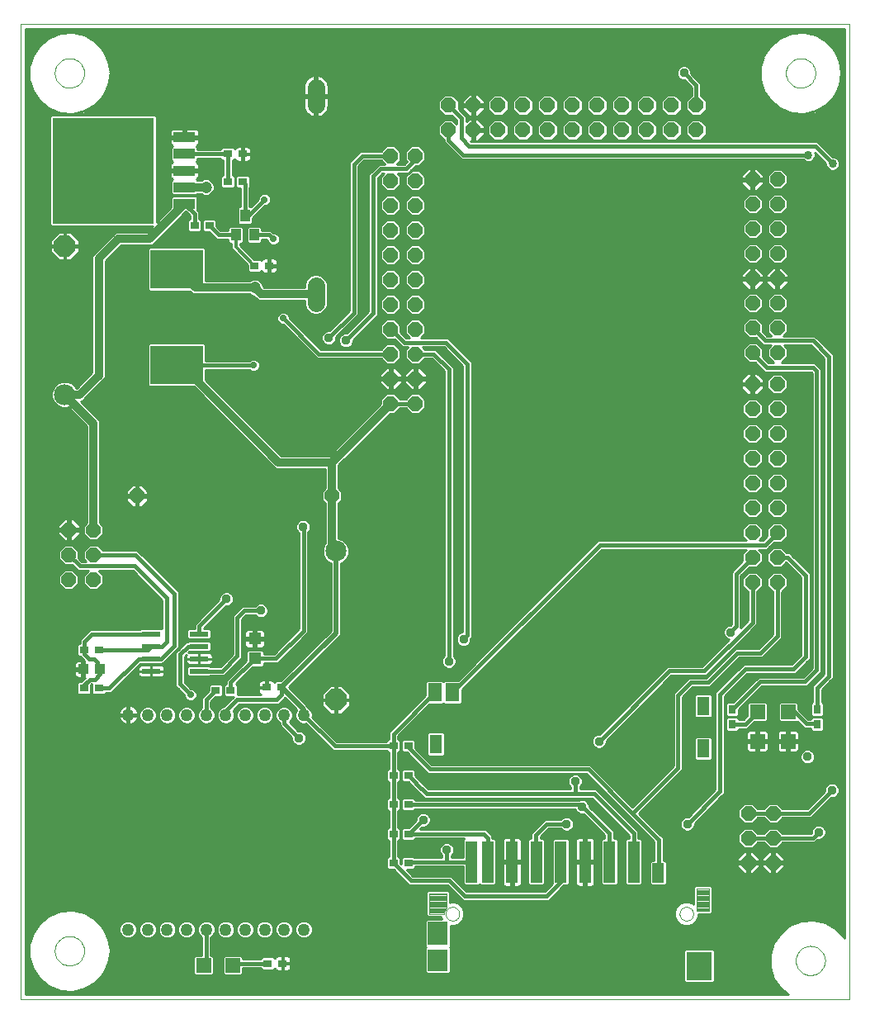
<source format=gtl>
G75*
G70*
%OFA0B0*%
%FSLAX24Y24*%
%IPPOS*%
%LPD*%
%AMOC8*
5,1,8,0,0,1.08239X$1,22.5*
%
%ADD10C,0.0000*%
%ADD11C,0.0500*%
%ADD12R,0.0827X0.0866*%
%ADD13R,0.0827X0.0945*%
%ADD14R,0.1024X0.1142*%
%ADD15R,0.0512X0.0748*%
%ADD16R,0.0551X0.0768*%
%ADD17R,0.0472X0.1693*%
%ADD18R,0.0472X0.0787*%
%ADD19C,0.0040*%
%ADD20R,0.0591X0.0591*%
%ADD21R,0.0354X0.0315*%
%ADD22OC8,0.0591*%
%ADD23R,0.4098X0.4252*%
%ADD24R,0.0850X0.0420*%
%ADD25C,0.0850*%
%ADD26OC8,0.0850*%
%ADD27R,0.2126X0.1575*%
%ADD28C,0.0705*%
%ADD29R,0.0394X0.0500*%
%ADD30R,0.0315X0.0354*%
%ADD31R,0.0780X0.0210*%
%ADD32R,0.0433X0.0394*%
%ADD33R,0.0512X0.0472*%
%ADD34C,0.0376*%
%ADD35C,0.0290*%
%ADD36C,0.0100*%
%ADD37C,0.0160*%
%ADD38C,0.0140*%
%ADD39C,0.0320*%
%ADD40C,0.0200*%
%ADD41C,0.0120*%
%ADD42C,0.0472*%
%ADD43C,0.0337*%
D10*
X001875Y003190D02*
X001875Y042561D01*
X035339Y042561D01*
X035339Y003190D01*
X001875Y003190D01*
X003252Y005159D02*
X003254Y005207D01*
X003260Y005255D01*
X003270Y005302D01*
X003283Y005348D01*
X003301Y005393D01*
X003321Y005437D01*
X003346Y005479D01*
X003374Y005518D01*
X003404Y005555D01*
X003438Y005589D01*
X003475Y005621D01*
X003513Y005650D01*
X003554Y005675D01*
X003597Y005697D01*
X003642Y005715D01*
X003688Y005729D01*
X003735Y005740D01*
X003783Y005747D01*
X003831Y005750D01*
X003879Y005749D01*
X003927Y005744D01*
X003975Y005735D01*
X004021Y005723D01*
X004066Y005706D01*
X004110Y005686D01*
X004152Y005663D01*
X004192Y005636D01*
X004230Y005606D01*
X004265Y005573D01*
X004297Y005537D01*
X004327Y005499D01*
X004353Y005458D01*
X004375Y005415D01*
X004395Y005371D01*
X004410Y005326D01*
X004422Y005279D01*
X004430Y005231D01*
X004434Y005183D01*
X004434Y005135D01*
X004430Y005087D01*
X004422Y005039D01*
X004410Y004992D01*
X004395Y004947D01*
X004375Y004903D01*
X004353Y004860D01*
X004327Y004819D01*
X004297Y004781D01*
X004265Y004745D01*
X004230Y004712D01*
X004192Y004682D01*
X004152Y004655D01*
X004110Y004632D01*
X004066Y004612D01*
X004021Y004595D01*
X003975Y004583D01*
X003927Y004574D01*
X003879Y004569D01*
X003831Y004568D01*
X003783Y004571D01*
X003735Y004578D01*
X003688Y004589D01*
X003642Y004603D01*
X003597Y004621D01*
X003554Y004643D01*
X003513Y004668D01*
X003475Y004697D01*
X003438Y004729D01*
X003404Y004763D01*
X003374Y004800D01*
X003346Y004839D01*
X003321Y004881D01*
X003301Y004925D01*
X003283Y004970D01*
X003270Y005016D01*
X003260Y005063D01*
X003254Y005111D01*
X003252Y005159D01*
X019032Y006655D02*
X019034Y006688D01*
X019040Y006720D01*
X019049Y006751D01*
X019062Y006781D01*
X019079Y006809D01*
X019099Y006835D01*
X019122Y006859D01*
X019147Y006879D01*
X019175Y006897D01*
X019204Y006911D01*
X019235Y006921D01*
X019267Y006928D01*
X019300Y006931D01*
X019333Y006930D01*
X019365Y006925D01*
X019396Y006916D01*
X019427Y006904D01*
X019455Y006888D01*
X019482Y006869D01*
X019506Y006847D01*
X019527Y006822D01*
X019546Y006795D01*
X019561Y006766D01*
X019572Y006736D01*
X019580Y006704D01*
X019584Y006671D01*
X019584Y006639D01*
X019580Y006606D01*
X019572Y006574D01*
X019561Y006544D01*
X019546Y006515D01*
X019527Y006488D01*
X019506Y006463D01*
X019482Y006441D01*
X019455Y006422D01*
X019427Y006406D01*
X019396Y006394D01*
X019365Y006385D01*
X019333Y006380D01*
X019300Y006379D01*
X019267Y006382D01*
X019235Y006389D01*
X019204Y006399D01*
X019175Y006413D01*
X019147Y006431D01*
X019122Y006451D01*
X019099Y006475D01*
X019079Y006501D01*
X019062Y006529D01*
X019049Y006559D01*
X019040Y006590D01*
X019034Y006622D01*
X019032Y006655D01*
X028481Y006655D02*
X028483Y006688D01*
X028489Y006720D01*
X028498Y006751D01*
X028511Y006781D01*
X028528Y006809D01*
X028548Y006835D01*
X028571Y006859D01*
X028596Y006879D01*
X028624Y006897D01*
X028653Y006911D01*
X028684Y006921D01*
X028716Y006928D01*
X028749Y006931D01*
X028782Y006930D01*
X028814Y006925D01*
X028845Y006916D01*
X028876Y006904D01*
X028904Y006888D01*
X028931Y006869D01*
X028955Y006847D01*
X028976Y006822D01*
X028995Y006795D01*
X029010Y006766D01*
X029021Y006736D01*
X029029Y006704D01*
X029033Y006671D01*
X029033Y006639D01*
X029029Y006606D01*
X029021Y006574D01*
X029010Y006544D01*
X028995Y006515D01*
X028976Y006488D01*
X028955Y006463D01*
X028931Y006441D01*
X028904Y006422D01*
X028876Y006406D01*
X028845Y006394D01*
X028814Y006385D01*
X028782Y006380D01*
X028749Y006379D01*
X028716Y006382D01*
X028684Y006389D01*
X028653Y006399D01*
X028624Y006413D01*
X028596Y006431D01*
X028571Y006451D01*
X028548Y006475D01*
X028528Y006501D01*
X028511Y006529D01*
X028498Y006559D01*
X028489Y006590D01*
X028483Y006622D01*
X028481Y006655D01*
X033174Y004765D02*
X033176Y004813D01*
X033182Y004861D01*
X033192Y004908D01*
X033205Y004954D01*
X033223Y004999D01*
X033243Y005043D01*
X033268Y005085D01*
X033296Y005124D01*
X033326Y005161D01*
X033360Y005195D01*
X033397Y005227D01*
X033435Y005256D01*
X033476Y005281D01*
X033519Y005303D01*
X033564Y005321D01*
X033610Y005335D01*
X033657Y005346D01*
X033705Y005353D01*
X033753Y005356D01*
X033801Y005355D01*
X033849Y005350D01*
X033897Y005341D01*
X033943Y005329D01*
X033988Y005312D01*
X034032Y005292D01*
X034074Y005269D01*
X034114Y005242D01*
X034152Y005212D01*
X034187Y005179D01*
X034219Y005143D01*
X034249Y005105D01*
X034275Y005064D01*
X034297Y005021D01*
X034317Y004977D01*
X034332Y004932D01*
X034344Y004885D01*
X034352Y004837D01*
X034356Y004789D01*
X034356Y004741D01*
X034352Y004693D01*
X034344Y004645D01*
X034332Y004598D01*
X034317Y004553D01*
X034297Y004509D01*
X034275Y004466D01*
X034249Y004425D01*
X034219Y004387D01*
X034187Y004351D01*
X034152Y004318D01*
X034114Y004288D01*
X034074Y004261D01*
X034032Y004238D01*
X033988Y004218D01*
X033943Y004201D01*
X033897Y004189D01*
X033849Y004180D01*
X033801Y004175D01*
X033753Y004174D01*
X033705Y004177D01*
X033657Y004184D01*
X033610Y004195D01*
X033564Y004209D01*
X033519Y004227D01*
X033476Y004249D01*
X033435Y004274D01*
X033397Y004303D01*
X033360Y004335D01*
X033326Y004369D01*
X033296Y004406D01*
X033268Y004445D01*
X033243Y004487D01*
X033223Y004531D01*
X033205Y004576D01*
X033192Y004622D01*
X033182Y004669D01*
X033176Y004717D01*
X033174Y004765D01*
X032780Y040592D02*
X032782Y040640D01*
X032788Y040688D01*
X032798Y040735D01*
X032811Y040781D01*
X032829Y040826D01*
X032849Y040870D01*
X032874Y040912D01*
X032902Y040951D01*
X032932Y040988D01*
X032966Y041022D01*
X033003Y041054D01*
X033041Y041083D01*
X033082Y041108D01*
X033125Y041130D01*
X033170Y041148D01*
X033216Y041162D01*
X033263Y041173D01*
X033311Y041180D01*
X033359Y041183D01*
X033407Y041182D01*
X033455Y041177D01*
X033503Y041168D01*
X033549Y041156D01*
X033594Y041139D01*
X033638Y041119D01*
X033680Y041096D01*
X033720Y041069D01*
X033758Y041039D01*
X033793Y041006D01*
X033825Y040970D01*
X033855Y040932D01*
X033881Y040891D01*
X033903Y040848D01*
X033923Y040804D01*
X033938Y040759D01*
X033950Y040712D01*
X033958Y040664D01*
X033962Y040616D01*
X033962Y040568D01*
X033958Y040520D01*
X033950Y040472D01*
X033938Y040425D01*
X033923Y040380D01*
X033903Y040336D01*
X033881Y040293D01*
X033855Y040252D01*
X033825Y040214D01*
X033793Y040178D01*
X033758Y040145D01*
X033720Y040115D01*
X033680Y040088D01*
X033638Y040065D01*
X033594Y040045D01*
X033549Y040028D01*
X033503Y040016D01*
X033455Y040007D01*
X033407Y040002D01*
X033359Y040001D01*
X033311Y040004D01*
X033263Y040011D01*
X033216Y040022D01*
X033170Y040036D01*
X033125Y040054D01*
X033082Y040076D01*
X033041Y040101D01*
X033003Y040130D01*
X032966Y040162D01*
X032932Y040196D01*
X032902Y040233D01*
X032874Y040272D01*
X032849Y040314D01*
X032829Y040358D01*
X032811Y040403D01*
X032798Y040449D01*
X032788Y040496D01*
X032782Y040544D01*
X032780Y040592D01*
X003252Y040592D02*
X003254Y040640D01*
X003260Y040688D01*
X003270Y040735D01*
X003283Y040781D01*
X003301Y040826D01*
X003321Y040870D01*
X003346Y040912D01*
X003374Y040951D01*
X003404Y040988D01*
X003438Y041022D01*
X003475Y041054D01*
X003513Y041083D01*
X003554Y041108D01*
X003597Y041130D01*
X003642Y041148D01*
X003688Y041162D01*
X003735Y041173D01*
X003783Y041180D01*
X003831Y041183D01*
X003879Y041182D01*
X003927Y041177D01*
X003975Y041168D01*
X004021Y041156D01*
X004066Y041139D01*
X004110Y041119D01*
X004152Y041096D01*
X004192Y041069D01*
X004230Y041039D01*
X004265Y041006D01*
X004297Y040970D01*
X004327Y040932D01*
X004353Y040891D01*
X004375Y040848D01*
X004395Y040804D01*
X004410Y040759D01*
X004422Y040712D01*
X004430Y040664D01*
X004434Y040616D01*
X004434Y040568D01*
X004430Y040520D01*
X004422Y040472D01*
X004410Y040425D01*
X004395Y040380D01*
X004375Y040336D01*
X004353Y040293D01*
X004327Y040252D01*
X004297Y040214D01*
X004265Y040178D01*
X004230Y040145D01*
X004192Y040115D01*
X004152Y040088D01*
X004110Y040065D01*
X004066Y040045D01*
X004021Y040028D01*
X003975Y040016D01*
X003927Y040007D01*
X003879Y040002D01*
X003831Y040001D01*
X003783Y040004D01*
X003735Y040011D01*
X003688Y040022D01*
X003642Y040036D01*
X003597Y040054D01*
X003554Y040076D01*
X003513Y040101D01*
X003475Y040130D01*
X003438Y040162D01*
X003404Y040196D01*
X003374Y040233D01*
X003346Y040272D01*
X003321Y040314D01*
X003301Y040358D01*
X003283Y040403D01*
X003270Y040449D01*
X003260Y040496D01*
X003254Y040544D01*
X003252Y040592D01*
D11*
X006213Y014682D03*
X007001Y014682D03*
X007788Y014682D03*
X008576Y014682D03*
X009363Y014682D03*
X010150Y014682D03*
X010938Y014682D03*
X011725Y014682D03*
X012513Y014682D03*
X013300Y014682D03*
X013300Y006021D03*
X012513Y006021D03*
X011725Y006021D03*
X010938Y006021D03*
X010150Y006021D03*
X009363Y006021D03*
X008576Y006021D03*
X007788Y006021D03*
X007001Y006021D03*
X006213Y006021D03*
D12*
X018718Y004785D03*
D13*
X018718Y005868D03*
D14*
X029269Y004549D03*
D15*
X029426Y013329D03*
X029426Y015041D03*
X018639Y013506D03*
D16*
X018600Y015592D03*
X019308Y015592D03*
D17*
X020086Y008752D03*
X020726Y008752D03*
X021710Y008752D03*
X022694Y008752D03*
X023678Y008752D03*
X024663Y008752D03*
X025647Y008752D03*
X026631Y008752D03*
D18*
X027615Y008299D03*
D19*
X029170Y007679D02*
X029170Y006774D01*
X029682Y006774D01*
X029682Y007679D01*
X029170Y007679D01*
X029170Y007656D02*
X029682Y007656D01*
X029682Y007617D02*
X029170Y007617D01*
X029170Y007579D02*
X029682Y007579D01*
X029682Y007540D02*
X029170Y007540D01*
X029170Y007502D02*
X029682Y007502D01*
X029682Y007463D02*
X029170Y007463D01*
X029170Y007425D02*
X029682Y007425D01*
X029682Y007386D02*
X029170Y007386D01*
X029170Y007348D02*
X029682Y007348D01*
X029682Y007309D02*
X029170Y007309D01*
X029170Y007271D02*
X029682Y007271D01*
X029682Y007232D02*
X029170Y007232D01*
X029170Y007194D02*
X029682Y007194D01*
X029682Y007155D02*
X029170Y007155D01*
X029170Y007117D02*
X029682Y007117D01*
X029682Y007078D02*
X029170Y007078D01*
X029170Y007040D02*
X029682Y007040D01*
X029682Y007001D02*
X029170Y007001D01*
X029170Y006963D02*
X029682Y006963D01*
X029682Y006924D02*
X029170Y006924D01*
X029170Y006886D02*
X029682Y006886D01*
X029682Y006847D02*
X029170Y006847D01*
X029170Y006809D02*
X029682Y006809D01*
X019062Y006872D02*
X018983Y006724D01*
X018983Y006655D01*
X018373Y006655D01*
X018373Y007482D01*
X019062Y007482D01*
X019062Y006872D01*
X019062Y006886D02*
X018373Y006886D01*
X018373Y006924D02*
X019062Y006924D01*
X019062Y006963D02*
X018373Y006963D01*
X018373Y007001D02*
X019062Y007001D01*
X019062Y007040D02*
X018373Y007040D01*
X018373Y007078D02*
X019062Y007078D01*
X019062Y007117D02*
X018373Y007117D01*
X018373Y007155D02*
X019062Y007155D01*
X019062Y007194D02*
X018373Y007194D01*
X018373Y007232D02*
X019062Y007232D01*
X019062Y007271D02*
X018373Y007271D01*
X018373Y007309D02*
X019062Y007309D01*
X019062Y007348D02*
X018373Y007348D01*
X018373Y007386D02*
X019062Y007386D01*
X019062Y007425D02*
X018373Y007425D01*
X018373Y007463D02*
X019062Y007463D01*
X019049Y006847D02*
X018373Y006847D01*
X018373Y006809D02*
X019029Y006809D01*
X019008Y006770D02*
X018373Y006770D01*
X018373Y006732D02*
X018988Y006732D01*
X018983Y006693D02*
X018373Y006693D01*
D20*
X010433Y004581D03*
X009255Y004581D03*
X031627Y013621D03*
X031627Y014799D03*
X032867Y014799D03*
X032867Y013621D03*
D21*
X017529Y013427D03*
X016929Y013427D03*
X016929Y012246D03*
X017529Y012246D03*
X017529Y011064D03*
X016929Y011064D03*
X016929Y009883D03*
X017529Y009883D03*
X017529Y008702D03*
X016929Y008702D03*
X012454Y004655D03*
X011854Y004655D03*
X010349Y015677D03*
X009749Y015677D03*
X011811Y015789D03*
X012411Y015789D03*
X005033Y015757D03*
X004433Y015757D03*
X004433Y017301D03*
X005033Y017301D03*
X011315Y032816D03*
X011915Y032816D03*
X009490Y034427D03*
X008890Y034427D03*
X010236Y036194D03*
X010836Y036194D03*
X010836Y037324D03*
X010236Y037324D03*
D22*
X016813Y037251D03*
X016813Y036251D03*
X016813Y035251D03*
X016813Y034251D03*
X016813Y033251D03*
X016813Y032251D03*
X016813Y031251D03*
X016813Y030251D03*
X016813Y029251D03*
X016813Y028251D03*
X016813Y027251D03*
X017813Y027251D03*
X017813Y028251D03*
X017813Y029251D03*
X017813Y030251D03*
X017813Y031251D03*
X017813Y032251D03*
X017813Y033251D03*
X017813Y034251D03*
X017813Y035251D03*
X017813Y036251D03*
X017813Y037251D03*
X019150Y038289D03*
X019150Y039289D03*
X020150Y039289D03*
X020150Y038289D03*
X021150Y038289D03*
X021150Y039289D03*
X022150Y039289D03*
X022150Y038289D03*
X023150Y038289D03*
X023150Y039289D03*
X024150Y039289D03*
X024150Y038289D03*
X025150Y038289D03*
X025150Y039289D03*
X026150Y039289D03*
X026150Y038289D03*
X027150Y038289D03*
X027150Y039289D03*
X028150Y039289D03*
X028150Y038289D03*
X029150Y038289D03*
X029150Y039289D03*
X031427Y036295D03*
X031427Y035295D03*
X031427Y034295D03*
X031427Y033295D03*
X031427Y032295D03*
X031427Y031295D03*
X031427Y030295D03*
X031427Y029295D03*
X032427Y029295D03*
X032427Y030295D03*
X032427Y031295D03*
X032427Y032295D03*
X032427Y033295D03*
X032427Y034295D03*
X032427Y035295D03*
X032427Y036295D03*
X032425Y028039D03*
X032425Y027039D03*
X031425Y027039D03*
X031425Y028039D03*
X031425Y026039D03*
X031425Y025039D03*
X031425Y024039D03*
X031425Y023039D03*
X031425Y022039D03*
X031425Y021039D03*
X031425Y020039D03*
X032425Y020039D03*
X032425Y021039D03*
X032425Y022039D03*
X032425Y023039D03*
X032425Y024039D03*
X032425Y025039D03*
X032425Y026039D03*
X032257Y010714D03*
X032257Y009714D03*
X032257Y008714D03*
X031257Y008714D03*
X031257Y009714D03*
X031257Y010714D03*
X014446Y023525D03*
X006572Y023525D03*
X004812Y022147D03*
X004812Y021147D03*
X004812Y020147D03*
X003812Y020147D03*
X003812Y021147D03*
X003812Y022147D03*
D23*
X005205Y036655D03*
D24*
X008485Y036655D03*
X008485Y035985D03*
X008485Y035315D03*
X008485Y037325D03*
X008485Y037995D03*
D25*
X003654Y027612D03*
X014599Y021289D03*
D26*
X014599Y015289D03*
X003654Y033612D03*
D27*
X008174Y032679D03*
X008174Y028820D03*
D28*
X013792Y031314D02*
X013792Y032019D01*
X013792Y039314D02*
X013792Y040019D01*
D29*
X010930Y034844D03*
X011304Y034057D03*
X010556Y034057D03*
D30*
X030615Y014908D03*
X030615Y014308D03*
X034040Y014308D03*
X034040Y014908D03*
D31*
X009085Y016448D03*
X009085Y016948D03*
X009085Y017448D03*
X009085Y017948D03*
X007145Y017948D03*
X007145Y017448D03*
X007145Y016948D03*
X007145Y016448D03*
D32*
X005068Y016527D03*
X004398Y016527D03*
D33*
X011324Y016964D03*
X011324Y017764D03*
D34*
X011565Y018890D03*
X010185Y019360D03*
X009975Y017600D03*
X013105Y013750D03*
X013025Y007790D03*
X013525Y004360D03*
X016825Y006380D03*
X019075Y009230D03*
X018125Y010450D03*
X020995Y010470D03*
X023615Y013480D03*
X024265Y012000D03*
X024535Y010980D03*
X023915Y010280D03*
X025225Y013620D03*
X027305Y013820D03*
X028885Y011910D03*
X028795Y010280D03*
X025245Y007080D03*
X033645Y012990D03*
X034635Y011640D03*
X034095Y009950D03*
X030545Y018020D03*
X026035Y020450D03*
X019755Y017740D03*
X019165Y016850D03*
X013275Y022270D03*
X018095Y024070D03*
X015005Y029790D03*
X014315Y029900D03*
X019775Y035700D03*
X024255Y033530D03*
X028655Y040590D03*
X031465Y038560D03*
X006455Y026900D03*
D35*
X011275Y028790D03*
X011324Y030356D03*
X012475Y030690D03*
X012075Y033890D03*
X011715Y035480D03*
X009552Y036734D03*
X002499Y038598D03*
X008735Y015492D03*
D36*
X008916Y015314D02*
X009173Y015314D01*
X009173Y015369D02*
X009173Y014993D01*
X009159Y014987D01*
X009058Y014886D01*
X009003Y014754D01*
X009003Y014611D01*
X009058Y014478D01*
X009159Y014377D01*
X009291Y014322D01*
X009435Y014322D01*
X009567Y014377D01*
X009668Y014478D01*
X009723Y014611D01*
X009723Y014754D01*
X009668Y014886D01*
X009567Y014987D01*
X009553Y014993D01*
X009553Y015212D01*
X009751Y015410D01*
X009972Y015410D01*
X010036Y015474D01*
X010036Y015880D01*
X009972Y015945D01*
X009527Y015945D01*
X009462Y015880D01*
X009462Y015659D01*
X009173Y015369D01*
X009216Y015412D02*
X008977Y015412D01*
X008990Y015442D02*
X008990Y015543D01*
X008951Y015637D01*
X008879Y015709D01*
X008785Y015747D01*
X008748Y015747D01*
X008494Y016002D01*
X008494Y017052D01*
X008558Y017116D01*
X008555Y017111D01*
X008545Y017073D01*
X008545Y016951D01*
X009082Y016951D01*
X009082Y016946D01*
X008545Y016946D01*
X008545Y016824D01*
X008555Y016785D01*
X008575Y016751D01*
X008603Y016723D01*
X008637Y016704D01*
X008675Y016693D01*
X009082Y016693D01*
X009082Y016946D01*
X009087Y016946D01*
X009087Y016693D01*
X009495Y016693D01*
X009533Y016704D01*
X009567Y016723D01*
X009595Y016751D01*
X009615Y016785D01*
X009625Y016824D01*
X009625Y016946D01*
X009087Y016946D01*
X009087Y016951D01*
X009082Y016951D01*
X009082Y017203D01*
X008675Y017203D01*
X008637Y017193D01*
X008632Y017191D01*
X008675Y017233D01*
X009520Y017233D01*
X009585Y017298D01*
X009585Y017599D01*
X009520Y017663D01*
X008649Y017663D01*
X008624Y017638D01*
X008543Y017638D01*
X008225Y017320D01*
X008114Y017209D01*
X008114Y015845D01*
X008225Y015733D01*
X008480Y015479D01*
X008480Y015442D01*
X008519Y015348D01*
X008590Y015276D01*
X008684Y015237D01*
X008785Y015237D01*
X008879Y015276D01*
X008951Y015348D01*
X008990Y015442D01*
X008990Y015511D02*
X009314Y015511D01*
X009413Y015609D02*
X008962Y015609D01*
X008880Y015708D02*
X009462Y015708D01*
X009462Y015806D02*
X008690Y015806D01*
X008591Y015905D02*
X009487Y015905D01*
X009520Y016233D02*
X009548Y016260D01*
X010083Y016260D01*
X010195Y016372D01*
X010805Y016982D01*
X010805Y018532D01*
X010973Y018700D01*
X011333Y018700D01*
X011396Y018638D01*
X011505Y018592D01*
X011624Y018592D01*
X011734Y018638D01*
X011817Y018722D01*
X011863Y018831D01*
X011863Y018950D01*
X011817Y019059D01*
X011734Y019143D01*
X011624Y019189D01*
X011505Y019189D01*
X011396Y019143D01*
X011333Y019080D01*
X010816Y019080D01*
X010536Y018800D01*
X010425Y018689D01*
X010425Y017139D01*
X009926Y016640D01*
X009543Y016640D01*
X009520Y016663D01*
X008649Y016663D01*
X008585Y016599D01*
X008585Y016298D01*
X008649Y016233D01*
X009520Y016233D01*
X009616Y016791D02*
X010077Y016791D01*
X010175Y016890D02*
X009625Y016890D01*
X009625Y016951D02*
X009625Y017073D01*
X009615Y017111D01*
X009595Y017145D01*
X009567Y017173D01*
X009533Y017193D01*
X009495Y017203D01*
X009087Y017203D01*
X009087Y016951D01*
X009625Y016951D01*
X009625Y016988D02*
X010274Y016988D01*
X010372Y017087D02*
X009621Y017087D01*
X009547Y017185D02*
X010425Y017185D01*
X010425Y017284D02*
X009571Y017284D01*
X009585Y017382D02*
X010425Y017382D01*
X010425Y017481D02*
X009585Y017481D01*
X009585Y017579D02*
X010425Y017579D01*
X010425Y017678D02*
X008255Y017678D01*
X008255Y017776D02*
X008607Y017776D01*
X008585Y017798D02*
X008649Y017733D01*
X009520Y017733D01*
X009585Y017798D01*
X009585Y018099D01*
X009520Y018163D01*
X009275Y018163D01*
X009275Y018182D01*
X010155Y019062D01*
X010244Y019062D01*
X010354Y019108D01*
X010437Y019192D01*
X010483Y019301D01*
X010483Y019420D01*
X010437Y019529D01*
X010354Y019613D01*
X010244Y019659D01*
X010125Y019659D01*
X010016Y019613D01*
X009932Y019529D01*
X009887Y019420D01*
X009887Y019331D01*
X009006Y018451D01*
X008895Y018339D01*
X008895Y018163D01*
X008649Y018163D01*
X008585Y018099D01*
X008585Y017798D01*
X008585Y017875D02*
X008255Y017875D01*
X008255Y017973D02*
X008585Y017973D01*
X008585Y018072D02*
X008255Y018072D01*
X008255Y018170D02*
X008895Y018170D01*
X008895Y018269D02*
X008255Y018269D01*
X008255Y018367D02*
X008923Y018367D01*
X009021Y018466D02*
X008255Y018466D01*
X008255Y018564D02*
X009120Y018564D01*
X009218Y018663D02*
X008255Y018663D01*
X008255Y018761D02*
X009317Y018761D01*
X009415Y018860D02*
X008255Y018860D01*
X008255Y018958D02*
X009514Y018958D01*
X009612Y019057D02*
X008255Y019057D01*
X008255Y019155D02*
X009711Y019155D01*
X009809Y019254D02*
X008255Y019254D01*
X008255Y019352D02*
X009887Y019352D01*
X009899Y019451D02*
X008255Y019451D01*
X008255Y019549D02*
X009952Y019549D01*
X010099Y019648D02*
X008255Y019648D01*
X008255Y019659D02*
X006577Y021337D01*
X005195Y021337D01*
X004980Y021552D01*
X004644Y021552D01*
X004406Y021315D01*
X004406Y020979D01*
X004505Y020880D01*
X004333Y020880D01*
X004217Y020997D01*
X004217Y021315D01*
X003980Y021552D01*
X003644Y021552D01*
X003406Y021315D01*
X003406Y020979D01*
X003644Y020742D01*
X003935Y020742D01*
X004065Y020612D01*
X004176Y020500D01*
X004592Y020500D01*
X004406Y020315D01*
X004406Y019979D01*
X004644Y019742D01*
X004980Y019742D01*
X005217Y019979D01*
X005217Y020315D01*
X005032Y020500D01*
X006396Y020500D01*
X007575Y019322D01*
X007575Y018163D01*
X006709Y018163D01*
X006684Y018138D01*
X004664Y018138D01*
X004366Y017840D01*
X004255Y017729D01*
X004255Y017568D01*
X004210Y017568D01*
X004146Y017504D01*
X004146Y017098D01*
X004210Y017033D01*
X004273Y017033D01*
X004445Y016862D01*
X004447Y016860D01*
X004447Y016575D01*
X004350Y016575D01*
X004350Y016479D01*
X004032Y016479D01*
X004032Y016310D01*
X004042Y016272D01*
X004062Y016238D01*
X004090Y016210D01*
X004124Y016190D01*
X004162Y016180D01*
X004350Y016180D01*
X004350Y016478D01*
X004447Y016478D01*
X004447Y016180D01*
X004456Y016180D01*
X004354Y016079D01*
X004300Y016025D01*
X004210Y016025D01*
X004146Y015960D01*
X004146Y015554D01*
X004210Y015490D01*
X004656Y015490D01*
X004720Y015554D01*
X004720Y015907D01*
X004743Y015930D01*
X004746Y015930D01*
X004746Y015554D01*
X004810Y015490D01*
X005256Y015490D01*
X005320Y015554D01*
X005320Y015567D01*
X005510Y015567D01*
X005622Y015679D01*
X006693Y016750D01*
X006709Y016733D01*
X007580Y016733D01*
X007605Y016758D01*
X007621Y016758D01*
X007733Y016870D01*
X008143Y017280D01*
X008255Y017392D01*
X008255Y019659D01*
X008168Y019746D02*
X013105Y019746D01*
X013105Y019648D02*
X010271Y019648D01*
X010418Y019549D02*
X013105Y019549D01*
X013105Y019451D02*
X010470Y019451D01*
X010483Y019352D02*
X013105Y019352D01*
X013105Y019254D02*
X010463Y019254D01*
X010401Y019155D02*
X011424Y019155D01*
X011705Y019155D02*
X013105Y019155D01*
X013105Y019057D02*
X011819Y019057D01*
X011859Y018958D02*
X013105Y018958D01*
X013105Y018860D02*
X011863Y018860D01*
X011834Y018761D02*
X013105Y018761D01*
X013105Y018663D02*
X011758Y018663D01*
X011371Y018663D02*
X010935Y018663D01*
X010837Y018564D02*
X013105Y018564D01*
X013105Y018466D02*
X010805Y018466D01*
X010805Y018367D02*
X013105Y018367D01*
X013105Y018269D02*
X010805Y018269D01*
X010805Y018170D02*
X013105Y018170D01*
X013105Y018159D02*
X012099Y017154D01*
X011689Y017154D01*
X011689Y017245D01*
X011625Y017310D01*
X011022Y017310D01*
X010958Y017245D01*
X010958Y016866D01*
X010159Y016068D01*
X010159Y015945D01*
X010127Y015945D01*
X010062Y015880D01*
X010062Y015474D01*
X010127Y015410D01*
X010455Y015410D01*
X010088Y015042D01*
X010079Y015042D01*
X009946Y014987D01*
X009845Y014886D01*
X009790Y014754D01*
X009790Y014611D01*
X009845Y014478D01*
X009946Y014377D01*
X010079Y014322D01*
X010222Y014322D01*
X010354Y014377D01*
X010456Y014478D01*
X010510Y014611D01*
X010510Y014754D01*
X010460Y014877D01*
X010693Y015110D01*
X012283Y015110D01*
X012395Y015222D01*
X012538Y015365D01*
X013006Y014897D01*
X012995Y014886D01*
X012940Y014754D01*
X012940Y014611D01*
X012995Y014478D01*
X013096Y014377D01*
X013228Y014322D01*
X013372Y014322D01*
X013385Y014328D01*
X014477Y013237D01*
X016642Y013237D01*
X016642Y013224D01*
X016706Y013159D01*
X016739Y013159D01*
X016739Y012513D01*
X016706Y012513D01*
X016642Y012449D01*
X016642Y012043D01*
X016706Y011978D01*
X016739Y011978D01*
X016739Y011332D01*
X016706Y011332D01*
X016642Y011268D01*
X016642Y010861D01*
X016706Y010797D01*
X016739Y010797D01*
X016739Y010151D01*
X016706Y010151D01*
X016642Y010086D01*
X016642Y009680D01*
X016706Y009616D01*
X016739Y009616D01*
X016739Y008970D01*
X016706Y008970D01*
X016642Y008905D01*
X016642Y008499D01*
X016706Y008435D01*
X016928Y008435D01*
X017451Y007912D01*
X017562Y007800D01*
X019106Y007800D01*
X019615Y007292D01*
X019726Y007180D01*
X023193Y007180D01*
X023753Y007740D01*
X023808Y007795D01*
X023960Y007795D01*
X024025Y007860D01*
X024025Y009644D01*
X023960Y009708D01*
X023397Y009708D01*
X023332Y009644D01*
X023332Y007860D01*
X023334Y007858D01*
X023036Y007560D01*
X019883Y007560D01*
X019263Y008180D01*
X017720Y008180D01*
X017465Y008435D01*
X017752Y008435D01*
X017816Y008499D01*
X017816Y008562D01*
X019740Y008562D01*
X019740Y007860D01*
X019804Y007795D01*
X020368Y007795D01*
X020406Y007834D01*
X020444Y007795D01*
X021007Y007795D01*
X021072Y007860D01*
X021072Y009644D01*
X021007Y009708D01*
X020916Y009708D01*
X020916Y009798D01*
X020755Y009959D01*
X020643Y010070D01*
X017991Y010070D01*
X018073Y010152D01*
X018184Y010152D01*
X018294Y010198D01*
X018377Y010282D01*
X018423Y010391D01*
X018423Y010510D01*
X018377Y010619D01*
X018294Y010703D01*
X018184Y010749D01*
X018065Y010749D01*
X017956Y010703D01*
X017872Y010619D01*
X017827Y010510D01*
X017827Y010444D01*
X017534Y010151D01*
X017306Y010151D01*
X017242Y010086D01*
X017242Y009680D01*
X017306Y009616D01*
X017752Y009616D01*
X017816Y009680D01*
X017816Y009690D01*
X019786Y009690D01*
X019740Y009644D01*
X019740Y008942D01*
X019265Y008942D01*
X019265Y008999D01*
X019327Y009062D01*
X019373Y009171D01*
X019373Y009290D01*
X019327Y009399D01*
X019244Y009483D01*
X019134Y009529D01*
X019015Y009529D01*
X018906Y009483D01*
X018822Y009399D01*
X018777Y009290D01*
X018777Y009171D01*
X018822Y009062D01*
X018885Y008999D01*
X018885Y008942D01*
X017780Y008942D01*
X017752Y008970D01*
X017306Y008970D01*
X017242Y008905D01*
X017242Y008658D01*
X017216Y008684D01*
X017216Y008905D01*
X017152Y008970D01*
X017119Y008970D01*
X017119Y009616D01*
X017152Y009616D01*
X017216Y009680D01*
X017216Y010086D01*
X017152Y010151D01*
X017119Y010151D01*
X017119Y010797D01*
X017152Y010797D01*
X017216Y010861D01*
X017216Y011268D01*
X017152Y011332D01*
X017119Y011332D01*
X017119Y011978D01*
X017152Y011978D01*
X017216Y012043D01*
X017216Y012449D01*
X017152Y012513D01*
X017119Y012513D01*
X017119Y013159D01*
X017152Y013159D01*
X017216Y013224D01*
X017216Y013630D01*
X017152Y013694D01*
X017119Y013694D01*
X017119Y013843D01*
X018374Y015099D01*
X018921Y015099D01*
X018954Y015132D01*
X018987Y015099D01*
X019629Y015099D01*
X019694Y015163D01*
X019694Y015709D01*
X025335Y021350D01*
X031164Y021350D01*
X031020Y021207D01*
X031020Y020902D01*
X030565Y020447D01*
X030565Y018339D01*
X030544Y018319D01*
X030485Y018319D01*
X030376Y018273D01*
X030292Y018189D01*
X030247Y018080D01*
X030247Y017961D01*
X030292Y017852D01*
X030376Y017768D01*
X030466Y017730D01*
X029386Y016650D01*
X027986Y016650D01*
X025254Y013919D01*
X025165Y013919D01*
X025056Y013873D01*
X024972Y013789D01*
X024927Y013680D01*
X024927Y013561D01*
X024972Y013452D01*
X025056Y013368D01*
X025165Y013322D01*
X025284Y013322D01*
X025394Y013368D01*
X025477Y013452D01*
X025523Y013561D01*
X025523Y013650D01*
X028143Y016270D01*
X029543Y016270D01*
X029655Y016382D01*
X031615Y018342D01*
X031615Y019656D01*
X031831Y019871D01*
X031831Y020207D01*
X031593Y020444D01*
X031257Y020444D01*
X031020Y020207D01*
X031020Y019871D01*
X031235Y019656D01*
X031235Y018500D01*
X030945Y018209D01*
X030945Y020290D01*
X031289Y020634D01*
X031593Y020634D01*
X031831Y020871D01*
X031831Y021207D01*
X031687Y021350D01*
X032006Y021350D01*
X032117Y021462D01*
X032289Y021634D01*
X032593Y021634D01*
X032831Y021871D01*
X032831Y022207D01*
X032593Y022444D01*
X032257Y022444D01*
X032020Y022207D01*
X032020Y021902D01*
X031848Y021730D01*
X031690Y021730D01*
X031831Y021871D01*
X031831Y022207D01*
X031593Y022444D01*
X031257Y022444D01*
X031020Y022207D01*
X031020Y021871D01*
X031161Y021730D01*
X025178Y021730D01*
X019533Y016086D01*
X018987Y016086D01*
X018954Y016053D01*
X018921Y016086D01*
X018278Y016086D01*
X018214Y016022D01*
X018214Y015476D01*
X016850Y014112D01*
X016739Y014001D01*
X016739Y013694D01*
X016706Y013694D01*
X016642Y013630D01*
X016642Y013617D01*
X014634Y013617D01*
X013654Y014597D01*
X013660Y014611D01*
X013660Y014754D01*
X013605Y014886D01*
X013510Y014981D01*
X013510Y014987D01*
X012708Y015789D01*
X014686Y017767D01*
X014686Y017767D01*
X014809Y017890D01*
X014809Y020797D01*
X014902Y020835D01*
X015053Y020986D01*
X015134Y021182D01*
X015134Y021395D01*
X015053Y021592D01*
X014902Y021742D01*
X014716Y021820D01*
X014716Y023222D01*
X014851Y023357D01*
X014851Y023693D01*
X014716Y023828D01*
X014716Y024772D01*
X016789Y026846D01*
X016981Y026846D01*
X017196Y027061D01*
X017430Y027061D01*
X017645Y026846D01*
X017981Y026846D01*
X018218Y027084D01*
X018218Y027419D01*
X017981Y027657D01*
X017645Y027657D01*
X017430Y027441D01*
X017196Y027441D01*
X016981Y027657D01*
X016645Y027657D01*
X016408Y027419D01*
X016408Y027228D01*
X014334Y025154D01*
X012393Y025154D01*
X009347Y028200D01*
X009347Y028600D01*
X011104Y028600D01*
X011130Y028574D01*
X011224Y028535D01*
X011325Y028535D01*
X011419Y028574D01*
X011491Y028646D01*
X011530Y028740D01*
X011530Y028841D01*
X011491Y028935D01*
X011419Y029007D01*
X011325Y029045D01*
X011224Y029045D01*
X011130Y029007D01*
X011104Y028980D01*
X009347Y028980D01*
X009347Y029653D01*
X009283Y029718D01*
X007065Y029718D01*
X007001Y029653D01*
X007001Y027987D01*
X007065Y027923D01*
X008860Y027923D01*
X012128Y024655D01*
X012227Y024614D01*
X014176Y024614D01*
X014176Y023828D01*
X014040Y023693D01*
X014040Y023357D01*
X014176Y023222D01*
X014176Y021622D01*
X014146Y021592D01*
X014064Y021395D01*
X014064Y021182D01*
X014146Y020986D01*
X014296Y020835D01*
X014389Y020797D01*
X014389Y018064D01*
X012381Y016056D01*
X012188Y016056D01*
X012130Y015998D01*
X012128Y016004D01*
X012108Y016038D01*
X012080Y016066D01*
X012046Y016086D01*
X012008Y016096D01*
X011840Y016096D01*
X011840Y015818D01*
X011782Y015818D01*
X011782Y016096D01*
X011614Y016096D01*
X011576Y016086D01*
X011542Y016066D01*
X011514Y016038D01*
X011494Y016004D01*
X011484Y015966D01*
X011484Y015818D01*
X011782Y015818D01*
X011782Y015760D01*
X011484Y015760D01*
X011484Y015612D01*
X011494Y015574D01*
X011514Y015539D01*
X011542Y015511D01*
X011576Y015492D01*
X011580Y015490D01*
X010636Y015490D01*
X010636Y015880D01*
X010573Y015944D01*
X011246Y016617D01*
X011625Y016617D01*
X011689Y016682D01*
X011689Y016774D01*
X012257Y016774D01*
X013373Y017890D01*
X013485Y018002D01*
X013485Y022059D01*
X013527Y022102D01*
X013573Y022211D01*
X013573Y022330D01*
X013527Y022439D01*
X013444Y022523D01*
X013334Y022569D01*
X013215Y022569D01*
X013106Y022523D01*
X013022Y022439D01*
X012977Y022330D01*
X012977Y022211D01*
X013022Y022102D01*
X013105Y022019D01*
X013105Y018159D01*
X013017Y018072D02*
X011711Y018072D01*
X011719Y018058D02*
X011700Y018092D01*
X011672Y018120D01*
X011637Y018140D01*
X011599Y018150D01*
X011374Y018150D01*
X011374Y017814D01*
X011729Y017814D01*
X011729Y018020D01*
X011719Y018058D01*
X011729Y017973D02*
X012919Y017973D01*
X012820Y017875D02*
X011729Y017875D01*
X011729Y017714D02*
X011729Y017508D01*
X011719Y017470D01*
X011700Y017435D01*
X011672Y017407D01*
X011637Y017388D01*
X011599Y017377D01*
X011374Y017377D01*
X011374Y017714D01*
X011374Y017814D01*
X011274Y017814D01*
X011274Y018150D01*
X011048Y018150D01*
X011010Y018140D01*
X010976Y018120D01*
X010948Y018092D01*
X010928Y018058D01*
X010918Y018020D01*
X010918Y017814D01*
X011274Y017814D01*
X011274Y017714D01*
X011374Y017714D01*
X011729Y017714D01*
X011729Y017678D02*
X012623Y017678D01*
X012722Y017776D02*
X011374Y017776D01*
X011374Y017678D02*
X011274Y017678D01*
X011274Y017714D02*
X011274Y017377D01*
X011048Y017377D01*
X011010Y017388D01*
X010976Y017407D01*
X010948Y017435D01*
X010928Y017470D01*
X010918Y017508D01*
X010918Y017714D01*
X011274Y017714D01*
X011274Y017776D02*
X010805Y017776D01*
X010805Y017678D02*
X010918Y017678D01*
X010918Y017579D02*
X010805Y017579D01*
X010805Y017481D02*
X010925Y017481D01*
X011031Y017382D02*
X010805Y017382D01*
X010805Y017284D02*
X010996Y017284D01*
X010958Y017185D02*
X010805Y017185D01*
X010805Y017087D02*
X010958Y017087D01*
X010958Y016988D02*
X010805Y016988D01*
X010712Y016890D02*
X010958Y016890D01*
X010882Y016791D02*
X010614Y016791D01*
X010515Y016693D02*
X010784Y016693D01*
X010685Y016594D02*
X010417Y016594D01*
X010318Y016496D02*
X010587Y016496D01*
X010488Y016397D02*
X010220Y016397D01*
X010121Y016299D02*
X010390Y016299D01*
X010291Y016200D02*
X008494Y016200D01*
X008494Y016102D02*
X010193Y016102D01*
X010159Y016003D02*
X008494Y016003D01*
X008494Y016299D02*
X008585Y016299D01*
X008585Y016397D02*
X008494Y016397D01*
X008494Y016496D02*
X008585Y016496D01*
X008585Y016594D02*
X008494Y016594D01*
X008494Y016693D02*
X009978Y016693D01*
X010012Y015905D02*
X010087Y015905D01*
X010062Y015806D02*
X010036Y015806D01*
X010036Y015708D02*
X010062Y015708D01*
X010062Y015609D02*
X010036Y015609D01*
X010036Y015511D02*
X010062Y015511D01*
X010124Y015412D02*
X009974Y015412D01*
X009654Y015314D02*
X010359Y015314D01*
X010261Y015215D02*
X009556Y015215D01*
X009553Y015117D02*
X010162Y015117D01*
X010020Y015018D02*
X009553Y015018D01*
X009635Y014920D02*
X009879Y014920D01*
X009818Y014821D02*
X009695Y014821D01*
X009723Y014723D02*
X009790Y014723D01*
X009790Y014624D02*
X009723Y014624D01*
X009688Y014525D02*
X009826Y014525D01*
X009896Y014427D02*
X009617Y014427D01*
X009450Y014328D02*
X010064Y014328D01*
X010237Y014328D02*
X010851Y014328D01*
X010866Y014322D02*
X011009Y014322D01*
X011142Y014377D01*
X011243Y014478D01*
X011298Y014611D01*
X011298Y014754D01*
X011243Y014886D01*
X011142Y014987D01*
X011009Y015042D01*
X010866Y015042D01*
X010734Y014987D01*
X010633Y014886D01*
X010578Y014754D01*
X010578Y014611D01*
X010633Y014478D01*
X010734Y014377D01*
X010866Y014322D01*
X011025Y014328D02*
X011638Y014328D01*
X011654Y014322D02*
X011797Y014322D01*
X011929Y014377D01*
X012030Y014478D01*
X012085Y014611D01*
X012085Y014754D01*
X012030Y014886D01*
X011929Y014987D01*
X011797Y015042D01*
X011654Y015042D01*
X011521Y014987D01*
X011420Y014886D01*
X011365Y014754D01*
X011365Y014611D01*
X011420Y014478D01*
X011521Y014377D01*
X011654Y014322D01*
X011812Y014328D02*
X012323Y014328D01*
X012323Y014371D02*
X012323Y014264D01*
X012807Y013780D01*
X012807Y013691D01*
X012852Y013582D01*
X012936Y013498D01*
X013045Y013452D01*
X013164Y013452D01*
X013274Y013498D01*
X013357Y013582D01*
X013403Y013691D01*
X013403Y013810D01*
X013357Y013919D01*
X013274Y014003D01*
X013164Y014049D01*
X013075Y014049D01*
X012732Y014392D01*
X012818Y014478D01*
X012873Y014611D01*
X012873Y014754D01*
X012818Y014886D01*
X012716Y014987D01*
X012584Y015042D01*
X012441Y015042D01*
X012309Y014987D01*
X012207Y014886D01*
X012153Y014754D01*
X012153Y014611D01*
X012207Y014478D01*
X012309Y014377D01*
X012323Y014371D01*
X012259Y014427D02*
X011979Y014427D01*
X012050Y014525D02*
X012188Y014525D01*
X012153Y014624D02*
X012085Y014624D01*
X012085Y014723D02*
X012153Y014723D01*
X012180Y014821D02*
X012057Y014821D01*
X011997Y014920D02*
X012241Y014920D01*
X012383Y015018D02*
X011855Y015018D01*
X011595Y015018D02*
X011068Y015018D01*
X011210Y014920D02*
X011453Y014920D01*
X011393Y014821D02*
X011270Y014821D01*
X011298Y014723D02*
X011365Y014723D01*
X011365Y014624D02*
X011298Y014624D01*
X011262Y014525D02*
X011400Y014525D01*
X011471Y014427D02*
X011192Y014427D01*
X010684Y014427D02*
X010404Y014427D01*
X010475Y014525D02*
X010613Y014525D01*
X010578Y014624D02*
X010510Y014624D01*
X010510Y014723D02*
X010578Y014723D01*
X010606Y014821D02*
X010483Y014821D01*
X010502Y014920D02*
X010666Y014920D01*
X010601Y015018D02*
X010808Y015018D01*
X010636Y015511D02*
X011543Y015511D01*
X011485Y015609D02*
X010636Y015609D01*
X010636Y015708D02*
X011484Y015708D01*
X011484Y015905D02*
X010612Y015905D01*
X010632Y016003D02*
X011494Y016003D01*
X011782Y016003D02*
X011840Y016003D01*
X011840Y015905D02*
X011782Y015905D01*
X011782Y015806D02*
X010636Y015806D01*
X010730Y016102D02*
X012427Y016102D01*
X012525Y016200D02*
X010829Y016200D01*
X010927Y016299D02*
X012624Y016299D01*
X012722Y016397D02*
X011026Y016397D01*
X011124Y016496D02*
X012821Y016496D01*
X012919Y016594D02*
X011223Y016594D01*
X011689Y016693D02*
X013018Y016693D01*
X013116Y016791D02*
X012274Y016791D01*
X012372Y016890D02*
X013215Y016890D01*
X013313Y016988D02*
X012471Y016988D01*
X012569Y017087D02*
X013412Y017087D01*
X013510Y017185D02*
X012668Y017185D01*
X012766Y017284D02*
X013609Y017284D01*
X013707Y017382D02*
X012865Y017382D01*
X012963Y017481D02*
X013806Y017481D01*
X013904Y017579D02*
X013062Y017579D01*
X013160Y017678D02*
X014003Y017678D01*
X014101Y017776D02*
X013259Y017776D01*
X013357Y017875D02*
X014200Y017875D01*
X014298Y017973D02*
X013456Y017973D01*
X013485Y018072D02*
X014389Y018072D01*
X014389Y018170D02*
X013485Y018170D01*
X013485Y018269D02*
X014389Y018269D01*
X014389Y018367D02*
X013485Y018367D01*
X013485Y018466D02*
X014389Y018466D01*
X014389Y018564D02*
X013485Y018564D01*
X013485Y018663D02*
X014389Y018663D01*
X014389Y018761D02*
X013485Y018761D01*
X013485Y018860D02*
X014389Y018860D01*
X014389Y018958D02*
X013485Y018958D01*
X013485Y019057D02*
X014389Y019057D01*
X014389Y019155D02*
X013485Y019155D01*
X013485Y019254D02*
X014389Y019254D01*
X014389Y019352D02*
X013485Y019352D01*
X013485Y019451D02*
X014389Y019451D01*
X014389Y019549D02*
X013485Y019549D01*
X013485Y019648D02*
X014389Y019648D01*
X014389Y019746D02*
X013485Y019746D01*
X013485Y019845D02*
X014389Y019845D01*
X014389Y019943D02*
X013485Y019943D01*
X013485Y020042D02*
X014389Y020042D01*
X014389Y020140D02*
X013485Y020140D01*
X013485Y020239D02*
X014389Y020239D01*
X014389Y020337D02*
X013485Y020337D01*
X013485Y020436D02*
X014389Y020436D01*
X014389Y020534D02*
X013485Y020534D01*
X013485Y020633D02*
X014389Y020633D01*
X014389Y020731D02*
X013485Y020731D01*
X013485Y020830D02*
X014310Y020830D01*
X014203Y020928D02*
X013485Y020928D01*
X013485Y021027D02*
X014129Y021027D01*
X014088Y021125D02*
X013485Y021125D01*
X013485Y021224D02*
X014064Y021224D01*
X014064Y021322D02*
X013485Y021322D01*
X013485Y021421D02*
X014075Y021421D01*
X014115Y021519D02*
X013485Y021519D01*
X013485Y021618D02*
X014171Y021618D01*
X014176Y021716D02*
X013485Y021716D01*
X013485Y021815D02*
X014176Y021815D01*
X014176Y021913D02*
X013485Y021913D01*
X013485Y022012D02*
X014176Y022012D01*
X014176Y022110D02*
X013531Y022110D01*
X013572Y022209D02*
X014176Y022209D01*
X014176Y022307D02*
X013573Y022307D01*
X013541Y022406D02*
X014176Y022406D01*
X014176Y022504D02*
X013463Y022504D01*
X013087Y022504D02*
X005082Y022504D01*
X005082Y022450D02*
X005082Y026508D01*
X005041Y026607D01*
X004305Y027343D01*
X004402Y027383D01*
X004478Y027459D01*
X005253Y028234D01*
X005294Y028334D01*
X005294Y033000D01*
X005924Y033629D01*
X007123Y033629D01*
X007223Y033670D01*
X007298Y033746D01*
X008542Y034990D01*
X008700Y034832D01*
X008700Y034694D01*
X008667Y034694D01*
X008603Y034630D01*
X008603Y034224D01*
X008667Y034159D01*
X009112Y034159D01*
X009177Y034224D01*
X009177Y034630D01*
X009112Y034694D01*
X009080Y034694D01*
X009080Y034989D01*
X009015Y035054D01*
X009020Y035059D01*
X009020Y035571D01*
X008956Y035635D01*
X008015Y035635D01*
X007950Y035571D01*
X007950Y035162D01*
X007365Y034576D01*
X007365Y038827D01*
X007300Y038891D01*
X003111Y038891D01*
X003046Y038827D01*
X003046Y034483D01*
X003111Y034419D01*
X007208Y034419D01*
X006958Y034169D01*
X005758Y034169D01*
X005659Y034128D01*
X004871Y033341D01*
X004795Y033265D01*
X004754Y033165D01*
X004754Y028499D01*
X004137Y027882D01*
X004122Y027882D01*
X004108Y027915D01*
X003957Y028065D01*
X003761Y028147D01*
X003548Y028147D01*
X003351Y028065D01*
X003201Y027915D01*
X003119Y027718D01*
X003119Y027505D01*
X003201Y027309D01*
X003351Y027158D01*
X003548Y027077D01*
X003761Y027077D01*
X003794Y027090D01*
X004542Y026342D01*
X004542Y022450D01*
X004406Y022315D01*
X004406Y021979D01*
X004644Y021742D01*
X004980Y021742D01*
X005217Y021979D01*
X005217Y022315D01*
X005082Y022450D01*
X005127Y022406D02*
X013008Y022406D01*
X012977Y022307D02*
X005217Y022307D01*
X005217Y022209D02*
X012978Y022209D01*
X013019Y022110D02*
X005217Y022110D01*
X005217Y022012D02*
X013105Y022012D01*
X013105Y021913D02*
X005151Y021913D01*
X005052Y021815D02*
X013105Y021815D01*
X013105Y021716D02*
X004010Y021716D01*
X003996Y021702D02*
X004257Y021963D01*
X004257Y022099D01*
X003860Y022099D01*
X003860Y022196D01*
X003763Y022196D01*
X003763Y022592D01*
X003627Y022592D01*
X003366Y022332D01*
X003366Y022196D01*
X003763Y022196D01*
X003763Y022099D01*
X003366Y022099D01*
X003366Y021963D01*
X003627Y021702D01*
X003763Y021702D01*
X003763Y022099D01*
X003860Y022099D01*
X003860Y021702D01*
X003996Y021702D01*
X003860Y021716D02*
X003763Y021716D01*
X003763Y021815D02*
X003860Y021815D01*
X003860Y021913D02*
X003763Y021913D01*
X003763Y022012D02*
X003860Y022012D01*
X003860Y022110D02*
X004406Y022110D01*
X004406Y022012D02*
X004257Y022012D01*
X004207Y021913D02*
X004473Y021913D01*
X004571Y021815D02*
X004109Y021815D01*
X004013Y021519D02*
X004610Y021519D01*
X004512Y021421D02*
X004112Y021421D01*
X004210Y021322D02*
X004413Y021322D01*
X004406Y021224D02*
X004217Y021224D01*
X004217Y021125D02*
X004406Y021125D01*
X004406Y021027D02*
X004217Y021027D01*
X004286Y020928D02*
X004458Y020928D01*
X004527Y020436D02*
X004097Y020436D01*
X004143Y020534D02*
X003998Y020534D01*
X003980Y020552D02*
X003644Y020552D01*
X003406Y020315D01*
X003406Y019979D01*
X003644Y019742D01*
X003980Y019742D01*
X004217Y019979D01*
X004217Y020315D01*
X003980Y020552D01*
X004044Y020633D02*
X002075Y020633D01*
X002075Y020731D02*
X003946Y020731D01*
X003625Y020534D02*
X002075Y020534D01*
X002075Y020436D02*
X003527Y020436D01*
X003428Y020337D02*
X002075Y020337D01*
X002075Y020239D02*
X003406Y020239D01*
X003406Y020140D02*
X002075Y020140D01*
X002075Y020042D02*
X003406Y020042D01*
X003443Y019943D02*
X002075Y019943D01*
X002075Y019845D02*
X003541Y019845D01*
X003640Y019746D02*
X002075Y019746D01*
X002075Y019648D02*
X007249Y019648D01*
X007151Y019746D02*
X004984Y019746D01*
X005082Y019845D02*
X007052Y019845D01*
X006954Y019943D02*
X005181Y019943D01*
X005217Y020042D02*
X006855Y020042D01*
X006757Y020140D02*
X005217Y020140D01*
X005217Y020239D02*
X006658Y020239D01*
X006560Y020337D02*
X005195Y020337D01*
X005097Y020436D02*
X006461Y020436D01*
X006986Y020928D02*
X013105Y020928D01*
X013105Y020830D02*
X007084Y020830D01*
X007183Y020731D02*
X013105Y020731D01*
X013105Y020633D02*
X007281Y020633D01*
X007380Y020534D02*
X013105Y020534D01*
X013105Y020436D02*
X007478Y020436D01*
X007577Y020337D02*
X013105Y020337D01*
X013105Y020239D02*
X007675Y020239D01*
X007774Y020140D02*
X013105Y020140D01*
X013105Y020042D02*
X007872Y020042D01*
X007971Y019943D02*
X013105Y019943D01*
X013105Y019845D02*
X008069Y019845D01*
X007545Y019352D02*
X002075Y019352D01*
X002075Y019254D02*
X007575Y019254D01*
X007575Y019155D02*
X002075Y019155D01*
X002075Y019057D02*
X007575Y019057D01*
X007575Y018958D02*
X002075Y018958D01*
X002075Y018860D02*
X007575Y018860D01*
X007575Y018761D02*
X002075Y018761D01*
X002075Y018663D02*
X007575Y018663D01*
X007575Y018564D02*
X002075Y018564D01*
X002075Y018466D02*
X007575Y018466D01*
X007575Y018367D02*
X002075Y018367D01*
X002075Y018269D02*
X007575Y018269D01*
X007575Y018170D02*
X002075Y018170D01*
X002075Y018072D02*
X004597Y018072D01*
X004499Y017973D02*
X002075Y017973D01*
X002075Y017875D02*
X004400Y017875D01*
X004302Y017776D02*
X002075Y017776D01*
X002075Y017678D02*
X004255Y017678D01*
X004255Y017579D02*
X002075Y017579D01*
X002075Y017481D02*
X004146Y017481D01*
X004146Y017382D02*
X002075Y017382D01*
X002075Y017284D02*
X004146Y017284D01*
X004146Y017185D02*
X002075Y017185D01*
X002075Y017087D02*
X004157Y017087D01*
X004319Y016988D02*
X002075Y016988D01*
X002075Y016890D02*
X004417Y016890D01*
X004350Y016874D02*
X004162Y016874D01*
X004124Y016864D01*
X004090Y016844D01*
X004062Y016816D01*
X004042Y016782D01*
X004032Y016744D01*
X004032Y016575D01*
X004350Y016575D01*
X004350Y016874D01*
X004350Y016791D02*
X004447Y016791D01*
X004447Y016693D02*
X004350Y016693D01*
X004350Y016594D02*
X004447Y016594D01*
X004350Y016496D02*
X002075Y016496D01*
X002075Y016594D02*
X004032Y016594D01*
X004032Y016693D02*
X002075Y016693D01*
X002075Y016791D02*
X004047Y016791D01*
X004032Y016397D02*
X002075Y016397D01*
X002075Y016299D02*
X004035Y016299D01*
X004107Y016200D02*
X002075Y016200D01*
X002075Y016102D02*
X004377Y016102D01*
X004350Y016200D02*
X004447Y016200D01*
X004447Y016299D02*
X004350Y016299D01*
X004350Y016397D02*
X004447Y016397D01*
X004188Y016003D02*
X002075Y016003D01*
X002075Y015905D02*
X004146Y015905D01*
X004146Y015806D02*
X002075Y015806D01*
X002075Y015708D02*
X004146Y015708D01*
X004146Y015609D02*
X002075Y015609D01*
X002075Y015511D02*
X004190Y015511D01*
X004676Y015511D02*
X004790Y015511D01*
X004746Y015609D02*
X004720Y015609D01*
X004720Y015708D02*
X004746Y015708D01*
X004746Y015806D02*
X004720Y015806D01*
X004720Y015905D02*
X004746Y015905D01*
X005276Y015511D02*
X008448Y015511D01*
X008492Y015412D02*
X002075Y015412D01*
X002075Y015314D02*
X008553Y015314D01*
X008504Y015042D02*
X008647Y015042D01*
X008779Y014987D01*
X008881Y014886D01*
X008936Y014754D01*
X008936Y014611D01*
X008881Y014478D01*
X008779Y014377D01*
X008647Y014322D01*
X008504Y014322D01*
X008372Y014377D01*
X008270Y014478D01*
X008216Y014611D01*
X008216Y014754D01*
X008270Y014886D01*
X008372Y014987D01*
X008504Y015042D01*
X008446Y015018D02*
X007918Y015018D01*
X007860Y015042D02*
X007717Y015042D01*
X007584Y014987D01*
X007483Y014886D01*
X007428Y014754D01*
X007428Y014611D01*
X007483Y014478D01*
X007584Y014377D01*
X007717Y014322D01*
X007860Y014322D01*
X007992Y014377D01*
X008093Y014478D01*
X008148Y014611D01*
X008148Y014754D01*
X008093Y014886D01*
X007992Y014987D01*
X007860Y015042D01*
X007658Y015018D02*
X007131Y015018D01*
X007072Y015042D02*
X007205Y014987D01*
X007306Y014886D01*
X007361Y014754D01*
X007361Y014611D01*
X007306Y014478D01*
X007205Y014377D01*
X007072Y014322D01*
X006929Y014322D01*
X006797Y014377D01*
X006696Y014478D01*
X006641Y014611D01*
X006641Y014754D01*
X006696Y014886D01*
X006797Y014987D01*
X006929Y015042D01*
X007072Y015042D01*
X006871Y015018D02*
X006431Y015018D01*
X006403Y015037D02*
X006330Y015067D01*
X006253Y015082D01*
X006242Y015082D01*
X006242Y014711D01*
X006185Y014711D01*
X006185Y015082D01*
X006174Y015082D01*
X006097Y015067D01*
X006024Y015037D01*
X005958Y014993D01*
X005903Y014937D01*
X005859Y014872D01*
X005829Y014799D01*
X005813Y014722D01*
X005813Y014711D01*
X006185Y014711D01*
X006185Y014653D01*
X006242Y014653D01*
X006242Y014282D01*
X006253Y014282D01*
X006330Y014298D01*
X006403Y014328D01*
X006468Y014372D01*
X006524Y014427D01*
X006747Y014427D01*
X006676Y014525D02*
X006581Y014525D01*
X006568Y014493D02*
X006598Y014566D01*
X006613Y014643D01*
X006613Y014653D01*
X006242Y014653D01*
X006242Y014711D01*
X006613Y014711D01*
X006613Y014722D01*
X006598Y014799D01*
X006568Y014872D01*
X006524Y014937D01*
X006468Y014993D01*
X006403Y015037D01*
X006242Y015018D02*
X006185Y015018D01*
X006185Y014920D02*
X006242Y014920D01*
X006242Y014821D02*
X006185Y014821D01*
X006185Y014723D02*
X006242Y014723D01*
X006185Y014653D02*
X005813Y014653D01*
X005813Y014643D01*
X005829Y014566D01*
X005859Y014493D01*
X005903Y014427D01*
X002075Y014427D01*
X002075Y014525D02*
X005845Y014525D01*
X005817Y014624D02*
X002075Y014624D01*
X002075Y014723D02*
X005814Y014723D01*
X005838Y014821D02*
X002075Y014821D01*
X002075Y014920D02*
X005891Y014920D01*
X005996Y015018D02*
X002075Y015018D01*
X002075Y015117D02*
X009173Y015117D01*
X009173Y015215D02*
X002075Y015215D01*
X002075Y014328D02*
X006023Y014328D01*
X006024Y014328D02*
X006097Y014298D01*
X006174Y014282D01*
X006185Y014282D01*
X006185Y014653D01*
X006185Y014624D02*
X006242Y014624D01*
X006242Y014525D02*
X006185Y014525D01*
X006185Y014427D02*
X006242Y014427D01*
X006242Y014328D02*
X006185Y014328D01*
X006024Y014328D02*
X005958Y014372D01*
X005903Y014427D01*
X006404Y014328D02*
X006914Y014328D01*
X007088Y014328D02*
X007701Y014328D01*
X007875Y014328D02*
X008489Y014328D01*
X008662Y014328D02*
X009276Y014328D01*
X009109Y014427D02*
X008829Y014427D01*
X008900Y014525D02*
X009038Y014525D01*
X009003Y014624D02*
X008936Y014624D01*
X008936Y014723D02*
X009003Y014723D01*
X009031Y014821D02*
X008908Y014821D01*
X008847Y014920D02*
X009091Y014920D01*
X009173Y015018D02*
X008706Y015018D01*
X008304Y014920D02*
X008060Y014920D01*
X008120Y014821D02*
X008243Y014821D01*
X008216Y014723D02*
X008148Y014723D01*
X008148Y014624D02*
X008216Y014624D01*
X008251Y014525D02*
X008113Y014525D01*
X008042Y014427D02*
X008322Y014427D01*
X007534Y014427D02*
X007255Y014427D01*
X007325Y014525D02*
X007463Y014525D01*
X007428Y014624D02*
X007361Y014624D01*
X007361Y014723D02*
X007428Y014723D01*
X007456Y014821D02*
X007333Y014821D01*
X007273Y014920D02*
X007516Y014920D01*
X008251Y015708D02*
X005650Y015708D01*
X005749Y015806D02*
X008153Y015806D01*
X008225Y015733D02*
X008225Y015733D01*
X008350Y015609D02*
X005552Y015609D01*
X005847Y015905D02*
X008114Y015905D01*
X008114Y016003D02*
X005946Y016003D01*
X006044Y016102D02*
X008114Y016102D01*
X008114Y016200D02*
X007580Y016200D01*
X007593Y016204D02*
X007627Y016223D01*
X007655Y016251D01*
X007675Y016285D01*
X007685Y016324D01*
X007685Y016446D01*
X007147Y016446D01*
X007147Y016193D01*
X007555Y016193D01*
X007593Y016204D01*
X007678Y016299D02*
X008114Y016299D01*
X008114Y016397D02*
X007685Y016397D01*
X007685Y016451D02*
X007685Y016573D01*
X007675Y016611D01*
X007655Y016645D01*
X007627Y016673D01*
X007593Y016693D01*
X007555Y016703D01*
X007147Y016703D01*
X007147Y016451D01*
X007142Y016451D01*
X007142Y016446D01*
X006605Y016446D01*
X006605Y016324D01*
X006615Y016285D01*
X006635Y016251D01*
X006663Y016223D01*
X006697Y016204D01*
X006735Y016193D01*
X007142Y016193D01*
X007142Y016446D01*
X007147Y016446D01*
X007147Y016451D01*
X007685Y016451D01*
X007685Y016496D02*
X008114Y016496D01*
X008114Y016594D02*
X007679Y016594D01*
X007594Y016693D02*
X008114Y016693D01*
X008114Y016791D02*
X007654Y016791D01*
X007733Y016870D02*
X007733Y016870D01*
X007752Y016890D02*
X008114Y016890D01*
X008114Y016988D02*
X007851Y016988D01*
X007949Y017087D02*
X008114Y017087D01*
X008114Y017185D02*
X008048Y017185D01*
X008143Y017280D02*
X008143Y017280D01*
X008146Y017284D02*
X008188Y017284D01*
X008245Y017382D02*
X008287Y017382D01*
X008255Y017481D02*
X008385Y017481D01*
X008484Y017579D02*
X008255Y017579D01*
X008528Y017087D02*
X008549Y017087D01*
X008545Y016988D02*
X008494Y016988D01*
X008494Y016890D02*
X008545Y016890D01*
X008554Y016791D02*
X008494Y016791D01*
X009082Y016791D02*
X009087Y016791D01*
X009082Y016890D02*
X009087Y016890D01*
X009082Y016988D02*
X009087Y016988D01*
X009082Y017087D02*
X009087Y017087D01*
X009082Y017185D02*
X009087Y017185D01*
X009563Y017776D02*
X010425Y017776D01*
X010425Y017875D02*
X009585Y017875D01*
X009585Y017973D02*
X010425Y017973D01*
X010425Y018072D02*
X009585Y018072D01*
X009361Y018269D02*
X010425Y018269D01*
X010425Y018367D02*
X009460Y018367D01*
X009558Y018466D02*
X010425Y018466D01*
X010425Y018564D02*
X009657Y018564D01*
X009755Y018663D02*
X010425Y018663D01*
X010497Y018761D02*
X009854Y018761D01*
X009952Y018860D02*
X010595Y018860D01*
X010694Y018958D02*
X010051Y018958D01*
X010149Y019057D02*
X010792Y019057D01*
X010425Y018170D02*
X009275Y018170D01*
X010805Y018072D02*
X010936Y018072D01*
X010918Y017973D02*
X010805Y017973D01*
X010805Y017875D02*
X010918Y017875D01*
X011274Y017875D02*
X011374Y017875D01*
X011374Y017973D02*
X011274Y017973D01*
X011274Y018072D02*
X011374Y018072D01*
X011374Y017579D02*
X011274Y017579D01*
X011274Y017481D02*
X011374Y017481D01*
X011374Y017382D02*
X011274Y017382D01*
X011616Y017382D02*
X012328Y017382D01*
X012426Y017481D02*
X011722Y017481D01*
X011729Y017579D02*
X012525Y017579D01*
X012229Y017284D02*
X011651Y017284D01*
X011689Y017185D02*
X012131Y017185D01*
X012128Y016003D02*
X012135Y016003D01*
X012725Y015806D02*
X014303Y015806D01*
X014361Y015864D02*
X014024Y015527D01*
X014024Y015319D01*
X014569Y015319D01*
X014569Y015259D01*
X014024Y015259D01*
X014024Y015051D01*
X014361Y014714D01*
X014569Y014714D01*
X014569Y015259D01*
X014629Y015259D01*
X014629Y014714D01*
X014837Y014714D01*
X015174Y015051D01*
X015174Y015259D01*
X014629Y015259D01*
X014629Y015319D01*
X014569Y015319D01*
X014569Y015864D01*
X014361Y015864D01*
X014569Y015806D02*
X014629Y015806D01*
X014629Y015864D02*
X014629Y015319D01*
X015174Y015319D01*
X015174Y015527D01*
X014837Y015864D01*
X014629Y015864D01*
X014629Y015708D02*
X014569Y015708D01*
X014569Y015609D02*
X014629Y015609D01*
X014629Y015511D02*
X014569Y015511D01*
X014569Y015412D02*
X014629Y015412D01*
X014629Y015314D02*
X018052Y015314D01*
X018150Y015412D02*
X015174Y015412D01*
X015174Y015511D02*
X018214Y015511D01*
X018214Y015609D02*
X015092Y015609D01*
X014994Y015708D02*
X018214Y015708D01*
X018214Y015806D02*
X014895Y015806D01*
X014569Y015314D02*
X013183Y015314D01*
X013085Y015412D02*
X014024Y015412D01*
X014024Y015511D02*
X012986Y015511D01*
X012888Y015609D02*
X014106Y015609D01*
X014205Y015708D02*
X012789Y015708D01*
X012824Y015905D02*
X018214Y015905D01*
X018214Y016003D02*
X012922Y016003D01*
X013021Y016102D02*
X019549Y016102D01*
X019647Y016200D02*
X013119Y016200D01*
X013218Y016299D02*
X019746Y016299D01*
X019844Y016397D02*
X013316Y016397D01*
X013415Y016496D02*
X019943Y016496D01*
X020041Y016594D02*
X019325Y016594D01*
X019334Y016598D02*
X019417Y016682D01*
X019463Y016791D01*
X020238Y016791D01*
X020140Y016693D02*
X019422Y016693D01*
X019463Y016791D02*
X019463Y016910D01*
X019417Y017019D01*
X019355Y017082D01*
X019355Y028719D01*
X018744Y029330D01*
X018633Y029441D01*
X018196Y029441D01*
X018107Y029530D01*
X018956Y029530D01*
X019715Y028772D01*
X019715Y018039D01*
X019695Y018039D01*
X019586Y017993D01*
X019502Y017909D01*
X019457Y017800D01*
X019457Y017681D01*
X019502Y017572D01*
X019586Y017488D01*
X019695Y017442D01*
X019814Y017442D01*
X019924Y017488D01*
X020007Y017572D01*
X020053Y017681D01*
X020053Y017770D01*
X020095Y017812D01*
X020095Y028929D01*
X019225Y029799D01*
X019113Y029910D01*
X018045Y029910D01*
X018218Y030084D01*
X018218Y030419D01*
X017981Y030657D01*
X017645Y030657D01*
X017408Y030419D01*
X017408Y030084D01*
X017581Y029910D01*
X017433Y029910D01*
X017218Y030126D01*
X017218Y030419D01*
X016981Y030657D01*
X016645Y030657D01*
X016408Y030419D01*
X016408Y030084D01*
X016645Y029846D01*
X016960Y029846D01*
X017276Y029530D01*
X017519Y029530D01*
X017408Y029419D01*
X017408Y029084D01*
X017645Y028846D01*
X017981Y028846D01*
X018196Y029061D01*
X018475Y029061D01*
X018975Y028562D01*
X018975Y017082D01*
X018912Y017019D01*
X018867Y016910D01*
X018867Y016791D01*
X013710Y016791D01*
X013612Y016693D02*
X018908Y016693D01*
X018912Y016682D02*
X018996Y016598D01*
X019105Y016552D01*
X019224Y016552D01*
X019334Y016598D01*
X019463Y016890D02*
X020337Y016890D01*
X020435Y016988D02*
X019430Y016988D01*
X019355Y017087D02*
X020534Y017087D01*
X020632Y017185D02*
X019355Y017185D01*
X019355Y017284D02*
X020731Y017284D01*
X020829Y017382D02*
X019355Y017382D01*
X019355Y017481D02*
X019603Y017481D01*
X019499Y017579D02*
X019355Y017579D01*
X019355Y017678D02*
X019458Y017678D01*
X019457Y017776D02*
X019355Y017776D01*
X019355Y017875D02*
X019488Y017875D01*
X019566Y017973D02*
X019355Y017973D01*
X019355Y018072D02*
X019715Y018072D01*
X019715Y018170D02*
X019355Y018170D01*
X019355Y018269D02*
X019715Y018269D01*
X019715Y018367D02*
X019355Y018367D01*
X019355Y018466D02*
X019715Y018466D01*
X019715Y018564D02*
X019355Y018564D01*
X019355Y018663D02*
X019715Y018663D01*
X019715Y018761D02*
X019355Y018761D01*
X019355Y018860D02*
X019715Y018860D01*
X019715Y018958D02*
X019355Y018958D01*
X019355Y019057D02*
X019715Y019057D01*
X019715Y019155D02*
X019355Y019155D01*
X019355Y019254D02*
X019715Y019254D01*
X019715Y019352D02*
X019355Y019352D01*
X019355Y019451D02*
X019715Y019451D01*
X019715Y019549D02*
X019355Y019549D01*
X019355Y019648D02*
X019715Y019648D01*
X019715Y019746D02*
X019355Y019746D01*
X019355Y019845D02*
X019715Y019845D01*
X019715Y019943D02*
X019355Y019943D01*
X019355Y020042D02*
X019715Y020042D01*
X019715Y020140D02*
X019355Y020140D01*
X019355Y020239D02*
X019715Y020239D01*
X019715Y020337D02*
X019355Y020337D01*
X019355Y020436D02*
X019715Y020436D01*
X019715Y020534D02*
X019355Y020534D01*
X019355Y020633D02*
X019715Y020633D01*
X019715Y020731D02*
X019355Y020731D01*
X019355Y020830D02*
X019715Y020830D01*
X019715Y020928D02*
X019355Y020928D01*
X019355Y021027D02*
X019715Y021027D01*
X019715Y021125D02*
X019355Y021125D01*
X019355Y021224D02*
X019715Y021224D01*
X019715Y021322D02*
X019355Y021322D01*
X019355Y021421D02*
X019715Y021421D01*
X019715Y021519D02*
X019355Y021519D01*
X019355Y021618D02*
X019715Y021618D01*
X019715Y021716D02*
X019355Y021716D01*
X019355Y021815D02*
X019715Y021815D01*
X019715Y021913D02*
X019355Y021913D01*
X019355Y022012D02*
X019715Y022012D01*
X019715Y022110D02*
X019355Y022110D01*
X019355Y022209D02*
X019715Y022209D01*
X019715Y022307D02*
X019355Y022307D01*
X019355Y022406D02*
X019715Y022406D01*
X019715Y022504D02*
X019355Y022504D01*
X019355Y022603D02*
X019715Y022603D01*
X019715Y022701D02*
X019355Y022701D01*
X019355Y022800D02*
X019715Y022800D01*
X019715Y022898D02*
X019355Y022898D01*
X019355Y022997D02*
X019715Y022997D01*
X019715Y023095D02*
X019355Y023095D01*
X019355Y023194D02*
X019715Y023194D01*
X019715Y023292D02*
X019355Y023292D01*
X019355Y023391D02*
X019715Y023391D01*
X019715Y023489D02*
X019355Y023489D01*
X019355Y023588D02*
X019715Y023588D01*
X019715Y023686D02*
X019355Y023686D01*
X019355Y023785D02*
X019715Y023785D01*
X019715Y023883D02*
X019355Y023883D01*
X019355Y023982D02*
X019715Y023982D01*
X019715Y024080D02*
X019355Y024080D01*
X019355Y024179D02*
X019715Y024179D01*
X019715Y024277D02*
X019355Y024277D01*
X019355Y024376D02*
X019715Y024376D01*
X019715Y024474D02*
X019355Y024474D01*
X019355Y024573D02*
X019715Y024573D01*
X019715Y024671D02*
X019355Y024671D01*
X019355Y024770D02*
X019715Y024770D01*
X019715Y024868D02*
X019355Y024868D01*
X019355Y024967D02*
X019715Y024967D01*
X019715Y025065D02*
X019355Y025065D01*
X019355Y025164D02*
X019715Y025164D01*
X019715Y025262D02*
X019355Y025262D01*
X019355Y025361D02*
X019715Y025361D01*
X019715Y025459D02*
X019355Y025459D01*
X019355Y025558D02*
X019715Y025558D01*
X019715Y025656D02*
X019355Y025656D01*
X019355Y025755D02*
X019715Y025755D01*
X019715Y025853D02*
X019355Y025853D01*
X019355Y025952D02*
X019715Y025952D01*
X019715Y026050D02*
X019355Y026050D01*
X019355Y026149D02*
X019715Y026149D01*
X019715Y026247D02*
X019355Y026247D01*
X019355Y026346D02*
X019715Y026346D01*
X019715Y026444D02*
X019355Y026444D01*
X019355Y026543D02*
X019715Y026543D01*
X019715Y026641D02*
X019355Y026641D01*
X019355Y026740D02*
X019715Y026740D01*
X019715Y026838D02*
X019355Y026838D01*
X019355Y026937D02*
X019715Y026937D01*
X019715Y027035D02*
X019355Y027035D01*
X019355Y027134D02*
X019715Y027134D01*
X019715Y027232D02*
X019355Y027232D01*
X019355Y027331D02*
X019715Y027331D01*
X019715Y027429D02*
X019355Y027429D01*
X019355Y027528D02*
X019715Y027528D01*
X019715Y027626D02*
X019355Y027626D01*
X019355Y027725D02*
X019715Y027725D01*
X019715Y027823D02*
X019355Y027823D01*
X019355Y027922D02*
X019715Y027922D01*
X019715Y028020D02*
X019355Y028020D01*
X019355Y028119D02*
X019715Y028119D01*
X019715Y028217D02*
X019355Y028217D01*
X019355Y028316D02*
X019715Y028316D01*
X019715Y028414D02*
X019355Y028414D01*
X019355Y028513D02*
X019715Y028513D01*
X019715Y028611D02*
X019355Y028611D01*
X019355Y028710D02*
X019715Y028710D01*
X019678Y028808D02*
X019266Y028808D01*
X019167Y028907D02*
X019580Y028907D01*
X019481Y029005D02*
X019069Y029005D01*
X018970Y029104D02*
X019383Y029104D01*
X019284Y029202D02*
X018872Y029202D01*
X018773Y029301D02*
X019186Y029301D01*
X019087Y029399D02*
X018675Y029399D01*
X018989Y029498D02*
X018140Y029498D01*
X018125Y029990D02*
X031159Y029990D01*
X031061Y030089D02*
X018218Y030089D01*
X018218Y030187D02*
X031022Y030187D01*
X031022Y030127D02*
X031259Y029890D01*
X031564Y029890D01*
X031742Y029712D01*
X031853Y029600D01*
X032160Y029600D01*
X032022Y029463D01*
X032022Y029127D01*
X032259Y028890D01*
X032083Y028890D01*
X031833Y029141D01*
X031833Y029463D01*
X031595Y029700D01*
X031259Y029700D01*
X031022Y029463D01*
X031022Y029127D01*
X031259Y028890D01*
X031547Y028890D01*
X031815Y028622D01*
X031926Y028510D01*
X033796Y028510D01*
X033825Y028482D01*
X033825Y016579D01*
X033466Y016220D01*
X031659Y016220D01*
X030633Y015195D01*
X030412Y015195D01*
X030347Y015131D01*
X030347Y014685D01*
X030412Y014621D01*
X030818Y014621D01*
X030882Y014685D01*
X030882Y014907D01*
X031816Y015840D01*
X033623Y015840D01*
X033735Y015952D01*
X034205Y016422D01*
X034205Y028639D01*
X034093Y028750D01*
X033953Y028890D01*
X032596Y028890D01*
X032833Y029127D01*
X032833Y029463D01*
X032695Y029600D01*
X033786Y029600D01*
X034315Y029072D01*
X034315Y016329D01*
X033850Y015865D01*
X033850Y015195D01*
X033837Y015195D01*
X033773Y015131D01*
X033773Y014685D01*
X033837Y014621D01*
X034243Y014621D01*
X034308Y014685D01*
X034308Y015131D01*
X034243Y015195D01*
X034230Y015195D01*
X034230Y015707D01*
X034583Y016060D01*
X034695Y016172D01*
X034695Y029229D01*
X033943Y029980D01*
X032686Y029980D01*
X032833Y030127D01*
X032833Y030463D01*
X032595Y030700D01*
X032259Y030700D01*
X032022Y030463D01*
X032022Y030127D01*
X032169Y029980D01*
X032010Y029980D01*
X031833Y030158D01*
X031833Y030463D01*
X031595Y030700D01*
X031259Y030700D01*
X031022Y030463D01*
X031022Y030127D01*
X031022Y030286D02*
X018218Y030286D01*
X018218Y030384D02*
X031022Y030384D01*
X031042Y030483D02*
X018155Y030483D01*
X018056Y030581D02*
X031140Y030581D01*
X031239Y030680D02*
X016163Y030680D01*
X016261Y030778D02*
X035139Y030778D01*
X035139Y030680D02*
X032616Y030680D01*
X032714Y030581D02*
X035139Y030581D01*
X035139Y030483D02*
X032813Y030483D01*
X032833Y030384D02*
X035139Y030384D01*
X035139Y030286D02*
X032833Y030286D01*
X032833Y030187D02*
X035139Y030187D01*
X035139Y030089D02*
X032794Y030089D01*
X032696Y029990D02*
X035139Y029990D01*
X035139Y029892D02*
X034032Y029892D01*
X034131Y029793D02*
X035139Y029793D01*
X035139Y029695D02*
X034229Y029695D01*
X034328Y029596D02*
X035139Y029596D01*
X035139Y029498D02*
X034426Y029498D01*
X034525Y029399D02*
X035139Y029399D01*
X035139Y029301D02*
X034623Y029301D01*
X034695Y029202D02*
X035139Y029202D01*
X035139Y029104D02*
X034695Y029104D01*
X034695Y029005D02*
X035139Y029005D01*
X035139Y028907D02*
X034695Y028907D01*
X034695Y028808D02*
X035139Y028808D01*
X035139Y028710D02*
X034695Y028710D01*
X034695Y028611D02*
X035139Y028611D01*
X035139Y028513D02*
X034695Y028513D01*
X034695Y028414D02*
X035139Y028414D01*
X035139Y028316D02*
X034695Y028316D01*
X034695Y028217D02*
X035139Y028217D01*
X035139Y028119D02*
X034695Y028119D01*
X034695Y028020D02*
X035139Y028020D01*
X035139Y027922D02*
X034695Y027922D01*
X034695Y027823D02*
X035139Y027823D01*
X035139Y027725D02*
X034695Y027725D01*
X034695Y027626D02*
X035139Y027626D01*
X035139Y027528D02*
X034695Y027528D01*
X034695Y027429D02*
X035139Y027429D01*
X035139Y027331D02*
X034695Y027331D01*
X034695Y027232D02*
X035139Y027232D01*
X035139Y027134D02*
X034695Y027134D01*
X034695Y027035D02*
X035139Y027035D01*
X035139Y026937D02*
X034695Y026937D01*
X034695Y026838D02*
X035139Y026838D01*
X035139Y026740D02*
X034695Y026740D01*
X034695Y026641D02*
X035139Y026641D01*
X035139Y026543D02*
X034695Y026543D01*
X034695Y026444D02*
X035139Y026444D01*
X035139Y026346D02*
X034695Y026346D01*
X034695Y026247D02*
X035139Y026247D01*
X035139Y026149D02*
X034695Y026149D01*
X034695Y026050D02*
X035139Y026050D01*
X035139Y025952D02*
X034695Y025952D01*
X034695Y025853D02*
X035139Y025853D01*
X035139Y025755D02*
X034695Y025755D01*
X034695Y025656D02*
X035139Y025656D01*
X035139Y025558D02*
X034695Y025558D01*
X034695Y025459D02*
X035139Y025459D01*
X035139Y025361D02*
X034695Y025361D01*
X034695Y025262D02*
X035139Y025262D01*
X035139Y025164D02*
X034695Y025164D01*
X034695Y025065D02*
X035139Y025065D01*
X035139Y024967D02*
X034695Y024967D01*
X034695Y024868D02*
X035139Y024868D01*
X035139Y024770D02*
X034695Y024770D01*
X034695Y024671D02*
X035139Y024671D01*
X035139Y024573D02*
X034695Y024573D01*
X034695Y024474D02*
X035139Y024474D01*
X035139Y024376D02*
X034695Y024376D01*
X034695Y024277D02*
X035139Y024277D01*
X035139Y024179D02*
X034695Y024179D01*
X034695Y024080D02*
X035139Y024080D01*
X035139Y023982D02*
X034695Y023982D01*
X034695Y023883D02*
X035139Y023883D01*
X035139Y023785D02*
X034695Y023785D01*
X034695Y023686D02*
X035139Y023686D01*
X035139Y023588D02*
X034695Y023588D01*
X034695Y023489D02*
X035139Y023489D01*
X035139Y023391D02*
X034695Y023391D01*
X034695Y023292D02*
X035139Y023292D01*
X035139Y023194D02*
X034695Y023194D01*
X034695Y023095D02*
X035139Y023095D01*
X035139Y022997D02*
X034695Y022997D01*
X034695Y022898D02*
X035139Y022898D01*
X035139Y022800D02*
X034695Y022800D01*
X034695Y022701D02*
X035139Y022701D01*
X035139Y022603D02*
X034695Y022603D01*
X034695Y022504D02*
X035139Y022504D01*
X035139Y022406D02*
X034695Y022406D01*
X034695Y022307D02*
X035139Y022307D01*
X035139Y022209D02*
X034695Y022209D01*
X034695Y022110D02*
X035139Y022110D01*
X035139Y022012D02*
X034695Y022012D01*
X034695Y021913D02*
X035139Y021913D01*
X035139Y021815D02*
X034695Y021815D01*
X034695Y021716D02*
X035139Y021716D01*
X035139Y021618D02*
X034695Y021618D01*
X034695Y021519D02*
X035139Y021519D01*
X035139Y021421D02*
X034695Y021421D01*
X034695Y021322D02*
X035139Y021322D01*
X035139Y021224D02*
X034695Y021224D01*
X034695Y021125D02*
X035139Y021125D01*
X035139Y021027D02*
X034695Y021027D01*
X034695Y020928D02*
X035139Y020928D01*
X035139Y020830D02*
X034695Y020830D01*
X034695Y020731D02*
X035139Y020731D01*
X035139Y020633D02*
X034695Y020633D01*
X034695Y020534D02*
X035139Y020534D01*
X035139Y020436D02*
X034695Y020436D01*
X034695Y020337D02*
X035139Y020337D01*
X035139Y020239D02*
X034695Y020239D01*
X034695Y020140D02*
X035139Y020140D01*
X035139Y020042D02*
X034695Y020042D01*
X034695Y019943D02*
X035139Y019943D01*
X035139Y019845D02*
X034695Y019845D01*
X034695Y019746D02*
X035139Y019746D01*
X035139Y019648D02*
X034695Y019648D01*
X034695Y019549D02*
X035139Y019549D01*
X035139Y019451D02*
X034695Y019451D01*
X034695Y019352D02*
X035139Y019352D01*
X035139Y019254D02*
X034695Y019254D01*
X034695Y019155D02*
X035139Y019155D01*
X035139Y019057D02*
X034695Y019057D01*
X034695Y018958D02*
X035139Y018958D01*
X035139Y018860D02*
X034695Y018860D01*
X034695Y018761D02*
X035139Y018761D01*
X035139Y018663D02*
X034695Y018663D01*
X034695Y018564D02*
X035139Y018564D01*
X035139Y018466D02*
X034695Y018466D01*
X034695Y018367D02*
X035139Y018367D01*
X035139Y018269D02*
X034695Y018269D01*
X034695Y018170D02*
X035139Y018170D01*
X035139Y018072D02*
X034695Y018072D01*
X034695Y017973D02*
X035139Y017973D01*
X035139Y017875D02*
X034695Y017875D01*
X034695Y017776D02*
X035139Y017776D01*
X035139Y017678D02*
X034695Y017678D01*
X034695Y017579D02*
X035139Y017579D01*
X035139Y017481D02*
X034695Y017481D01*
X034695Y017382D02*
X035139Y017382D01*
X035139Y017284D02*
X034695Y017284D01*
X034695Y017185D02*
X035139Y017185D01*
X035139Y017087D02*
X034695Y017087D01*
X034695Y016988D02*
X035139Y016988D01*
X035139Y016890D02*
X034695Y016890D01*
X034695Y016791D02*
X035139Y016791D01*
X035139Y016693D02*
X034695Y016693D01*
X034695Y016594D02*
X035139Y016594D01*
X035139Y016496D02*
X034695Y016496D01*
X034695Y016397D02*
X035139Y016397D01*
X035139Y016299D02*
X034695Y016299D01*
X034695Y016200D02*
X035139Y016200D01*
X035139Y016102D02*
X034624Y016102D01*
X034526Y016003D02*
X035139Y016003D01*
X035139Y015905D02*
X034427Y015905D01*
X034329Y015806D02*
X035139Y015806D01*
X035139Y015708D02*
X034230Y015708D01*
X034230Y015609D02*
X035139Y015609D01*
X035139Y015511D02*
X034230Y015511D01*
X034230Y015412D02*
X035139Y015412D01*
X035139Y015314D02*
X034230Y015314D01*
X034230Y015215D02*
X035139Y015215D01*
X035139Y015117D02*
X034308Y015117D01*
X034308Y015018D02*
X035139Y015018D01*
X035139Y014920D02*
X034308Y014920D01*
X034308Y014821D02*
X035139Y014821D01*
X035139Y014723D02*
X034308Y014723D01*
X034247Y014624D02*
X035139Y014624D01*
X035139Y014525D02*
X034308Y014525D01*
X034308Y014531D02*
X034243Y014595D01*
X033837Y014595D01*
X033773Y014531D01*
X033773Y014520D01*
X033673Y014520D01*
X033272Y014922D01*
X033272Y015140D01*
X033208Y015204D01*
X032526Y015204D01*
X032462Y015140D01*
X032462Y014458D01*
X032526Y014394D01*
X033208Y014394D01*
X033235Y014421D01*
X033405Y014252D01*
X033516Y014140D01*
X033773Y014140D01*
X033773Y014085D01*
X033837Y014021D01*
X034243Y014021D01*
X034308Y014085D01*
X034308Y014531D01*
X034308Y014427D02*
X035139Y014427D01*
X035139Y014328D02*
X034308Y014328D01*
X034308Y014230D02*
X035139Y014230D01*
X035139Y014131D02*
X034308Y014131D01*
X034256Y014033D02*
X035139Y014033D01*
X035139Y013934D02*
X033312Y013934D01*
X033312Y013936D02*
X033302Y013974D01*
X033282Y014009D01*
X033254Y014036D01*
X033220Y014056D01*
X033182Y014066D01*
X032917Y014066D01*
X032917Y013671D01*
X033312Y013671D01*
X033312Y013936D01*
X033312Y013836D02*
X035139Y013836D01*
X035139Y013737D02*
X033312Y013737D01*
X033312Y013571D02*
X032917Y013571D01*
X032917Y013176D01*
X033182Y013176D01*
X033220Y013186D01*
X033254Y013206D01*
X033282Y013234D01*
X033302Y013268D01*
X033312Y013306D01*
X033312Y013571D01*
X033312Y013540D02*
X035139Y013540D01*
X035139Y013442D02*
X033312Y013442D01*
X033312Y013343D02*
X035139Y013343D01*
X035139Y013245D02*
X033809Y013245D01*
X033814Y013243D02*
X033704Y013289D01*
X033585Y013289D01*
X033476Y013243D01*
X033392Y013159D01*
X033347Y013050D01*
X033347Y012931D01*
X033392Y012822D01*
X033476Y012738D01*
X033585Y012692D01*
X033704Y012692D01*
X033814Y012738D01*
X033897Y012822D01*
X033943Y012931D01*
X033943Y013050D01*
X033897Y013159D01*
X033814Y013243D01*
X033903Y013146D02*
X035139Y013146D01*
X035139Y013048D02*
X033943Y013048D01*
X033943Y012949D02*
X035139Y012949D01*
X035139Y012851D02*
X033910Y012851D01*
X033828Y012752D02*
X035139Y012752D01*
X035139Y012654D02*
X030295Y012654D01*
X030295Y012752D02*
X033461Y012752D01*
X033380Y012851D02*
X030295Y012851D01*
X030295Y012949D02*
X033347Y012949D01*
X033347Y013048D02*
X030295Y013048D01*
X030295Y013146D02*
X033387Y013146D01*
X033480Y013245D02*
X033289Y013245D01*
X032917Y013245D02*
X032817Y013245D01*
X032817Y013176D02*
X032552Y013176D01*
X032514Y013186D01*
X032480Y013206D01*
X032452Y013234D01*
X032432Y013268D01*
X032422Y013306D01*
X032422Y013571D01*
X032817Y013571D01*
X032917Y013571D01*
X032917Y013671D01*
X032817Y013671D01*
X032817Y013571D01*
X032817Y013176D01*
X032817Y013343D02*
X032917Y013343D01*
X032917Y013442D02*
X032817Y013442D01*
X032817Y013540D02*
X032917Y013540D01*
X032917Y013639D02*
X035139Y013639D01*
X035139Y012555D02*
X030295Y012555D01*
X030295Y012457D02*
X035139Y012457D01*
X035139Y012358D02*
X030295Y012358D01*
X030295Y012260D02*
X035139Y012260D01*
X035139Y012161D02*
X030295Y012161D01*
X030295Y012063D02*
X035139Y012063D01*
X035139Y011964D02*
X030295Y011964D01*
X030295Y011866D02*
X034439Y011866D01*
X034466Y011893D02*
X034382Y011809D01*
X034337Y011700D01*
X034337Y011611D01*
X033630Y010904D01*
X032640Y010904D01*
X032425Y011119D01*
X032089Y011119D01*
X031874Y010904D01*
X031640Y010904D01*
X031425Y011119D01*
X031089Y011119D01*
X030851Y010882D01*
X030851Y010546D01*
X031089Y010309D01*
X031425Y010309D01*
X031640Y010524D01*
X031874Y010524D01*
X032089Y010309D01*
X032425Y010309D01*
X032640Y010524D01*
X033787Y010524D01*
X033898Y010635D01*
X034605Y011342D01*
X034694Y011342D01*
X034804Y011388D01*
X034887Y011472D01*
X034933Y011581D01*
X034933Y011700D01*
X034887Y011809D01*
X034804Y011893D01*
X034694Y011939D01*
X034575Y011939D01*
X034466Y011893D01*
X034365Y011767D02*
X030295Y011767D01*
X030295Y011669D02*
X034337Y011669D01*
X034296Y011570D02*
X030295Y011570D01*
X030295Y011512D02*
X030183Y011400D01*
X029093Y010310D01*
X029093Y010221D01*
X029047Y010112D01*
X028964Y010028D01*
X028854Y009982D01*
X028735Y009982D01*
X028626Y010028D01*
X028542Y010112D01*
X028497Y010221D01*
X028497Y010340D01*
X028542Y010449D01*
X028626Y010533D01*
X028735Y010579D01*
X028824Y010579D01*
X029915Y011669D01*
X029915Y015589D01*
X030945Y016619D01*
X031056Y016730D01*
X033006Y016730D01*
X033385Y017109D01*
X033385Y020232D01*
X032788Y020828D01*
X032593Y020634D01*
X032257Y020634D01*
X032020Y020871D01*
X032020Y021207D01*
X032257Y021444D01*
X032593Y021444D01*
X032808Y021229D01*
X032925Y021229D01*
X033036Y021118D01*
X033765Y020389D01*
X033765Y016952D01*
X033653Y016840D01*
X033163Y016350D01*
X031213Y016350D01*
X030295Y015432D01*
X030295Y011512D01*
X030255Y011472D02*
X034198Y011472D01*
X034099Y011373D02*
X030156Y011373D01*
X030058Y011275D02*
X034001Y011275D01*
X033902Y011176D02*
X029959Y011176D01*
X029861Y011078D02*
X031047Y011078D01*
X030949Y010979D02*
X029762Y010979D01*
X029664Y010881D02*
X030851Y010881D01*
X030851Y010782D02*
X029565Y010782D01*
X029467Y010684D02*
X030851Y010684D01*
X030851Y010585D02*
X029368Y010585D01*
X029270Y010487D02*
X030911Y010487D01*
X031009Y010388D02*
X029171Y010388D01*
X029093Y010290D02*
X035139Y010290D01*
X035139Y010388D02*
X032504Y010388D01*
X032603Y010487D02*
X035139Y010487D01*
X035139Y010585D02*
X033848Y010585D01*
X033947Y010684D02*
X035139Y010684D01*
X035139Y010782D02*
X034045Y010782D01*
X034144Y010881D02*
X035139Y010881D01*
X035139Y010979D02*
X034242Y010979D01*
X034341Y011078D02*
X035139Y011078D01*
X035139Y011176D02*
X034439Y011176D01*
X034538Y011275D02*
X035139Y011275D01*
X035139Y011373D02*
X034769Y011373D01*
X034888Y011472D02*
X035139Y011472D01*
X035139Y011570D02*
X034928Y011570D01*
X034933Y011669D02*
X035139Y011669D01*
X035139Y011767D02*
X034905Y011767D01*
X034831Y011866D02*
X035139Y011866D01*
X033804Y011078D02*
X032466Y011078D01*
X032564Y010979D02*
X033705Y010979D01*
X034035Y010249D02*
X033926Y010203D01*
X033842Y010119D01*
X033797Y010010D01*
X033797Y009921D01*
X033780Y009904D01*
X032640Y009904D01*
X032425Y010119D01*
X032089Y010119D01*
X031874Y009904D01*
X031640Y009904D01*
X031425Y010119D01*
X031089Y010119D01*
X030851Y009882D01*
X030851Y009546D01*
X031089Y009309D01*
X031425Y009309D01*
X031640Y009524D01*
X031874Y009524D01*
X032089Y009309D01*
X032425Y009309D01*
X032640Y009524D01*
X033937Y009524D01*
X034048Y009635D01*
X034065Y009652D01*
X034154Y009652D01*
X034264Y009698D01*
X034347Y009782D01*
X034393Y009891D01*
X034393Y010010D01*
X034347Y010119D01*
X034264Y010203D01*
X034154Y010249D01*
X034035Y010249D01*
X033914Y010191D02*
X029081Y010191D01*
X029029Y010093D02*
X031062Y010093D01*
X030964Y009994D02*
X028883Y009994D01*
X028706Y009994D02*
X027559Y009994D01*
X027658Y009896D02*
X030865Y009896D01*
X030851Y009797D02*
X027756Y009797D01*
X027713Y009840D02*
X027825Y009729D01*
X027825Y008803D01*
X027897Y008803D01*
X027962Y008738D01*
X027962Y007860D01*
X027897Y007795D01*
X027334Y007795D01*
X027269Y007860D01*
X027269Y008738D01*
X027334Y008803D01*
X027445Y008803D01*
X027445Y009572D01*
X026385Y010632D01*
X024716Y012300D01*
X018316Y012300D01*
X018205Y012412D01*
X017457Y013159D01*
X017306Y013159D01*
X017242Y013224D01*
X017242Y013630D01*
X017306Y013694D01*
X017752Y013694D01*
X017816Y013630D01*
X017816Y013338D01*
X018473Y012680D01*
X024873Y012680D01*
X026575Y010979D01*
X028225Y012629D01*
X028225Y015559D01*
X028336Y015670D01*
X028846Y016180D01*
X029546Y016180D01*
X030736Y017370D01*
X031666Y017370D01*
X032235Y017939D01*
X032235Y019656D01*
X032020Y019871D01*
X032020Y020207D01*
X032257Y020444D01*
X032593Y020444D01*
X032831Y020207D01*
X032831Y019871D01*
X032615Y019655D01*
X032615Y017782D01*
X031935Y017102D01*
X031823Y016990D01*
X030893Y016990D01*
X029815Y015912D01*
X029703Y015800D01*
X029003Y015800D01*
X028605Y015402D01*
X028605Y012472D01*
X028493Y012360D01*
X028493Y012360D01*
X026843Y010710D01*
X027713Y009840D01*
X027825Y009699D02*
X030851Y009699D01*
X030851Y009600D02*
X027825Y009600D01*
X027825Y009502D02*
X030896Y009502D01*
X030994Y009403D02*
X027825Y009403D01*
X027825Y009305D02*
X035139Y009305D01*
X035139Y009403D02*
X032519Y009403D01*
X032618Y009502D02*
X035139Y009502D01*
X035139Y009600D02*
X034013Y009600D01*
X034265Y009699D02*
X035139Y009699D01*
X035139Y009797D02*
X034354Y009797D01*
X034393Y009896D02*
X035139Y009896D01*
X035139Y009994D02*
X034393Y009994D01*
X034358Y010093D02*
X035139Y010093D01*
X035139Y010191D02*
X034275Y010191D01*
X033831Y010093D02*
X032451Y010093D01*
X032549Y009994D02*
X033797Y009994D01*
X032702Y008899D02*
X032441Y009159D01*
X032305Y009159D01*
X032305Y008763D01*
X032208Y008763D01*
X032208Y009159D01*
X032072Y009159D01*
X031811Y008899D01*
X031811Y008763D01*
X032208Y008763D01*
X032208Y008666D01*
X031811Y008666D01*
X031811Y008530D01*
X032072Y008269D01*
X032208Y008269D01*
X032208Y008666D01*
X032305Y008666D01*
X032305Y008763D01*
X032702Y008763D01*
X032702Y008899D01*
X032689Y008911D02*
X035139Y008911D01*
X035139Y009009D02*
X032591Y009009D01*
X032492Y009108D02*
X035139Y009108D01*
X035139Y009206D02*
X027825Y009206D01*
X027825Y009108D02*
X031021Y009108D01*
X031072Y009159D02*
X030811Y008899D01*
X030811Y008763D01*
X031208Y008763D01*
X031208Y009159D01*
X031072Y009159D01*
X031208Y009108D02*
X031305Y009108D01*
X031305Y009159D02*
X031305Y008763D01*
X031208Y008763D01*
X031208Y008666D01*
X030811Y008666D01*
X030811Y008530D01*
X031072Y008269D01*
X031208Y008269D01*
X031208Y008666D01*
X031305Y008666D01*
X031305Y008763D01*
X031702Y008763D01*
X031702Y008899D01*
X031441Y009159D01*
X031305Y009159D01*
X031305Y009009D02*
X031208Y009009D01*
X031208Y008911D02*
X031305Y008911D01*
X031305Y008812D02*
X031208Y008812D01*
X031208Y008714D02*
X027962Y008714D01*
X027962Y008615D02*
X030811Y008615D01*
X030824Y008517D02*
X027962Y008517D01*
X027962Y008418D02*
X030923Y008418D01*
X031021Y008320D02*
X027962Y008320D01*
X027962Y008221D02*
X035139Y008221D01*
X035139Y008123D02*
X027962Y008123D01*
X027962Y008024D02*
X035139Y008024D01*
X035139Y007926D02*
X027962Y007926D01*
X027929Y007827D02*
X035139Y007827D01*
X035139Y007729D02*
X029812Y007729D01*
X029812Y007733D02*
X029736Y007809D01*
X029117Y007809D01*
X029040Y007733D01*
X029040Y007045D01*
X029026Y007059D01*
X028852Y007131D01*
X028662Y007131D01*
X028488Y007059D01*
X028354Y006925D01*
X028281Y006750D01*
X028281Y006561D01*
X028354Y006386D01*
X028488Y006252D01*
X028662Y006180D01*
X028852Y006180D01*
X029026Y006252D01*
X029160Y006386D01*
X029233Y006561D01*
X029233Y006644D01*
X029736Y006644D01*
X029812Y006720D01*
X029812Y007733D01*
X029812Y007630D02*
X035139Y007630D01*
X035139Y007532D02*
X029812Y007532D01*
X029812Y007433D02*
X035139Y007433D01*
X035139Y007335D02*
X029812Y007335D01*
X029812Y007236D02*
X035139Y007236D01*
X035139Y007138D02*
X029812Y007138D01*
X029812Y007039D02*
X035139Y007039D01*
X035139Y006941D02*
X029812Y006941D01*
X029812Y006842D02*
X035139Y006842D01*
X035139Y006744D02*
X029812Y006744D01*
X029738Y006645D02*
X035139Y006645D01*
X035139Y006547D02*
X029227Y006547D01*
X029186Y006448D02*
X035139Y006448D01*
X035139Y006350D02*
X034154Y006350D01*
X034367Y006301D02*
X033888Y006411D01*
X033397Y006374D01*
X032940Y006194D01*
X032940Y006194D01*
X032555Y005888D01*
X032555Y005888D01*
X032555Y005888D01*
X032278Y005481D01*
X032133Y005011D01*
X032133Y004519D01*
X032278Y004049D01*
X032555Y003643D01*
X032872Y003390D01*
X002075Y003390D01*
X002075Y042361D01*
X035139Y042361D01*
X035139Y005671D01*
X035128Y005695D01*
X034793Y006055D01*
X034367Y006301D01*
X034367Y006301D01*
X034453Y006251D02*
X035139Y006251D01*
X035139Y006153D02*
X034624Y006153D01*
X034793Y006055D02*
X034793Y006055D01*
X034794Y006054D02*
X035139Y006054D01*
X035139Y005956D02*
X034885Y005956D01*
X034977Y005857D02*
X035139Y005857D01*
X035139Y005759D02*
X035068Y005759D01*
X035128Y005695D02*
X035128Y005695D01*
X033888Y006411D02*
X033888Y006411D01*
X033397Y006374D02*
X033397Y006374D01*
X033336Y006350D02*
X029124Y006350D01*
X029025Y006251D02*
X033085Y006251D01*
X032888Y006153D02*
X019241Y006153D01*
X019241Y006180D02*
X019403Y006180D01*
X019578Y006252D01*
X019711Y006386D01*
X019784Y006561D01*
X019784Y006750D01*
X019711Y006925D01*
X019578Y007059D01*
X019403Y007131D01*
X019214Y007131D01*
X019192Y007122D01*
X019192Y007536D01*
X019116Y007612D01*
X018319Y007612D01*
X018243Y007536D01*
X018243Y006602D01*
X018319Y006525D01*
X018427Y006525D01*
X018847Y006525D01*
X018878Y006450D01*
X018259Y006450D01*
X018194Y006386D01*
X018194Y005350D01*
X018237Y005307D01*
X018194Y005264D01*
X018194Y004307D01*
X018259Y004242D01*
X019177Y004242D01*
X019241Y004307D01*
X019241Y005264D01*
X019198Y005307D01*
X019241Y005350D01*
X019241Y006180D01*
X019241Y006054D02*
X032764Y006054D01*
X032641Y005956D02*
X019241Y005956D01*
X019241Y005857D02*
X032534Y005857D01*
X032467Y005759D02*
X019241Y005759D01*
X019241Y005660D02*
X032400Y005660D01*
X032333Y005562D02*
X019241Y005562D01*
X019241Y005463D02*
X032272Y005463D01*
X032278Y005481D02*
X032278Y005481D01*
X032242Y005365D02*
X019241Y005365D01*
X019239Y005266D02*
X032212Y005266D01*
X032181Y005168D02*
X029888Y005168D01*
X029891Y005166D02*
X029826Y005230D01*
X028711Y005230D01*
X028647Y005166D01*
X028647Y003933D01*
X028711Y003868D01*
X029826Y003868D01*
X029891Y003933D01*
X029891Y005166D01*
X029891Y005069D02*
X032151Y005069D01*
X032133Y004971D02*
X029891Y004971D01*
X029891Y004872D02*
X032133Y004872D01*
X032133Y004774D02*
X029891Y004774D01*
X029891Y004675D02*
X032133Y004675D01*
X032133Y004577D02*
X029891Y004577D01*
X029891Y004478D02*
X032146Y004478D01*
X032176Y004380D02*
X029891Y004380D01*
X029891Y004281D02*
X032206Y004281D01*
X032237Y004183D02*
X029891Y004183D01*
X029891Y004084D02*
X032267Y004084D01*
X032278Y004049D02*
X032278Y004049D01*
X032321Y003986D02*
X029891Y003986D01*
X029845Y003887D02*
X032388Y003887D01*
X032455Y003789D02*
X004733Y003789D01*
X004872Y003869D02*
X004872Y003869D01*
X005207Y004229D01*
X005207Y004229D01*
X005420Y004673D01*
X005493Y005159D01*
X005420Y005645D01*
X005420Y005645D01*
X005207Y006088D01*
X005207Y006088D01*
X004872Y006449D01*
X004446Y006695D01*
X003967Y006804D01*
X003476Y006768D01*
X003018Y006588D01*
X002634Y006281D01*
X002357Y005875D01*
X002212Y005405D01*
X002212Y004913D01*
X002357Y004443D01*
X002634Y004037D01*
X003018Y003730D01*
X003476Y003550D01*
X003967Y003514D01*
X004446Y003623D01*
X004446Y003623D01*
X004872Y003869D01*
X004889Y003887D02*
X028692Y003887D01*
X028647Y003986D02*
X004981Y003986D01*
X005072Y004084D02*
X028647Y004084D01*
X028647Y004183D02*
X010782Y004183D01*
X010774Y004175D02*
X010839Y004240D01*
X010839Y004465D01*
X011567Y004465D01*
X011567Y004452D01*
X011632Y004388D01*
X012077Y004388D01*
X012136Y004446D01*
X012137Y004440D01*
X012157Y004405D01*
X012185Y004378D01*
X012219Y004358D01*
X012257Y004348D01*
X012426Y004348D01*
X012426Y004626D01*
X012483Y004626D01*
X012483Y004348D01*
X012651Y004348D01*
X012689Y004358D01*
X012724Y004378D01*
X012751Y004405D01*
X012771Y004440D01*
X012781Y004478D01*
X012781Y004626D01*
X012483Y004626D01*
X012483Y004684D01*
X012426Y004684D01*
X012426Y004963D01*
X012257Y004963D01*
X012219Y004952D01*
X012185Y004933D01*
X012157Y004905D01*
X012137Y004870D01*
X012136Y004864D01*
X012077Y004923D01*
X011632Y004923D01*
X011567Y004858D01*
X011567Y004845D01*
X010839Y004845D01*
X010839Y004921D01*
X010774Y004986D01*
X010093Y004986D01*
X010028Y004921D01*
X010028Y004240D01*
X010093Y004175D01*
X010774Y004175D01*
X010839Y004281D02*
X018220Y004281D01*
X018194Y004380D02*
X012726Y004380D01*
X012781Y004478D02*
X018194Y004478D01*
X018194Y004577D02*
X012781Y004577D01*
X012781Y004684D02*
X012781Y004832D01*
X012771Y004870D01*
X012751Y004905D01*
X012724Y004933D01*
X012689Y004952D01*
X012651Y004963D01*
X012483Y004963D01*
X012483Y004684D01*
X012781Y004684D01*
X012781Y004774D02*
X018194Y004774D01*
X018194Y004872D02*
X012770Y004872D01*
X012483Y004872D02*
X012426Y004872D01*
X012426Y004774D02*
X012483Y004774D01*
X012483Y004675D02*
X018194Y004675D01*
X018194Y004971D02*
X010789Y004971D01*
X010839Y004872D02*
X011582Y004872D01*
X012127Y004872D02*
X012139Y004872D01*
X012426Y004577D02*
X012483Y004577D01*
X012483Y004478D02*
X012426Y004478D01*
X012426Y004380D02*
X012483Y004380D01*
X012183Y004380D02*
X010839Y004380D01*
X010085Y004183D02*
X009604Y004183D01*
X009596Y004175D02*
X009661Y004240D01*
X009661Y004921D01*
X009596Y004986D01*
X009553Y004986D01*
X009553Y005710D01*
X009567Y005716D01*
X009668Y005817D01*
X009723Y005949D01*
X009723Y006092D01*
X009668Y006225D01*
X009567Y006326D01*
X009435Y006381D01*
X009291Y006381D01*
X009159Y006326D01*
X009058Y006225D01*
X009003Y006092D01*
X009003Y005949D01*
X009058Y005817D01*
X009159Y005716D01*
X009173Y005710D01*
X009173Y004986D01*
X008915Y004986D01*
X008850Y004921D01*
X008850Y004240D01*
X008915Y004175D01*
X009596Y004175D01*
X009661Y004281D02*
X010028Y004281D01*
X010028Y004380D02*
X009661Y004380D01*
X009661Y004478D02*
X010028Y004478D01*
X010028Y004577D02*
X009661Y004577D01*
X009661Y004675D02*
X010028Y004675D01*
X010028Y004774D02*
X009661Y004774D01*
X009661Y004872D02*
X010028Y004872D01*
X010078Y004971D02*
X009611Y004971D01*
X009553Y005069D02*
X018194Y005069D01*
X018194Y005168D02*
X009553Y005168D01*
X009553Y005266D02*
X018197Y005266D01*
X018194Y005365D02*
X009553Y005365D01*
X009553Y005463D02*
X018194Y005463D01*
X018194Y005562D02*
X009553Y005562D01*
X009553Y005660D02*
X018194Y005660D01*
X018194Y005759D02*
X013547Y005759D01*
X013504Y005716D02*
X013605Y005817D01*
X013660Y005949D01*
X013660Y006092D01*
X013605Y006225D01*
X013504Y006326D01*
X013372Y006381D01*
X013228Y006381D01*
X013096Y006326D01*
X012995Y006225D01*
X012940Y006092D01*
X012940Y005949D01*
X012995Y005817D01*
X013096Y005716D01*
X013228Y005661D01*
X013372Y005661D01*
X013504Y005716D01*
X013622Y005857D02*
X018194Y005857D01*
X018194Y005956D02*
X013660Y005956D01*
X013660Y006054D02*
X018194Y006054D01*
X018194Y006153D02*
X013635Y006153D01*
X013578Y006251D02*
X018194Y006251D01*
X018194Y006350D02*
X013446Y006350D01*
X013154Y006350D02*
X012659Y006350D01*
X012716Y006326D02*
X012584Y006381D01*
X012441Y006381D01*
X012309Y006326D01*
X012207Y006225D01*
X012153Y006092D01*
X012153Y005949D01*
X012207Y005817D01*
X012309Y005716D01*
X012441Y005661D01*
X012584Y005661D01*
X012716Y005716D01*
X012818Y005817D01*
X012873Y005949D01*
X012873Y006092D01*
X012818Y006225D01*
X012716Y006326D01*
X012791Y006251D02*
X013022Y006251D01*
X012965Y006153D02*
X012847Y006153D01*
X012873Y006054D02*
X012940Y006054D01*
X012940Y005956D02*
X012873Y005956D01*
X012835Y005857D02*
X012978Y005857D01*
X013053Y005759D02*
X012760Y005759D01*
X012265Y005759D02*
X011972Y005759D01*
X011929Y005716D02*
X012030Y005817D01*
X012085Y005949D01*
X012085Y006092D01*
X012030Y006225D01*
X011929Y006326D01*
X011797Y006381D01*
X011654Y006381D01*
X011521Y006326D01*
X011420Y006225D01*
X011365Y006092D01*
X011365Y005949D01*
X011420Y005817D01*
X011521Y005716D01*
X011654Y005661D01*
X011797Y005661D01*
X011929Y005716D01*
X012047Y005857D02*
X012191Y005857D01*
X012153Y005956D02*
X012085Y005956D01*
X012085Y006054D02*
X012153Y006054D01*
X012178Y006153D02*
X012060Y006153D01*
X012004Y006251D02*
X012234Y006251D01*
X012367Y006350D02*
X011871Y006350D01*
X011579Y006350D02*
X011084Y006350D01*
X011142Y006326D02*
X011009Y006381D01*
X010866Y006381D01*
X010734Y006326D01*
X010633Y006225D01*
X010578Y006092D01*
X010578Y005949D01*
X010633Y005817D01*
X010734Y005716D01*
X010866Y005661D01*
X011009Y005661D01*
X011142Y005716D01*
X011243Y005817D01*
X011298Y005949D01*
X011298Y006092D01*
X011243Y006225D01*
X011142Y006326D01*
X011216Y006251D02*
X011447Y006251D01*
X011390Y006153D02*
X011273Y006153D01*
X011298Y006054D02*
X011365Y006054D01*
X011365Y005956D02*
X011298Y005956D01*
X011260Y005857D02*
X011403Y005857D01*
X011478Y005759D02*
X011185Y005759D01*
X010690Y005759D02*
X010398Y005759D01*
X010354Y005716D02*
X010456Y005817D01*
X010510Y005949D01*
X010510Y006092D01*
X010456Y006225D01*
X010354Y006326D01*
X010222Y006381D01*
X010079Y006381D01*
X009946Y006326D01*
X009845Y006225D01*
X009790Y006092D01*
X009790Y005949D01*
X009845Y005817D01*
X009946Y005716D01*
X010079Y005661D01*
X010222Y005661D01*
X010354Y005716D01*
X010472Y005857D02*
X010616Y005857D01*
X010578Y005956D02*
X010510Y005956D01*
X010510Y006054D02*
X010578Y006054D01*
X010603Y006153D02*
X010485Y006153D01*
X010429Y006251D02*
X010659Y006251D01*
X010792Y006350D02*
X010296Y006350D01*
X010004Y006350D02*
X009509Y006350D01*
X009641Y006251D02*
X009872Y006251D01*
X009815Y006153D02*
X009698Y006153D01*
X009723Y006054D02*
X009790Y006054D01*
X009790Y005956D02*
X009723Y005956D01*
X009685Y005857D02*
X009828Y005857D01*
X009903Y005759D02*
X009610Y005759D01*
X009173Y005660D02*
X005413Y005660D01*
X005433Y005562D02*
X009173Y005562D01*
X009173Y005463D02*
X005447Y005463D01*
X005462Y005365D02*
X009173Y005365D01*
X009173Y005266D02*
X005477Y005266D01*
X005492Y005168D02*
X009173Y005168D01*
X009173Y005069D02*
X005480Y005069D01*
X005465Y004971D02*
X008900Y004971D01*
X008850Y004872D02*
X005450Y004872D01*
X005435Y004774D02*
X008850Y004774D01*
X008850Y004675D02*
X005420Y004675D01*
X005420Y004673D02*
X005420Y004673D01*
X005374Y004577D02*
X008850Y004577D01*
X008850Y004478D02*
X005326Y004478D01*
X005279Y004380D02*
X008850Y004380D01*
X008850Y004281D02*
X005232Y004281D01*
X005163Y004183D02*
X008907Y004183D01*
X008647Y005661D02*
X008504Y005661D01*
X008372Y005716D01*
X008270Y005817D01*
X008216Y005949D01*
X008216Y006092D01*
X008270Y006225D01*
X008372Y006326D01*
X008504Y006381D01*
X008647Y006381D01*
X008779Y006326D01*
X008881Y006225D01*
X008936Y006092D01*
X008936Y005949D01*
X008881Y005817D01*
X008779Y005716D01*
X008647Y005661D01*
X008823Y005759D02*
X009116Y005759D01*
X009041Y005857D02*
X008898Y005857D01*
X008936Y005956D02*
X009003Y005956D01*
X009003Y006054D02*
X008936Y006054D01*
X008910Y006153D02*
X009028Y006153D01*
X009085Y006251D02*
X008854Y006251D01*
X008722Y006350D02*
X009217Y006350D01*
X008430Y006350D02*
X007934Y006350D01*
X007992Y006326D02*
X007860Y006381D01*
X007717Y006381D01*
X007584Y006326D01*
X007483Y006225D01*
X007428Y006092D01*
X007428Y005949D01*
X007483Y005817D01*
X007584Y005716D01*
X007717Y005661D01*
X007860Y005661D01*
X007992Y005716D01*
X008093Y005817D01*
X008148Y005949D01*
X008148Y006092D01*
X008093Y006225D01*
X007992Y006326D01*
X008067Y006251D02*
X008297Y006251D01*
X008241Y006153D02*
X008123Y006153D01*
X008148Y006054D02*
X008216Y006054D01*
X008216Y005956D02*
X008148Y005956D01*
X008110Y005857D02*
X008254Y005857D01*
X008328Y005759D02*
X008035Y005759D01*
X007541Y005759D02*
X007248Y005759D01*
X007205Y005716D02*
X007306Y005817D01*
X007361Y005949D01*
X007361Y006092D01*
X007306Y006225D01*
X007205Y006326D01*
X007072Y006381D01*
X006929Y006381D01*
X006797Y006326D01*
X006696Y006225D01*
X006641Y006092D01*
X006641Y005949D01*
X006696Y005817D01*
X006797Y005716D01*
X006929Y005661D01*
X007072Y005661D01*
X007205Y005716D01*
X007323Y005857D02*
X007466Y005857D01*
X007428Y005956D02*
X007361Y005956D01*
X007361Y006054D02*
X007428Y006054D01*
X007453Y006153D02*
X007336Y006153D01*
X007279Y006251D02*
X007510Y006251D01*
X007642Y006350D02*
X007147Y006350D01*
X006855Y006350D02*
X006359Y006350D01*
X006417Y006326D02*
X006285Y006381D01*
X006142Y006381D01*
X006009Y006326D01*
X005908Y006225D01*
X005853Y006092D01*
X005853Y005949D01*
X005908Y005817D01*
X006009Y005716D01*
X006142Y005661D01*
X006285Y005661D01*
X006417Y005716D01*
X006519Y005817D01*
X006573Y005949D01*
X006573Y006092D01*
X006519Y006225D01*
X006417Y006326D01*
X006492Y006251D02*
X006722Y006251D01*
X006666Y006153D02*
X006548Y006153D01*
X006573Y006054D02*
X006641Y006054D01*
X006641Y005956D02*
X006573Y005956D01*
X006535Y005857D02*
X006679Y005857D01*
X006753Y005759D02*
X006461Y005759D01*
X006067Y006350D02*
X004964Y006350D01*
X005055Y006251D02*
X005935Y006251D01*
X005878Y006153D02*
X005147Y006153D01*
X005223Y006054D02*
X005853Y006054D01*
X005853Y005956D02*
X005270Y005956D01*
X005318Y005857D02*
X005891Y005857D01*
X005966Y005759D02*
X005365Y005759D01*
X004872Y006448D02*
X018257Y006448D01*
X018298Y006547D02*
X004702Y006547D01*
X004872Y006449D02*
X004872Y006449D01*
X004532Y006645D02*
X018243Y006645D01*
X018243Y006744D02*
X004231Y006744D01*
X004446Y006695D02*
X004446Y006695D01*
X003967Y006804D02*
X003967Y006804D01*
X003476Y006768D02*
X003476Y006768D01*
X003416Y006744D02*
X002075Y006744D01*
X002075Y006842D02*
X018243Y006842D01*
X018243Y006941D02*
X002075Y006941D01*
X002075Y007039D02*
X018243Y007039D01*
X018243Y007138D02*
X002075Y007138D01*
X002075Y007236D02*
X018243Y007236D01*
X018243Y007335D02*
X002075Y007335D01*
X002075Y007433D02*
X018243Y007433D01*
X018243Y007532D02*
X002075Y007532D01*
X002075Y007630D02*
X019276Y007630D01*
X019192Y007532D02*
X019375Y007532D01*
X019473Y007433D02*
X019192Y007433D01*
X019192Y007335D02*
X019572Y007335D01*
X019670Y007236D02*
X019192Y007236D01*
X019192Y007138D02*
X029040Y007138D01*
X029040Y007236D02*
X023249Y007236D01*
X023348Y007335D02*
X029040Y007335D01*
X029040Y007433D02*
X023446Y007433D01*
X023545Y007532D02*
X029040Y007532D01*
X029040Y007630D02*
X023643Y007630D01*
X023742Y007729D02*
X029040Y007729D01*
X028469Y007039D02*
X019597Y007039D01*
X019695Y006941D02*
X028370Y006941D01*
X028320Y006842D02*
X019746Y006842D01*
X019784Y006744D02*
X028281Y006744D01*
X028281Y006645D02*
X019784Y006645D01*
X019778Y006547D02*
X028287Y006547D01*
X028328Y006448D02*
X019737Y006448D01*
X019675Y006350D02*
X028390Y006350D01*
X028489Y006251D02*
X019576Y006251D01*
X019241Y005168D02*
X028649Y005168D01*
X028647Y005069D02*
X019241Y005069D01*
X019241Y004971D02*
X028647Y004971D01*
X028647Y004872D02*
X019241Y004872D01*
X019241Y004774D02*
X028647Y004774D01*
X028647Y004675D02*
X019241Y004675D01*
X019241Y004577D02*
X028647Y004577D01*
X028647Y004478D02*
X019241Y004478D01*
X019241Y004380D02*
X028647Y004380D01*
X028647Y004281D02*
X019216Y004281D01*
X019813Y007630D02*
X023106Y007630D01*
X023205Y007729D02*
X019715Y007729D01*
X019772Y007827D02*
X019616Y007827D01*
X019518Y007926D02*
X019740Y007926D01*
X019740Y008024D02*
X019419Y008024D01*
X019321Y008123D02*
X019740Y008123D01*
X019740Y008221D02*
X017679Y008221D01*
X017580Y008320D02*
X019740Y008320D01*
X019740Y008418D02*
X017482Y008418D01*
X017816Y008517D02*
X019740Y008517D01*
X019740Y009009D02*
X019275Y009009D01*
X019347Y009108D02*
X019740Y009108D01*
X019740Y009206D02*
X019373Y009206D01*
X019367Y009305D02*
X019740Y009305D01*
X019740Y009403D02*
X019323Y009403D01*
X019198Y009502D02*
X019740Y009502D01*
X019740Y009600D02*
X017119Y009600D01*
X017119Y009502D02*
X018951Y009502D01*
X018826Y009403D02*
X017119Y009403D01*
X017119Y009305D02*
X018783Y009305D01*
X018777Y009206D02*
X017119Y009206D01*
X017119Y009108D02*
X018803Y009108D01*
X018874Y009009D02*
X017119Y009009D01*
X017211Y008911D02*
X017248Y008911D01*
X017242Y008812D02*
X017216Y008812D01*
X017216Y008714D02*
X017242Y008714D01*
X016944Y008418D02*
X002075Y008418D01*
X002075Y008320D02*
X017043Y008320D01*
X017141Y008221D02*
X002075Y008221D01*
X002075Y008123D02*
X017240Y008123D01*
X017338Y008024D02*
X002075Y008024D01*
X002075Y007926D02*
X017437Y007926D01*
X017535Y007827D02*
X002075Y007827D01*
X002075Y007729D02*
X019178Y007729D01*
X020400Y007827D02*
X020412Y007827D01*
X021039Y007827D02*
X021345Y007827D01*
X021354Y007813D02*
X021381Y007785D01*
X021416Y007766D01*
X021454Y007755D01*
X021660Y007755D01*
X021660Y008702D01*
X021760Y008702D01*
X021760Y008802D01*
X022096Y008802D01*
X022096Y009618D01*
X022086Y009656D01*
X022066Y009690D01*
X022038Y009718D01*
X022004Y009738D01*
X021966Y009748D01*
X021760Y009748D01*
X021760Y008802D01*
X021660Y008802D01*
X021660Y009748D01*
X021454Y009748D01*
X021416Y009738D01*
X021381Y009718D01*
X021354Y009690D01*
X021334Y009656D01*
X021324Y009618D01*
X021324Y008802D01*
X021660Y008802D01*
X021660Y008702D01*
X021324Y008702D01*
X021324Y007886D01*
X021334Y007848D01*
X021354Y007813D01*
X021324Y007926D02*
X021072Y007926D01*
X021072Y008024D02*
X021324Y008024D01*
X021324Y008123D02*
X021072Y008123D01*
X021072Y008221D02*
X021324Y008221D01*
X021324Y008320D02*
X021072Y008320D01*
X021072Y008418D02*
X021324Y008418D01*
X021324Y008517D02*
X021072Y008517D01*
X021072Y008615D02*
X021324Y008615D01*
X021324Y008812D02*
X021072Y008812D01*
X021072Y008714D02*
X021660Y008714D01*
X021660Y008812D02*
X021760Y008812D01*
X021760Y008714D02*
X022348Y008714D01*
X022348Y008812D02*
X022096Y008812D01*
X022096Y008911D02*
X022348Y008911D01*
X022348Y009009D02*
X022096Y009009D01*
X022096Y009108D02*
X022348Y009108D01*
X022348Y009206D02*
X022096Y009206D01*
X022096Y009305D02*
X022348Y009305D01*
X022348Y009403D02*
X022096Y009403D01*
X022096Y009502D02*
X022348Y009502D01*
X022348Y009600D02*
X022096Y009600D01*
X022058Y009699D02*
X022403Y009699D01*
X022412Y009708D02*
X022348Y009644D01*
X022348Y007860D01*
X022412Y007795D01*
X022976Y007795D01*
X023040Y007860D01*
X023040Y009644D01*
X022976Y009708D01*
X022865Y009708D01*
X022865Y009762D01*
X023193Y010090D01*
X023683Y010090D01*
X023746Y010028D01*
X023855Y009982D01*
X023974Y009982D01*
X024084Y010028D01*
X024167Y010112D01*
X024213Y010221D01*
X024213Y010340D01*
X024167Y010449D01*
X024084Y010533D01*
X023974Y010579D01*
X023855Y010579D01*
X023746Y010533D01*
X023683Y010470D01*
X023036Y010470D01*
X022925Y010359D01*
X022485Y009919D01*
X022485Y009708D01*
X022412Y009708D01*
X022485Y009797D02*
X020916Y009797D01*
X020818Y009896D02*
X022485Y009896D01*
X022560Y009994D02*
X020719Y009994D01*
X021017Y009699D02*
X021362Y009699D01*
X021324Y009600D02*
X021072Y009600D01*
X021072Y009502D02*
X021324Y009502D01*
X021324Y009403D02*
X021072Y009403D01*
X021072Y009305D02*
X021324Y009305D01*
X021324Y009206D02*
X021072Y009206D01*
X021072Y009108D02*
X021324Y009108D01*
X021324Y009009D02*
X021072Y009009D01*
X021072Y008911D02*
X021324Y008911D01*
X021660Y008911D02*
X021760Y008911D01*
X021760Y009009D02*
X021660Y009009D01*
X021660Y009108D02*
X021760Y009108D01*
X021760Y009206D02*
X021660Y009206D01*
X021660Y009305D02*
X021760Y009305D01*
X021760Y009403D02*
X021660Y009403D01*
X021660Y009502D02*
X021760Y009502D01*
X021760Y009600D02*
X021660Y009600D01*
X021660Y009699D02*
X021760Y009699D01*
X022659Y010093D02*
X018013Y010093D01*
X018279Y010191D02*
X022757Y010191D01*
X022856Y010290D02*
X018381Y010290D01*
X018422Y010388D02*
X022954Y010388D01*
X023097Y009994D02*
X023826Y009994D01*
X024003Y009994D02*
X025282Y009994D01*
X025381Y009896D02*
X022999Y009896D01*
X022900Y009797D02*
X025445Y009797D01*
X025445Y009832D02*
X025445Y009708D01*
X025365Y009708D01*
X025301Y009644D01*
X025301Y007860D01*
X025365Y007795D01*
X025929Y007795D01*
X025993Y007860D01*
X025993Y009644D01*
X025929Y009708D01*
X025825Y009708D01*
X025825Y009989D01*
X024833Y010981D01*
X024833Y011040D01*
X024787Y011149D01*
X024704Y011233D01*
X024594Y011279D01*
X024475Y011279D01*
X024417Y011254D01*
X017816Y011254D01*
X017816Y011268D01*
X017752Y011332D01*
X017306Y011332D01*
X017242Y011268D01*
X017242Y010861D01*
X017306Y010797D01*
X017752Y010797D01*
X017816Y010861D01*
X017816Y010874D01*
X024256Y010874D01*
X024282Y010812D01*
X024366Y010728D01*
X024475Y010682D01*
X024594Y010682D01*
X024594Y010682D01*
X025445Y009832D01*
X025356Y009699D02*
X025010Y009699D01*
X025019Y009690D02*
X024991Y009718D01*
X024957Y009738D01*
X024919Y009748D01*
X024713Y009748D01*
X024713Y008802D01*
X025049Y008802D01*
X025049Y009618D01*
X025039Y009656D01*
X025019Y009690D01*
X025049Y009600D02*
X025301Y009600D01*
X025301Y009502D02*
X025049Y009502D01*
X025049Y009403D02*
X025301Y009403D01*
X025301Y009305D02*
X025049Y009305D01*
X025049Y009206D02*
X025301Y009206D01*
X025301Y009108D02*
X025049Y009108D01*
X025049Y009009D02*
X025301Y009009D01*
X025301Y008911D02*
X025049Y008911D01*
X025049Y008812D02*
X025301Y008812D01*
X025301Y008714D02*
X024713Y008714D01*
X024713Y008702D02*
X024713Y008802D01*
X024613Y008802D01*
X024613Y009748D01*
X024407Y009748D01*
X024368Y009738D01*
X024334Y009718D01*
X024306Y009690D01*
X024287Y009656D01*
X024276Y009618D01*
X024276Y008802D01*
X024613Y008802D01*
X024613Y008702D01*
X024713Y008702D01*
X025049Y008702D01*
X025049Y007886D01*
X025039Y007848D01*
X025019Y007813D01*
X024991Y007785D01*
X024957Y007766D01*
X024919Y007755D01*
X024713Y007755D01*
X024713Y008702D01*
X024713Y008615D02*
X024613Y008615D01*
X024613Y008702D02*
X024613Y007755D01*
X024407Y007755D01*
X024368Y007766D01*
X024334Y007785D01*
X024306Y007813D01*
X024287Y007848D01*
X024276Y007886D01*
X024276Y008702D01*
X024613Y008702D01*
X024613Y008714D02*
X024025Y008714D01*
X024025Y008812D02*
X024276Y008812D01*
X024276Y008911D02*
X024025Y008911D01*
X024025Y009009D02*
X024276Y009009D01*
X024276Y009108D02*
X024025Y009108D01*
X024025Y009206D02*
X024276Y009206D01*
X024276Y009305D02*
X024025Y009305D01*
X024025Y009403D02*
X024276Y009403D01*
X024276Y009502D02*
X024025Y009502D01*
X024025Y009600D02*
X024276Y009600D01*
X024315Y009699D02*
X023969Y009699D01*
X024149Y010093D02*
X025184Y010093D01*
X025085Y010191D02*
X024201Y010191D01*
X024213Y010290D02*
X024987Y010290D01*
X024888Y010388D02*
X024193Y010388D01*
X024130Y010487D02*
X024790Y010487D01*
X024691Y010585D02*
X018392Y010585D01*
X018423Y010487D02*
X023700Y010487D01*
X024311Y010782D02*
X017119Y010782D01*
X017119Y010684D02*
X017937Y010684D01*
X017858Y010585D02*
X017119Y010585D01*
X017119Y010487D02*
X017827Y010487D01*
X017771Y010388D02*
X017119Y010388D01*
X017119Y010290D02*
X017673Y010290D01*
X017574Y010191D02*
X017119Y010191D01*
X017210Y010093D02*
X017248Y010093D01*
X017242Y009994D02*
X017216Y009994D01*
X017216Y009896D02*
X017242Y009896D01*
X017242Y009797D02*
X017216Y009797D01*
X017216Y009699D02*
X017242Y009699D01*
X016739Y009600D02*
X002075Y009600D01*
X002075Y009502D02*
X016739Y009502D01*
X016739Y009403D02*
X002075Y009403D01*
X002075Y009305D02*
X016739Y009305D01*
X016739Y009206D02*
X002075Y009206D01*
X002075Y009108D02*
X016739Y009108D01*
X016739Y009009D02*
X002075Y009009D01*
X002075Y008911D02*
X016648Y008911D01*
X016642Y008812D02*
X002075Y008812D01*
X002075Y008714D02*
X016642Y008714D01*
X016642Y008615D02*
X002075Y008615D01*
X002075Y008517D02*
X016642Y008517D01*
X016642Y009699D02*
X002075Y009699D01*
X002075Y009797D02*
X016642Y009797D01*
X016642Y009896D02*
X002075Y009896D01*
X002075Y009994D02*
X016642Y009994D01*
X016648Y010093D02*
X002075Y010093D01*
X002075Y010191D02*
X016739Y010191D01*
X016739Y010290D02*
X002075Y010290D01*
X002075Y010388D02*
X016739Y010388D01*
X016739Y010487D02*
X002075Y010487D01*
X002075Y010585D02*
X016739Y010585D01*
X016739Y010684D02*
X002075Y010684D01*
X002075Y010782D02*
X016739Y010782D01*
X016642Y010881D02*
X002075Y010881D01*
X002075Y010979D02*
X016642Y010979D01*
X016642Y011078D02*
X002075Y011078D01*
X002075Y011176D02*
X016642Y011176D01*
X016649Y011275D02*
X002075Y011275D01*
X002075Y011373D02*
X016739Y011373D01*
X016739Y011472D02*
X002075Y011472D01*
X002075Y011570D02*
X016739Y011570D01*
X016739Y011669D02*
X002075Y011669D01*
X002075Y011767D02*
X016739Y011767D01*
X016739Y011866D02*
X002075Y011866D01*
X002075Y011964D02*
X016739Y011964D01*
X016642Y012063D02*
X002075Y012063D01*
X002075Y012161D02*
X016642Y012161D01*
X016642Y012260D02*
X002075Y012260D01*
X002075Y012358D02*
X016642Y012358D01*
X016650Y012457D02*
X002075Y012457D01*
X002075Y012555D02*
X016739Y012555D01*
X016739Y012654D02*
X002075Y012654D01*
X002075Y012752D02*
X016739Y012752D01*
X016739Y012851D02*
X002075Y012851D01*
X002075Y012949D02*
X016739Y012949D01*
X016739Y013048D02*
X002075Y013048D01*
X002075Y013146D02*
X016739Y013146D01*
X017119Y013146D02*
X017470Y013146D01*
X017569Y013048D02*
X017119Y013048D01*
X017119Y012949D02*
X017667Y012949D01*
X017766Y012851D02*
X017119Y012851D01*
X017119Y012752D02*
X017864Y012752D01*
X017963Y012654D02*
X017119Y012654D01*
X017119Y012555D02*
X018061Y012555D01*
X018160Y012457D02*
X017808Y012457D01*
X017816Y012449D02*
X017752Y012513D01*
X017306Y012513D01*
X017242Y012449D01*
X017242Y012043D01*
X017306Y011978D01*
X017528Y011978D01*
X017654Y011852D01*
X017654Y011842D01*
X018075Y011422D01*
X018186Y011310D01*
X024946Y011310D01*
X026435Y009822D01*
X026435Y009708D01*
X026349Y009708D01*
X026285Y009644D01*
X026285Y007860D01*
X026349Y007795D01*
X026913Y007795D01*
X026977Y007860D01*
X026977Y009644D01*
X026913Y009708D01*
X026815Y009708D01*
X026815Y009979D01*
X026703Y010090D01*
X025103Y011690D01*
X024455Y011690D01*
X024455Y011769D01*
X024517Y011832D01*
X024563Y011941D01*
X024563Y012060D01*
X024517Y012169D01*
X024434Y012253D01*
X024324Y012299D01*
X024205Y012299D01*
X024096Y012253D01*
X024012Y012169D01*
X023967Y012060D01*
X023967Y011941D01*
X024012Y011832D01*
X024075Y011769D01*
X024075Y011690D01*
X018343Y011690D01*
X018034Y012000D01*
X018034Y012009D01*
X017816Y012227D01*
X017816Y012449D01*
X017816Y012358D02*
X018258Y012358D01*
X017980Y012063D02*
X023968Y012063D01*
X023967Y011964D02*
X018069Y011964D01*
X018168Y011866D02*
X023998Y011866D01*
X024075Y011767D02*
X018266Y011767D01*
X018025Y011472D02*
X017119Y011472D01*
X017119Y011570D02*
X017926Y011570D01*
X017828Y011669D02*
X017119Y011669D01*
X017119Y011767D02*
X017729Y011767D01*
X017640Y011866D02*
X017119Y011866D01*
X017119Y011964D02*
X017541Y011964D01*
X017242Y012063D02*
X017216Y012063D01*
X017216Y012161D02*
X017242Y012161D01*
X017242Y012260D02*
X017216Y012260D01*
X017216Y012358D02*
X017242Y012358D01*
X017250Y012457D02*
X017208Y012457D01*
X017216Y013245D02*
X017242Y013245D01*
X017242Y013343D02*
X017216Y013343D01*
X017216Y013442D02*
X017242Y013442D01*
X017242Y013540D02*
X017216Y013540D01*
X017207Y013639D02*
X017251Y013639D01*
X017119Y013737D02*
X018273Y013737D01*
X018273Y013639D02*
X017807Y013639D01*
X017816Y013540D02*
X018273Y013540D01*
X018273Y013442D02*
X017816Y013442D01*
X017816Y013343D02*
X018273Y013343D01*
X018273Y013245D02*
X017909Y013245D01*
X018007Y013146D02*
X018273Y013146D01*
X018273Y013086D02*
X018337Y013022D01*
X018940Y013022D01*
X019005Y013086D01*
X019005Y013925D01*
X018940Y013990D01*
X018337Y013990D01*
X018273Y013925D01*
X018273Y013086D01*
X018311Y013048D02*
X018106Y013048D01*
X018204Y012949D02*
X028225Y012949D01*
X028225Y012851D02*
X018303Y012851D01*
X018401Y012752D02*
X028225Y012752D01*
X028225Y012654D02*
X024900Y012654D01*
X024998Y012555D02*
X028151Y012555D01*
X028053Y012457D02*
X025097Y012457D01*
X025195Y012358D02*
X027954Y012358D01*
X027856Y012260D02*
X025294Y012260D01*
X025392Y012161D02*
X027757Y012161D01*
X027659Y012063D02*
X025491Y012063D01*
X025589Y011964D02*
X027560Y011964D01*
X027462Y011866D02*
X025688Y011866D01*
X025786Y011767D02*
X027363Y011767D01*
X027265Y011669D02*
X025885Y011669D01*
X025983Y011570D02*
X027166Y011570D01*
X027068Y011472D02*
X026082Y011472D01*
X026180Y011373D02*
X026969Y011373D01*
X026871Y011275D02*
X026279Y011275D01*
X026377Y011176D02*
X026772Y011176D01*
X026674Y011078D02*
X026476Y011078D01*
X026574Y010979D02*
X026575Y010979D01*
X026333Y010684D02*
X026110Y010684D01*
X026208Y010585D02*
X026431Y010585D01*
X026530Y010487D02*
X026307Y010487D01*
X026405Y010388D02*
X026628Y010388D01*
X026727Y010290D02*
X026504Y010290D01*
X026602Y010191D02*
X026825Y010191D01*
X026924Y010093D02*
X026701Y010093D01*
X026703Y010090D02*
X026703Y010090D01*
X026799Y009994D02*
X027022Y009994D01*
X027121Y009896D02*
X026815Y009896D01*
X026815Y009797D02*
X027219Y009797D01*
X027318Y009699D02*
X026922Y009699D01*
X026977Y009600D02*
X027416Y009600D01*
X027445Y009502D02*
X026977Y009502D01*
X026977Y009403D02*
X027445Y009403D01*
X027445Y009305D02*
X026977Y009305D01*
X026977Y009206D02*
X027445Y009206D01*
X027445Y009108D02*
X026977Y009108D01*
X026977Y009009D02*
X027445Y009009D01*
X027445Y008911D02*
X026977Y008911D01*
X026977Y008812D02*
X027445Y008812D01*
X027269Y008714D02*
X026977Y008714D01*
X026977Y008615D02*
X027269Y008615D01*
X027269Y008517D02*
X026977Y008517D01*
X026977Y008418D02*
X027269Y008418D01*
X027269Y008320D02*
X026977Y008320D01*
X026977Y008221D02*
X027269Y008221D01*
X027269Y008123D02*
X026977Y008123D01*
X026977Y008024D02*
X027269Y008024D01*
X027269Y007926D02*
X026977Y007926D01*
X026945Y007827D02*
X027301Y007827D01*
X026317Y007827D02*
X025961Y007827D01*
X025993Y007926D02*
X026285Y007926D01*
X026285Y008024D02*
X025993Y008024D01*
X025993Y008123D02*
X026285Y008123D01*
X026285Y008221D02*
X025993Y008221D01*
X025993Y008320D02*
X026285Y008320D01*
X026285Y008418D02*
X025993Y008418D01*
X025993Y008517D02*
X026285Y008517D01*
X026285Y008615D02*
X025993Y008615D01*
X025993Y008714D02*
X026285Y008714D01*
X026285Y008812D02*
X025993Y008812D01*
X025993Y008911D02*
X026285Y008911D01*
X026285Y009009D02*
X025993Y009009D01*
X025993Y009108D02*
X026285Y009108D01*
X026285Y009206D02*
X025993Y009206D01*
X025993Y009305D02*
X026285Y009305D01*
X026285Y009403D02*
X025993Y009403D01*
X025993Y009502D02*
X026285Y009502D01*
X026285Y009600D02*
X025993Y009600D01*
X025938Y009699D02*
X026340Y009699D01*
X026435Y009797D02*
X025825Y009797D01*
X025825Y009896D02*
X026361Y009896D01*
X026262Y009994D02*
X025819Y009994D01*
X025721Y010093D02*
X026164Y010093D01*
X026065Y010191D02*
X025622Y010191D01*
X025524Y010290D02*
X025967Y010290D01*
X025868Y010388D02*
X025425Y010388D01*
X025327Y010487D02*
X025770Y010487D01*
X025671Y010585D02*
X025228Y010585D01*
X025130Y010684D02*
X025573Y010684D01*
X025474Y010782D02*
X025031Y010782D01*
X024933Y010881D02*
X025376Y010881D01*
X025277Y010979D02*
X024834Y010979D01*
X024817Y011078D02*
X025179Y011078D01*
X025080Y011176D02*
X024760Y011176D01*
X024603Y011275D02*
X024982Y011275D01*
X025223Y011570D02*
X025446Y011570D01*
X025545Y011472D02*
X025322Y011472D01*
X025420Y011373D02*
X025643Y011373D01*
X025742Y011275D02*
X025519Y011275D01*
X025617Y011176D02*
X025840Y011176D01*
X025939Y011078D02*
X025716Y011078D01*
X025814Y010979D02*
X026037Y010979D01*
X026136Y010881D02*
X025913Y010881D01*
X026011Y010782D02*
X026234Y010782D01*
X026870Y010684D02*
X028930Y010684D01*
X029028Y010782D02*
X026915Y010782D01*
X027014Y010881D02*
X029127Y010881D01*
X029225Y010979D02*
X027112Y010979D01*
X027211Y011078D02*
X029324Y011078D01*
X029422Y011176D02*
X027309Y011176D01*
X027408Y011275D02*
X029521Y011275D01*
X029619Y011373D02*
X027506Y011373D01*
X027605Y011472D02*
X029718Y011472D01*
X029816Y011570D02*
X027703Y011570D01*
X027802Y011669D02*
X029915Y011669D01*
X029915Y011767D02*
X027900Y011767D01*
X027999Y011866D02*
X029915Y011866D01*
X029915Y011964D02*
X028097Y011964D01*
X028196Y012063D02*
X029915Y012063D01*
X029915Y012161D02*
X028294Y012161D01*
X028393Y012260D02*
X029915Y012260D01*
X029915Y012358D02*
X028491Y012358D01*
X028590Y012457D02*
X029915Y012457D01*
X029915Y012555D02*
X028605Y012555D01*
X028605Y012654D02*
X029915Y012654D01*
X029915Y012752D02*
X028605Y012752D01*
X028605Y012851D02*
X029119Y012851D01*
X029125Y012845D02*
X029728Y012845D01*
X029792Y012909D01*
X029792Y013748D01*
X029728Y013813D01*
X029125Y013813D01*
X029060Y013748D01*
X029060Y012909D01*
X029125Y012845D01*
X029060Y012949D02*
X028605Y012949D01*
X028605Y013048D02*
X029060Y013048D01*
X029060Y013146D02*
X028605Y013146D01*
X028605Y013245D02*
X029060Y013245D01*
X029060Y013343D02*
X028605Y013343D01*
X028605Y013442D02*
X029060Y013442D01*
X029060Y013540D02*
X028605Y013540D01*
X028605Y013639D02*
X029060Y013639D01*
X029060Y013737D02*
X028605Y013737D01*
X028605Y013836D02*
X029915Y013836D01*
X029915Y013934D02*
X028605Y013934D01*
X028605Y014033D02*
X029915Y014033D01*
X029915Y014131D02*
X028605Y014131D01*
X028605Y014230D02*
X029915Y014230D01*
X029915Y014328D02*
X028605Y014328D01*
X028605Y014427D02*
X029915Y014427D01*
X029915Y014525D02*
X028605Y014525D01*
X028605Y014624D02*
X029060Y014624D01*
X029060Y014622D02*
X029125Y014557D01*
X029728Y014557D01*
X029792Y014622D01*
X029792Y015461D01*
X029728Y015525D01*
X029125Y015525D01*
X029060Y015461D01*
X029060Y014622D01*
X029060Y014723D02*
X028605Y014723D01*
X028605Y014821D02*
X029060Y014821D01*
X029060Y014920D02*
X028605Y014920D01*
X028605Y015018D02*
X029060Y015018D01*
X029060Y015117D02*
X028605Y015117D01*
X028605Y015215D02*
X029060Y015215D01*
X029060Y015314D02*
X028605Y015314D01*
X028615Y015412D02*
X029060Y015412D01*
X029110Y015511D02*
X028713Y015511D01*
X028812Y015609D02*
X029935Y015609D01*
X029915Y015511D02*
X029743Y015511D01*
X029792Y015412D02*
X029915Y015412D01*
X029915Y015314D02*
X029792Y015314D01*
X029792Y015215D02*
X029915Y015215D01*
X029915Y015117D02*
X029792Y015117D01*
X029792Y015018D02*
X029915Y015018D01*
X029915Y014920D02*
X029792Y014920D01*
X029792Y014821D02*
X029915Y014821D01*
X029915Y014723D02*
X029792Y014723D01*
X029792Y014624D02*
X029915Y014624D01*
X030295Y014624D02*
X030408Y014624D01*
X030412Y014595D02*
X030347Y014531D01*
X030347Y014085D01*
X030412Y014021D01*
X030818Y014021D01*
X030882Y014085D01*
X030882Y014118D01*
X031214Y014118D01*
X031490Y014394D01*
X031968Y014394D01*
X032032Y014458D01*
X032032Y015140D01*
X031968Y015204D01*
X031286Y015204D01*
X031221Y015140D01*
X031221Y014663D01*
X031057Y014498D01*
X030882Y014498D01*
X030882Y014531D01*
X030818Y014595D01*
X030412Y014595D01*
X030347Y014525D02*
X030295Y014525D01*
X030295Y014427D02*
X030347Y014427D01*
X030347Y014328D02*
X030295Y014328D01*
X030295Y014230D02*
X030347Y014230D01*
X030347Y014131D02*
X030295Y014131D01*
X030295Y014033D02*
X030400Y014033D01*
X030295Y013934D02*
X031181Y013934D01*
X031181Y013936D02*
X031181Y013671D01*
X031577Y013671D01*
X031577Y014066D01*
X031312Y014066D01*
X031274Y014056D01*
X031239Y014036D01*
X031211Y014009D01*
X031192Y013974D01*
X031181Y013936D01*
X031181Y013836D02*
X030295Y013836D01*
X030295Y013737D02*
X031181Y013737D01*
X031181Y013571D02*
X031181Y013306D01*
X031192Y013268D01*
X031211Y013234D01*
X031239Y013206D01*
X031274Y013186D01*
X031312Y013176D01*
X031577Y013176D01*
X031577Y013571D01*
X031677Y013571D01*
X031677Y013671D01*
X032072Y013671D01*
X032072Y013936D01*
X032062Y013974D01*
X032042Y014009D01*
X032014Y014036D01*
X031980Y014056D01*
X031942Y014066D01*
X031677Y014066D01*
X031677Y013671D01*
X031577Y013671D01*
X031577Y013571D01*
X031181Y013571D01*
X031181Y013540D02*
X030295Y013540D01*
X030295Y013442D02*
X031181Y013442D01*
X031181Y013343D02*
X030295Y013343D01*
X030295Y013245D02*
X031205Y013245D01*
X031577Y013245D02*
X031677Y013245D01*
X031677Y013176D02*
X031942Y013176D01*
X031980Y013186D01*
X032014Y013206D01*
X032042Y013234D01*
X032062Y013268D01*
X032072Y013306D01*
X032072Y013571D01*
X031677Y013571D01*
X031677Y013176D01*
X031677Y013343D02*
X031577Y013343D01*
X031577Y013442D02*
X031677Y013442D01*
X031677Y013540D02*
X031577Y013540D01*
X031577Y013639D02*
X030295Y013639D01*
X029915Y013639D02*
X029792Y013639D01*
X029792Y013737D02*
X029915Y013737D01*
X029915Y013540D02*
X029792Y013540D01*
X029792Y013442D02*
X029915Y013442D01*
X029915Y013343D02*
X029792Y013343D01*
X029792Y013245D02*
X029915Y013245D01*
X029915Y013146D02*
X029792Y013146D01*
X029792Y013048D02*
X029915Y013048D01*
X029915Y012949D02*
X029792Y012949D01*
X029734Y012851D02*
X029915Y012851D01*
X030830Y014033D02*
X031236Y014033D01*
X031228Y014131D02*
X033773Y014131D01*
X033825Y014033D02*
X033258Y014033D01*
X033427Y014230D02*
X031326Y014230D01*
X031425Y014328D02*
X033328Y014328D01*
X033570Y014624D02*
X033834Y014624D01*
X033773Y014723D02*
X033471Y014723D01*
X033373Y014821D02*
X033773Y014821D01*
X033773Y014920D02*
X033274Y014920D01*
X033272Y015018D02*
X033773Y015018D01*
X033773Y015117D02*
X033272Y015117D01*
X033850Y015215D02*
X031191Y015215D01*
X031221Y015117D02*
X031092Y015117D01*
X030994Y015018D02*
X031221Y015018D01*
X031221Y014920D02*
X030895Y014920D01*
X030882Y014821D02*
X031221Y014821D01*
X031221Y014723D02*
X030882Y014723D01*
X030821Y014624D02*
X031183Y014624D01*
X031084Y014525D02*
X030882Y014525D01*
X030347Y014723D02*
X030295Y014723D01*
X030295Y014821D02*
X030347Y014821D01*
X030347Y014920D02*
X030295Y014920D01*
X030295Y015018D02*
X030347Y015018D01*
X030347Y015117D02*
X030295Y015117D01*
X030295Y015215D02*
X030653Y015215D01*
X030752Y015314D02*
X030295Y015314D01*
X030295Y015412D02*
X030850Y015412D01*
X030949Y015511D02*
X030373Y015511D01*
X030472Y015609D02*
X031047Y015609D01*
X031146Y015708D02*
X030570Y015708D01*
X030669Y015806D02*
X031244Y015806D01*
X031343Y015905D02*
X030767Y015905D01*
X030866Y016003D02*
X031441Y016003D01*
X031540Y016102D02*
X030964Y016102D01*
X031063Y016200D02*
X031638Y016200D01*
X031782Y015806D02*
X033850Y015806D01*
X033850Y015708D02*
X031683Y015708D01*
X031585Y015609D02*
X033850Y015609D01*
X033850Y015511D02*
X031486Y015511D01*
X031388Y015412D02*
X033850Y015412D01*
X033850Y015314D02*
X031289Y015314D01*
X032032Y015117D02*
X032462Y015117D01*
X032462Y015018D02*
X032032Y015018D01*
X032032Y014920D02*
X032462Y014920D01*
X032462Y014821D02*
X032032Y014821D01*
X032032Y014723D02*
X032462Y014723D01*
X032462Y014624D02*
X032032Y014624D01*
X032032Y014525D02*
X032462Y014525D01*
X032493Y014427D02*
X032001Y014427D01*
X032018Y014033D02*
X032476Y014033D01*
X032480Y014036D02*
X032452Y014009D01*
X032432Y013974D01*
X032422Y013936D01*
X032422Y013671D01*
X032817Y013671D01*
X032817Y014066D01*
X032552Y014066D01*
X032514Y014056D01*
X032480Y014036D01*
X032422Y013934D02*
X032072Y013934D01*
X032072Y013836D02*
X032422Y013836D01*
X032422Y013737D02*
X032072Y013737D01*
X032072Y013540D02*
X032422Y013540D01*
X032422Y013442D02*
X032072Y013442D01*
X032072Y013343D02*
X032422Y013343D01*
X032445Y013245D02*
X032048Y013245D01*
X031677Y013639D02*
X032817Y013639D01*
X032817Y013737D02*
X032917Y013737D01*
X032917Y013836D02*
X032817Y013836D01*
X032817Y013934D02*
X032917Y013934D01*
X032917Y014033D02*
X032817Y014033D01*
X033668Y014525D02*
X033773Y014525D01*
X033687Y015905D02*
X033890Y015905D01*
X033989Y016003D02*
X033786Y016003D01*
X033884Y016102D02*
X034087Y016102D01*
X034186Y016200D02*
X033983Y016200D01*
X034081Y016299D02*
X034284Y016299D01*
X034315Y016397D02*
X034180Y016397D01*
X034205Y016496D02*
X034315Y016496D01*
X034315Y016594D02*
X034205Y016594D01*
X034205Y016693D02*
X034315Y016693D01*
X034315Y016791D02*
X034205Y016791D01*
X034205Y016890D02*
X034315Y016890D01*
X034315Y016988D02*
X034205Y016988D01*
X034205Y017087D02*
X034315Y017087D01*
X034315Y017185D02*
X034205Y017185D01*
X034205Y017284D02*
X034315Y017284D01*
X034315Y017382D02*
X034205Y017382D01*
X034205Y017481D02*
X034315Y017481D01*
X034315Y017579D02*
X034205Y017579D01*
X034205Y017678D02*
X034315Y017678D01*
X034315Y017776D02*
X034205Y017776D01*
X034205Y017875D02*
X034315Y017875D01*
X034315Y017973D02*
X034205Y017973D01*
X034205Y018072D02*
X034315Y018072D01*
X034315Y018170D02*
X034205Y018170D01*
X034205Y018269D02*
X034315Y018269D01*
X034315Y018367D02*
X034205Y018367D01*
X034205Y018466D02*
X034315Y018466D01*
X034315Y018564D02*
X034205Y018564D01*
X034205Y018663D02*
X034315Y018663D01*
X034315Y018761D02*
X034205Y018761D01*
X034205Y018860D02*
X034315Y018860D01*
X034315Y018958D02*
X034205Y018958D01*
X034205Y019057D02*
X034315Y019057D01*
X034315Y019155D02*
X034205Y019155D01*
X034205Y019254D02*
X034315Y019254D01*
X034315Y019352D02*
X034205Y019352D01*
X034205Y019451D02*
X034315Y019451D01*
X034315Y019549D02*
X034205Y019549D01*
X034205Y019648D02*
X034315Y019648D01*
X034315Y019746D02*
X034205Y019746D01*
X034205Y019845D02*
X034315Y019845D01*
X034315Y019943D02*
X034205Y019943D01*
X034205Y020042D02*
X034315Y020042D01*
X034315Y020140D02*
X034205Y020140D01*
X034205Y020239D02*
X034315Y020239D01*
X034315Y020337D02*
X034205Y020337D01*
X034205Y020436D02*
X034315Y020436D01*
X034315Y020534D02*
X034205Y020534D01*
X034205Y020633D02*
X034315Y020633D01*
X034315Y020731D02*
X034205Y020731D01*
X034205Y020830D02*
X034315Y020830D01*
X034315Y020928D02*
X034205Y020928D01*
X034205Y021027D02*
X034315Y021027D01*
X034315Y021125D02*
X034205Y021125D01*
X034205Y021224D02*
X034315Y021224D01*
X034315Y021322D02*
X034205Y021322D01*
X034205Y021421D02*
X034315Y021421D01*
X034315Y021519D02*
X034205Y021519D01*
X034205Y021618D02*
X034315Y021618D01*
X034315Y021716D02*
X034205Y021716D01*
X034205Y021815D02*
X034315Y021815D01*
X034315Y021913D02*
X034205Y021913D01*
X034205Y022012D02*
X034315Y022012D01*
X034315Y022110D02*
X034205Y022110D01*
X034205Y022209D02*
X034315Y022209D01*
X034315Y022307D02*
X034205Y022307D01*
X034205Y022406D02*
X034315Y022406D01*
X034315Y022504D02*
X034205Y022504D01*
X034205Y022603D02*
X034315Y022603D01*
X034315Y022701D02*
X034205Y022701D01*
X034205Y022800D02*
X034315Y022800D01*
X034315Y022898D02*
X034205Y022898D01*
X034205Y022997D02*
X034315Y022997D01*
X034315Y023095D02*
X034205Y023095D01*
X034205Y023194D02*
X034315Y023194D01*
X034315Y023292D02*
X034205Y023292D01*
X034205Y023391D02*
X034315Y023391D01*
X034315Y023489D02*
X034205Y023489D01*
X034205Y023588D02*
X034315Y023588D01*
X034315Y023686D02*
X034205Y023686D01*
X034205Y023785D02*
X034315Y023785D01*
X034315Y023883D02*
X034205Y023883D01*
X034205Y023982D02*
X034315Y023982D01*
X034315Y024080D02*
X034205Y024080D01*
X034205Y024179D02*
X034315Y024179D01*
X034315Y024277D02*
X034205Y024277D01*
X034205Y024376D02*
X034315Y024376D01*
X034315Y024474D02*
X034205Y024474D01*
X034205Y024573D02*
X034315Y024573D01*
X034315Y024671D02*
X034205Y024671D01*
X034205Y024770D02*
X034315Y024770D01*
X034315Y024868D02*
X034205Y024868D01*
X034205Y024967D02*
X034315Y024967D01*
X034315Y025065D02*
X034205Y025065D01*
X034205Y025164D02*
X034315Y025164D01*
X034315Y025262D02*
X034205Y025262D01*
X034205Y025361D02*
X034315Y025361D01*
X034315Y025459D02*
X034205Y025459D01*
X034205Y025558D02*
X034315Y025558D01*
X034315Y025656D02*
X034205Y025656D01*
X034205Y025755D02*
X034315Y025755D01*
X034315Y025853D02*
X034205Y025853D01*
X034205Y025952D02*
X034315Y025952D01*
X034315Y026050D02*
X034205Y026050D01*
X034205Y026149D02*
X034315Y026149D01*
X034315Y026247D02*
X034205Y026247D01*
X034205Y026346D02*
X034315Y026346D01*
X034315Y026444D02*
X034205Y026444D01*
X034205Y026543D02*
X034315Y026543D01*
X034315Y026641D02*
X034205Y026641D01*
X034205Y026740D02*
X034315Y026740D01*
X034315Y026838D02*
X034205Y026838D01*
X034205Y026937D02*
X034315Y026937D01*
X034315Y027035D02*
X034205Y027035D01*
X034205Y027134D02*
X034315Y027134D01*
X034315Y027232D02*
X034205Y027232D01*
X034205Y027331D02*
X034315Y027331D01*
X034315Y027429D02*
X034205Y027429D01*
X034205Y027528D02*
X034315Y027528D01*
X034315Y027626D02*
X034205Y027626D01*
X034205Y027725D02*
X034315Y027725D01*
X034315Y027823D02*
X034205Y027823D01*
X034205Y027922D02*
X034315Y027922D01*
X034315Y028020D02*
X034205Y028020D01*
X034205Y028119D02*
X034315Y028119D01*
X034315Y028217D02*
X034205Y028217D01*
X034205Y028316D02*
X034315Y028316D01*
X034315Y028414D02*
X034205Y028414D01*
X034205Y028513D02*
X034315Y028513D01*
X034315Y028611D02*
X034205Y028611D01*
X034134Y028710D02*
X034315Y028710D01*
X034315Y028808D02*
X034036Y028808D01*
X034315Y028907D02*
X032612Y028907D01*
X032711Y029005D02*
X034315Y029005D01*
X034283Y029104D02*
X032809Y029104D01*
X032833Y029202D02*
X034184Y029202D01*
X034086Y029301D02*
X032833Y029301D01*
X032833Y029399D02*
X033987Y029399D01*
X033889Y029498D02*
X032798Y029498D01*
X032699Y029596D02*
X033790Y029596D01*
X033825Y028414D02*
X032623Y028414D01*
X032593Y028444D02*
X032257Y028444D01*
X032020Y028207D01*
X032020Y027871D01*
X032257Y027634D01*
X032593Y027634D01*
X032831Y027871D01*
X032831Y028207D01*
X032593Y028444D01*
X032722Y028316D02*
X033825Y028316D01*
X033825Y028217D02*
X032820Y028217D01*
X032831Y028119D02*
X033825Y028119D01*
X033825Y028020D02*
X032831Y028020D01*
X032831Y027922D02*
X033825Y027922D01*
X033825Y027823D02*
X032783Y027823D01*
X032684Y027725D02*
X033825Y027725D01*
X033825Y027626D02*
X031642Y027626D01*
X031610Y027594D02*
X031871Y027854D01*
X031871Y027990D01*
X031474Y027990D01*
X031474Y027594D01*
X031610Y027594D01*
X031474Y027626D02*
X031377Y027626D01*
X031377Y027594D02*
X031377Y027990D01*
X031474Y027990D01*
X031474Y028087D01*
X031871Y028087D01*
X031871Y028223D01*
X031610Y028484D01*
X031474Y028484D01*
X031474Y028087D01*
X031377Y028087D01*
X031377Y027990D01*
X030980Y027990D01*
X030980Y027854D01*
X031241Y027594D01*
X031377Y027594D01*
X031377Y027725D02*
X031474Y027725D01*
X031474Y027823D02*
X031377Y027823D01*
X031377Y027922D02*
X031474Y027922D01*
X031474Y028020D02*
X032020Y028020D01*
X032020Y027922D02*
X031871Y027922D01*
X031839Y027823D02*
X032068Y027823D01*
X032167Y027725D02*
X031741Y027725D01*
X031593Y027444D02*
X031831Y027207D01*
X031831Y026871D01*
X031593Y026634D01*
X031257Y026634D01*
X031020Y026871D01*
X031020Y027207D01*
X031257Y027444D01*
X031593Y027444D01*
X031608Y027429D02*
X032242Y027429D01*
X032257Y027444D02*
X032020Y027207D01*
X032020Y026871D01*
X032257Y026634D01*
X032593Y026634D01*
X032831Y026871D01*
X032831Y027207D01*
X032593Y027444D01*
X032257Y027444D01*
X032144Y027331D02*
X031707Y027331D01*
X031805Y027232D02*
X032045Y027232D01*
X032020Y027134D02*
X031831Y027134D01*
X031831Y027035D02*
X032020Y027035D01*
X032020Y026937D02*
X031831Y026937D01*
X031798Y026838D02*
X032053Y026838D01*
X032152Y026740D02*
X031699Y026740D01*
X031601Y026641D02*
X032250Y026641D01*
X032257Y026444D02*
X032020Y026207D01*
X032020Y025871D01*
X032257Y025634D01*
X032593Y025634D01*
X032831Y025871D01*
X032831Y026207D01*
X032593Y026444D01*
X032257Y026444D01*
X031593Y026444D01*
X031257Y026444D01*
X020095Y026444D01*
X020095Y026346D02*
X031159Y026346D01*
X031257Y026444D02*
X031020Y026207D01*
X031020Y025871D01*
X031257Y025634D01*
X031593Y025634D01*
X031831Y025871D01*
X031831Y026207D01*
X031593Y026444D01*
X031692Y026346D02*
X032159Y026346D01*
X032060Y026247D02*
X031790Y026247D01*
X031831Y026149D02*
X032020Y026149D01*
X032020Y026050D02*
X031831Y026050D01*
X031831Y025952D02*
X032020Y025952D01*
X032038Y025853D02*
X031813Y025853D01*
X031714Y025755D02*
X032137Y025755D01*
X032235Y025656D02*
X031616Y025656D01*
X031593Y025444D02*
X031257Y025444D01*
X031020Y025207D01*
X031020Y024871D01*
X031257Y024634D01*
X031593Y024634D01*
X031831Y024871D01*
X031831Y025207D01*
X031593Y025444D01*
X031677Y025361D02*
X032174Y025361D01*
X032257Y025444D02*
X032020Y025207D01*
X032020Y024871D01*
X032257Y024634D01*
X032593Y024634D01*
X032831Y024871D01*
X032831Y025207D01*
X032593Y025444D01*
X032257Y025444D01*
X032075Y025262D02*
X031775Y025262D01*
X031831Y025164D02*
X032020Y025164D01*
X032020Y025065D02*
X031831Y025065D01*
X031831Y024967D02*
X032020Y024967D01*
X032023Y024868D02*
X031828Y024868D01*
X031729Y024770D02*
X032122Y024770D01*
X032220Y024671D02*
X031631Y024671D01*
X031593Y024444D02*
X031831Y024207D01*
X031831Y023871D01*
X031593Y023634D01*
X031257Y023634D01*
X031020Y023871D01*
X031020Y024207D01*
X031257Y024444D01*
X031593Y024444D01*
X031662Y024376D02*
X032189Y024376D01*
X032257Y024444D02*
X032020Y024207D01*
X032020Y023871D01*
X032257Y023634D01*
X032593Y023634D01*
X032831Y023871D01*
X032831Y024207D01*
X032593Y024444D01*
X032257Y024444D01*
X032090Y024277D02*
X031760Y024277D01*
X031831Y024179D02*
X032020Y024179D01*
X032020Y024080D02*
X031831Y024080D01*
X031831Y023982D02*
X032020Y023982D01*
X032020Y023883D02*
X031831Y023883D01*
X031744Y023785D02*
X032107Y023785D01*
X032205Y023686D02*
X031646Y023686D01*
X031593Y023444D02*
X031257Y023444D01*
X031020Y023207D01*
X031020Y022871D01*
X031257Y022634D01*
X031593Y022634D01*
X031831Y022871D01*
X031831Y023207D01*
X031593Y023444D01*
X031647Y023391D02*
X032204Y023391D01*
X032257Y023444D02*
X032020Y023207D01*
X032020Y022871D01*
X032257Y022634D01*
X032593Y022634D01*
X032831Y022871D01*
X032831Y023207D01*
X032593Y023444D01*
X032257Y023444D01*
X032105Y023292D02*
X031745Y023292D01*
X031831Y023194D02*
X032020Y023194D01*
X032020Y023095D02*
X031831Y023095D01*
X031831Y022997D02*
X032020Y022997D01*
X032020Y022898D02*
X031831Y022898D01*
X031759Y022800D02*
X032092Y022800D01*
X032190Y022701D02*
X031661Y022701D01*
X031632Y022406D02*
X032219Y022406D01*
X032120Y022307D02*
X031730Y022307D01*
X031829Y022209D02*
X032022Y022209D01*
X032020Y022110D02*
X031831Y022110D01*
X031831Y022012D02*
X032020Y022012D01*
X032020Y021913D02*
X031831Y021913D01*
X031774Y021815D02*
X031932Y021815D01*
X032174Y021519D02*
X033825Y021519D01*
X033825Y021421D02*
X032617Y021421D01*
X032715Y021322D02*
X033825Y021322D01*
X033825Y021224D02*
X032930Y021224D01*
X033029Y021125D02*
X033825Y021125D01*
X033825Y021027D02*
X033127Y021027D01*
X033226Y020928D02*
X033825Y020928D01*
X033825Y020830D02*
X033324Y020830D01*
X033423Y020731D02*
X033825Y020731D01*
X033825Y020633D02*
X033521Y020633D01*
X033620Y020534D02*
X033825Y020534D01*
X033825Y020436D02*
X033718Y020436D01*
X033765Y020337D02*
X033825Y020337D01*
X033825Y020239D02*
X033765Y020239D01*
X033765Y020140D02*
X033825Y020140D01*
X033825Y020042D02*
X033765Y020042D01*
X033765Y019943D02*
X033825Y019943D01*
X033825Y019845D02*
X033765Y019845D01*
X033765Y019746D02*
X033825Y019746D01*
X033825Y019648D02*
X033765Y019648D01*
X033765Y019549D02*
X033825Y019549D01*
X033825Y019451D02*
X033765Y019451D01*
X033765Y019352D02*
X033825Y019352D01*
X033825Y019254D02*
X033765Y019254D01*
X033765Y019155D02*
X033825Y019155D01*
X033825Y019057D02*
X033765Y019057D01*
X033765Y018958D02*
X033825Y018958D01*
X033825Y018860D02*
X033765Y018860D01*
X033765Y018761D02*
X033825Y018761D01*
X033825Y018663D02*
X033765Y018663D01*
X033765Y018564D02*
X033825Y018564D01*
X033825Y018466D02*
X033765Y018466D01*
X033765Y018367D02*
X033825Y018367D01*
X033825Y018269D02*
X033765Y018269D01*
X033765Y018170D02*
X033825Y018170D01*
X033825Y018072D02*
X033765Y018072D01*
X033765Y017973D02*
X033825Y017973D01*
X033825Y017875D02*
X033765Y017875D01*
X033765Y017776D02*
X033825Y017776D01*
X033825Y017678D02*
X033765Y017678D01*
X033765Y017579D02*
X033825Y017579D01*
X033825Y017481D02*
X033765Y017481D01*
X033765Y017382D02*
X033825Y017382D01*
X033825Y017284D02*
X033765Y017284D01*
X033765Y017185D02*
X033825Y017185D01*
X033825Y017087D02*
X033765Y017087D01*
X033765Y016988D02*
X033825Y016988D01*
X033825Y016890D02*
X033702Y016890D01*
X033604Y016791D02*
X033825Y016791D01*
X033825Y016693D02*
X033505Y016693D01*
X033407Y016594D02*
X033825Y016594D01*
X033741Y016496D02*
X033308Y016496D01*
X033210Y016397D02*
X033643Y016397D01*
X033544Y016299D02*
X031161Y016299D01*
X030920Y016594D02*
X030497Y016594D01*
X030595Y016693D02*
X031018Y016693D01*
X030821Y016496D02*
X030398Y016496D01*
X030300Y016397D02*
X030723Y016397D01*
X030624Y016299D02*
X030201Y016299D01*
X030103Y016200D02*
X030526Y016200D01*
X030427Y016102D02*
X030004Y016102D01*
X029906Y016003D02*
X030329Y016003D01*
X030230Y015905D02*
X029807Y015905D01*
X029709Y015806D02*
X030132Y015806D01*
X030033Y015708D02*
X028910Y015708D01*
X028669Y016003D02*
X027876Y016003D01*
X027974Y016102D02*
X028767Y016102D01*
X028570Y015905D02*
X027777Y015905D01*
X027679Y015806D02*
X028472Y015806D01*
X028373Y015708D02*
X027580Y015708D01*
X027482Y015609D02*
X028275Y015609D01*
X028225Y015511D02*
X027383Y015511D01*
X027285Y015412D02*
X028225Y015412D01*
X028225Y015314D02*
X027186Y015314D01*
X027088Y015215D02*
X028225Y015215D01*
X028225Y015117D02*
X026989Y015117D01*
X026891Y015018D02*
X028225Y015018D01*
X028225Y014920D02*
X026792Y014920D01*
X026694Y014821D02*
X028225Y014821D01*
X028225Y014723D02*
X026595Y014723D01*
X026497Y014624D02*
X028225Y014624D01*
X028225Y014525D02*
X026398Y014525D01*
X026300Y014427D02*
X028225Y014427D01*
X028225Y014328D02*
X026201Y014328D01*
X026103Y014230D02*
X028225Y014230D01*
X028225Y014131D02*
X026004Y014131D01*
X025906Y014033D02*
X028225Y014033D01*
X028225Y013934D02*
X025807Y013934D01*
X025709Y013836D02*
X028225Y013836D01*
X028225Y013737D02*
X025610Y013737D01*
X025523Y013639D02*
X028225Y013639D01*
X028225Y013540D02*
X025514Y013540D01*
X025468Y013442D02*
X028225Y013442D01*
X028225Y013343D02*
X025335Y013343D01*
X025114Y013343D02*
X019005Y013343D01*
X019005Y013245D02*
X028225Y013245D01*
X028225Y013146D02*
X019005Y013146D01*
X018967Y013048D02*
X028225Y013048D01*
X026354Y015018D02*
X018294Y015018D01*
X018195Y014920D02*
X026255Y014920D01*
X026157Y014821D02*
X018097Y014821D01*
X017998Y014723D02*
X026058Y014723D01*
X025960Y014624D02*
X017900Y014624D01*
X017801Y014525D02*
X025861Y014525D01*
X025763Y014427D02*
X017703Y014427D01*
X017604Y014328D02*
X025664Y014328D01*
X025566Y014230D02*
X017506Y014230D01*
X017407Y014131D02*
X025467Y014131D01*
X025369Y014033D02*
X017309Y014033D01*
X017210Y013934D02*
X018282Y013934D01*
X018273Y013836D02*
X017119Y013836D01*
X016739Y013836D02*
X014415Y013836D01*
X014513Y013737D02*
X016739Y013737D01*
X016651Y013639D02*
X014612Y013639D01*
X014370Y013343D02*
X002075Y013343D01*
X002075Y013245D02*
X014468Y013245D01*
X014271Y013442D02*
X002075Y013442D01*
X002075Y013540D02*
X012893Y013540D01*
X012828Y013639D02*
X002075Y013639D01*
X002075Y013737D02*
X012807Y013737D01*
X012751Y013836D02*
X002075Y013836D01*
X002075Y013934D02*
X012652Y013934D01*
X012554Y014033D02*
X002075Y014033D01*
X002075Y014131D02*
X012455Y014131D01*
X012357Y014230D02*
X002075Y014230D01*
X006143Y016200D02*
X006710Y016200D01*
X006612Y016299D02*
X006241Y016299D01*
X006340Y016397D02*
X006605Y016397D01*
X006605Y016451D02*
X007142Y016451D01*
X007142Y016703D01*
X006735Y016703D01*
X006697Y016693D01*
X006663Y016673D01*
X006635Y016645D01*
X006615Y016611D01*
X006605Y016573D01*
X006605Y016451D01*
X006605Y016496D02*
X006438Y016496D01*
X006537Y016594D02*
X006611Y016594D01*
X006635Y016693D02*
X006696Y016693D01*
X007142Y016693D02*
X007147Y016693D01*
X007142Y016594D02*
X007147Y016594D01*
X007142Y016496D02*
X007147Y016496D01*
X007142Y016397D02*
X007147Y016397D01*
X007142Y016299D02*
X007147Y016299D01*
X007142Y016200D02*
X007147Y016200D01*
X006729Y014920D02*
X006536Y014920D01*
X006589Y014821D02*
X006669Y014821D01*
X006641Y014723D02*
X006613Y014723D01*
X006610Y014624D02*
X006641Y014624D01*
X006568Y014493D02*
X006524Y014427D01*
X007446Y019451D02*
X002075Y019451D01*
X002075Y019549D02*
X007348Y019549D01*
X006887Y021027D02*
X013105Y021027D01*
X013105Y021125D02*
X006789Y021125D01*
X006690Y021224D02*
X013105Y021224D01*
X013105Y021322D02*
X006592Y021322D01*
X005112Y021421D02*
X013105Y021421D01*
X013105Y021519D02*
X005013Y021519D01*
X004406Y022209D02*
X004257Y022209D01*
X004257Y022196D02*
X004257Y022332D01*
X003996Y022592D01*
X003860Y022592D01*
X003860Y022196D01*
X004257Y022196D01*
X004257Y022307D02*
X004406Y022307D01*
X004497Y022406D02*
X004183Y022406D01*
X004085Y022504D02*
X004542Y022504D01*
X004542Y022603D02*
X002075Y022603D01*
X002075Y022701D02*
X004542Y022701D01*
X004542Y022800D02*
X002075Y022800D01*
X002075Y022898D02*
X004542Y022898D01*
X004542Y022997D02*
X002075Y022997D01*
X002075Y023095D02*
X004542Y023095D01*
X004542Y023194D02*
X002075Y023194D01*
X002075Y023292D02*
X004542Y023292D01*
X004542Y023391D02*
X002075Y023391D01*
X002075Y023489D02*
X004542Y023489D01*
X004542Y023588D02*
X002075Y023588D01*
X002075Y023686D02*
X004542Y023686D01*
X004542Y023785D02*
X002075Y023785D01*
X002075Y023883D02*
X004542Y023883D01*
X004542Y023982D02*
X002075Y023982D01*
X002075Y024080D02*
X004542Y024080D01*
X004542Y024179D02*
X002075Y024179D01*
X002075Y024277D02*
X004542Y024277D01*
X004542Y024376D02*
X002075Y024376D01*
X002075Y024474D02*
X004542Y024474D01*
X004542Y024573D02*
X002075Y024573D01*
X002075Y024671D02*
X004542Y024671D01*
X004542Y024770D02*
X002075Y024770D01*
X002075Y024868D02*
X004542Y024868D01*
X004542Y024967D02*
X002075Y024967D01*
X002075Y025065D02*
X004542Y025065D01*
X004542Y025164D02*
X002075Y025164D01*
X002075Y025262D02*
X004542Y025262D01*
X004542Y025361D02*
X002075Y025361D01*
X002075Y025459D02*
X004542Y025459D01*
X004542Y025558D02*
X002075Y025558D01*
X002075Y025656D02*
X004542Y025656D01*
X004542Y025755D02*
X002075Y025755D01*
X002075Y025853D02*
X004542Y025853D01*
X004542Y025952D02*
X002075Y025952D01*
X002075Y026050D02*
X004542Y026050D01*
X004542Y026149D02*
X002075Y026149D01*
X002075Y026247D02*
X004542Y026247D01*
X004539Y026346D02*
X002075Y026346D01*
X002075Y026444D02*
X004440Y026444D01*
X004342Y026543D02*
X002075Y026543D01*
X002075Y026641D02*
X004243Y026641D01*
X004145Y026740D02*
X002075Y026740D01*
X002075Y026838D02*
X004046Y026838D01*
X003948Y026937D02*
X002075Y026937D01*
X002075Y027035D02*
X003849Y027035D01*
X003411Y027134D02*
X002075Y027134D01*
X002075Y027232D02*
X003277Y027232D01*
X003192Y027331D02*
X002075Y027331D01*
X002075Y027429D02*
X003151Y027429D01*
X003119Y027528D02*
X002075Y027528D01*
X002075Y027626D02*
X003119Y027626D01*
X003122Y027725D02*
X002075Y027725D01*
X002075Y027823D02*
X003163Y027823D01*
X003207Y027922D02*
X002075Y027922D01*
X002075Y028020D02*
X003306Y028020D01*
X003480Y028119D02*
X002075Y028119D01*
X002075Y028217D02*
X004472Y028217D01*
X004374Y028119D02*
X003829Y028119D01*
X004003Y028020D02*
X004275Y028020D01*
X004177Y027922D02*
X004101Y027922D01*
X004546Y027528D02*
X009256Y027528D01*
X009157Y027626D02*
X004645Y027626D01*
X004743Y027725D02*
X009059Y027725D01*
X008960Y027823D02*
X004842Y027823D01*
X004940Y027922D02*
X008862Y027922D01*
X009347Y028217D02*
X016764Y028217D01*
X016764Y028203D02*
X016764Y028300D01*
X016368Y028300D01*
X016368Y028436D01*
X016628Y028697D01*
X016764Y028697D01*
X016764Y028300D01*
X016861Y028300D01*
X016861Y028697D01*
X016997Y028697D01*
X017258Y028436D01*
X017258Y028300D01*
X016861Y028300D01*
X016861Y028203D01*
X016861Y027806D01*
X016997Y027806D01*
X017258Y028067D01*
X017258Y028203D01*
X016861Y028203D01*
X016764Y028203D01*
X016368Y028203D01*
X016368Y028067D01*
X016628Y027806D01*
X016764Y027806D01*
X016764Y028203D01*
X016764Y028119D02*
X016861Y028119D01*
X016861Y028217D02*
X017764Y028217D01*
X017764Y028203D02*
X017764Y028300D01*
X017368Y028300D01*
X017368Y028436D01*
X017628Y028697D01*
X017764Y028697D01*
X017764Y028300D01*
X017861Y028300D01*
X017861Y028697D01*
X017997Y028697D01*
X018258Y028436D01*
X018258Y028300D01*
X017861Y028300D01*
X017861Y028203D01*
X017861Y027806D01*
X017997Y027806D01*
X018258Y028067D01*
X018258Y028203D01*
X017861Y028203D01*
X017764Y028203D01*
X017368Y028203D01*
X017368Y028067D01*
X017628Y027806D01*
X017764Y027806D01*
X017764Y028203D01*
X017764Y028119D02*
X017861Y028119D01*
X017861Y028217D02*
X018975Y028217D01*
X018975Y028119D02*
X018258Y028119D01*
X018211Y028020D02*
X018975Y028020D01*
X018975Y027922D02*
X018113Y027922D01*
X018014Y027823D02*
X018975Y027823D01*
X018975Y027725D02*
X009823Y027725D01*
X009921Y027626D02*
X016614Y027626D01*
X016516Y027528D02*
X010020Y027528D01*
X010118Y027429D02*
X016417Y027429D01*
X016408Y027331D02*
X010217Y027331D01*
X010315Y027232D02*
X016408Y027232D01*
X016313Y027134D02*
X010414Y027134D01*
X010512Y027035D02*
X016215Y027035D01*
X016116Y026937D02*
X010611Y026937D01*
X010709Y026838D02*
X016018Y026838D01*
X015919Y026740D02*
X010808Y026740D01*
X010906Y026641D02*
X015821Y026641D01*
X015722Y026543D02*
X011005Y026543D01*
X011103Y026444D02*
X015624Y026444D01*
X015525Y026346D02*
X011202Y026346D01*
X011300Y026247D02*
X015427Y026247D01*
X015328Y026149D02*
X011399Y026149D01*
X011497Y026050D02*
X015230Y026050D01*
X015131Y025952D02*
X011596Y025952D01*
X011694Y025853D02*
X015033Y025853D01*
X014934Y025755D02*
X011793Y025755D01*
X011891Y025656D02*
X014836Y025656D01*
X014737Y025558D02*
X011990Y025558D01*
X012088Y025459D02*
X014639Y025459D01*
X014540Y025361D02*
X012187Y025361D01*
X012285Y025262D02*
X014442Y025262D01*
X014343Y025164D02*
X012384Y025164D01*
X012014Y024770D02*
X005082Y024770D01*
X005082Y024868D02*
X011915Y024868D01*
X011817Y024967D02*
X005082Y024967D01*
X005082Y025065D02*
X011718Y025065D01*
X011620Y025164D02*
X005082Y025164D01*
X005082Y025262D02*
X011521Y025262D01*
X011423Y025361D02*
X005082Y025361D01*
X005082Y025459D02*
X011324Y025459D01*
X011226Y025558D02*
X005082Y025558D01*
X005082Y025656D02*
X011127Y025656D01*
X011029Y025755D02*
X005082Y025755D01*
X005082Y025853D02*
X010930Y025853D01*
X010832Y025952D02*
X005082Y025952D01*
X005082Y026050D02*
X010733Y026050D01*
X010635Y026149D02*
X005082Y026149D01*
X005082Y026247D02*
X010536Y026247D01*
X010438Y026346D02*
X005082Y026346D01*
X005082Y026444D02*
X010339Y026444D01*
X010241Y026543D02*
X005067Y026543D01*
X005007Y026641D02*
X010142Y026641D01*
X010044Y026740D02*
X004908Y026740D01*
X004810Y026838D02*
X009945Y026838D01*
X009847Y026937D02*
X004711Y026937D01*
X004613Y027035D02*
X009748Y027035D01*
X009650Y027134D02*
X004514Y027134D01*
X004416Y027232D02*
X009551Y027232D01*
X009453Y027331D02*
X004317Y027331D01*
X004448Y027429D02*
X009354Y027429D01*
X009724Y027823D02*
X016611Y027823D01*
X016513Y027922D02*
X009626Y027922D01*
X009527Y028020D02*
X016414Y028020D01*
X016368Y028119D02*
X009429Y028119D01*
X009347Y028316D02*
X016368Y028316D01*
X016368Y028414D02*
X009347Y028414D01*
X009347Y028513D02*
X016444Y028513D01*
X016543Y028611D02*
X011456Y028611D01*
X011517Y028710D02*
X018827Y028710D01*
X018728Y028808D02*
X011530Y028808D01*
X011503Y028907D02*
X016585Y028907D01*
X016645Y028846D02*
X016981Y028846D01*
X017218Y029084D01*
X017218Y029419D01*
X016981Y029657D01*
X016645Y029657D01*
X016430Y029441D01*
X013993Y029441D01*
X012730Y030704D01*
X012730Y030741D01*
X012691Y030835D01*
X012619Y030907D01*
X012525Y030945D01*
X012424Y030945D01*
X012330Y030907D01*
X012259Y030835D01*
X012220Y030741D01*
X012220Y030640D01*
X012259Y030546D01*
X012330Y030474D01*
X012424Y030435D01*
X012461Y030435D01*
X013724Y029173D01*
X013835Y029061D01*
X016430Y029061D01*
X016645Y028846D01*
X016486Y029005D02*
X011421Y029005D01*
X011129Y029005D02*
X009347Y029005D01*
X009347Y029104D02*
X013793Y029104D01*
X013694Y029202D02*
X009347Y029202D01*
X009347Y029301D02*
X013596Y029301D01*
X013497Y029399D02*
X009347Y029399D01*
X009347Y029498D02*
X013399Y029498D01*
X013300Y029596D02*
X009347Y029596D01*
X009306Y029695D02*
X013202Y029695D01*
X013103Y029793D02*
X005294Y029793D01*
X005294Y029695D02*
X007042Y029695D01*
X007001Y029596D02*
X005294Y029596D01*
X005294Y029498D02*
X007001Y029498D01*
X007001Y029399D02*
X005294Y029399D01*
X005294Y029301D02*
X007001Y029301D01*
X007001Y029202D02*
X005294Y029202D01*
X005294Y029104D02*
X007001Y029104D01*
X007001Y029005D02*
X005294Y029005D01*
X005294Y028907D02*
X007001Y028907D01*
X007001Y028808D02*
X005294Y028808D01*
X005294Y028710D02*
X007001Y028710D01*
X007001Y028611D02*
X005294Y028611D01*
X005294Y028513D02*
X007001Y028513D01*
X007001Y028414D02*
X005294Y028414D01*
X005287Y028316D02*
X007001Y028316D01*
X007001Y028217D02*
X005236Y028217D01*
X005137Y028119D02*
X007001Y028119D01*
X007001Y028020D02*
X005039Y028020D01*
X004669Y028414D02*
X002075Y028414D01*
X002075Y028316D02*
X004571Y028316D01*
X004754Y028513D02*
X002075Y028513D01*
X002075Y028611D02*
X004754Y028611D01*
X004754Y028710D02*
X002075Y028710D01*
X002075Y028808D02*
X004754Y028808D01*
X004754Y028907D02*
X002075Y028907D01*
X002075Y029005D02*
X004754Y029005D01*
X004754Y029104D02*
X002075Y029104D01*
X002075Y029202D02*
X004754Y029202D01*
X004754Y029301D02*
X002075Y029301D01*
X002075Y029399D02*
X004754Y029399D01*
X004754Y029498D02*
X002075Y029498D01*
X002075Y029596D02*
X004754Y029596D01*
X004754Y029695D02*
X002075Y029695D01*
X002075Y029793D02*
X004754Y029793D01*
X004754Y029892D02*
X002075Y029892D01*
X002075Y029990D02*
X004754Y029990D01*
X004754Y030089D02*
X002075Y030089D01*
X002075Y030187D02*
X004754Y030187D01*
X004754Y030286D02*
X002075Y030286D01*
X002075Y030384D02*
X004754Y030384D01*
X004754Y030483D02*
X002075Y030483D01*
X002075Y030581D02*
X004754Y030581D01*
X004754Y030680D02*
X002075Y030680D01*
X002075Y030778D02*
X004754Y030778D01*
X004754Y030877D02*
X002075Y030877D01*
X002075Y030975D02*
X004754Y030975D01*
X004754Y031074D02*
X002075Y031074D01*
X002075Y031172D02*
X004754Y031172D01*
X004754Y031271D02*
X002075Y031271D01*
X002075Y031369D02*
X004754Y031369D01*
X004754Y031468D02*
X002075Y031468D01*
X002075Y031566D02*
X004754Y031566D01*
X004754Y031665D02*
X002075Y031665D01*
X002075Y031763D02*
X004754Y031763D01*
X004754Y031862D02*
X002075Y031862D01*
X002075Y031960D02*
X004754Y031960D01*
X004754Y032059D02*
X002075Y032059D01*
X002075Y032157D02*
X004754Y032157D01*
X004754Y032256D02*
X002075Y032256D01*
X002075Y032354D02*
X004754Y032354D01*
X004754Y032453D02*
X002075Y032453D01*
X002075Y032551D02*
X004754Y032551D01*
X004754Y032650D02*
X002075Y032650D01*
X002075Y032748D02*
X004754Y032748D01*
X004754Y032847D02*
X002075Y032847D01*
X002075Y032945D02*
X004754Y032945D01*
X004754Y033044D02*
X003899Y033044D01*
X003892Y033037D02*
X004229Y033374D01*
X004229Y033582D01*
X003684Y033582D01*
X003684Y033037D01*
X003892Y033037D01*
X003998Y033142D02*
X004754Y033142D01*
X004785Y033241D02*
X004096Y033241D01*
X004195Y033339D02*
X004870Y033339D01*
X004968Y033438D02*
X004229Y033438D01*
X004229Y033536D02*
X005067Y033536D01*
X005165Y033635D02*
X003684Y033635D01*
X003684Y033642D02*
X004229Y033642D01*
X004229Y033850D01*
X003892Y034187D01*
X003684Y034187D01*
X003684Y033642D01*
X003624Y033642D01*
X003624Y033582D01*
X003079Y033582D01*
X003079Y033374D01*
X003416Y033037D01*
X003624Y033037D01*
X003624Y033582D01*
X003684Y033582D01*
X003684Y033642D01*
X003624Y033642D02*
X003624Y034187D01*
X003416Y034187D01*
X003079Y033850D01*
X003079Y033642D01*
X003624Y033642D01*
X003624Y033635D02*
X002075Y033635D01*
X002075Y033733D02*
X003079Y033733D01*
X003079Y033832D02*
X002075Y033832D01*
X002075Y033930D02*
X003159Y033930D01*
X003258Y034029D02*
X002075Y034029D01*
X002075Y034127D02*
X003356Y034127D01*
X003624Y034127D02*
X003684Y034127D01*
X003684Y034029D02*
X003624Y034029D01*
X003624Y033930D02*
X003684Y033930D01*
X003684Y033832D02*
X003624Y033832D01*
X003624Y033733D02*
X003684Y033733D01*
X003684Y033536D02*
X003624Y033536D01*
X003624Y033438D02*
X003684Y033438D01*
X003684Y033339D02*
X003624Y033339D01*
X003624Y033241D02*
X003684Y033241D01*
X003684Y033142D02*
X003624Y033142D01*
X003624Y033044D02*
X003684Y033044D01*
X003409Y033044D02*
X002075Y033044D01*
X002075Y033142D02*
X003311Y033142D01*
X003212Y033241D02*
X002075Y033241D01*
X002075Y033339D02*
X003114Y033339D01*
X003079Y033438D02*
X002075Y033438D01*
X002075Y033536D02*
X003079Y033536D01*
X003107Y034423D02*
X002075Y034423D01*
X002075Y034521D02*
X003046Y034521D01*
X003046Y034620D02*
X002075Y034620D01*
X002075Y034718D02*
X003046Y034718D01*
X003046Y034817D02*
X002075Y034817D01*
X002075Y034915D02*
X003046Y034915D01*
X003046Y035014D02*
X002075Y035014D01*
X002075Y035112D02*
X003046Y035112D01*
X003046Y035211D02*
X002075Y035211D01*
X002075Y035309D02*
X003046Y035309D01*
X003046Y035408D02*
X002075Y035408D01*
X002075Y035506D02*
X003046Y035506D01*
X003046Y035605D02*
X002075Y035605D01*
X002075Y035703D02*
X003046Y035703D01*
X003046Y035802D02*
X002075Y035802D01*
X002075Y035900D02*
X003046Y035900D01*
X003046Y035999D02*
X002075Y035999D01*
X002075Y036097D02*
X003046Y036097D01*
X003046Y036196D02*
X002075Y036196D01*
X002075Y036294D02*
X003046Y036294D01*
X003046Y036393D02*
X002075Y036393D01*
X002075Y036491D02*
X003046Y036491D01*
X003046Y036590D02*
X002075Y036590D01*
X002075Y036688D02*
X003046Y036688D01*
X003046Y036787D02*
X002075Y036787D01*
X002075Y036885D02*
X003046Y036885D01*
X003046Y036984D02*
X002075Y036984D01*
X002075Y037082D02*
X003046Y037082D01*
X003046Y037181D02*
X002075Y037181D01*
X002075Y037279D02*
X003046Y037279D01*
X003046Y037378D02*
X002075Y037378D01*
X002075Y037476D02*
X003046Y037476D01*
X003046Y037575D02*
X002075Y037575D01*
X002075Y037673D02*
X003046Y037673D01*
X003046Y037772D02*
X002075Y037772D01*
X002075Y037870D02*
X003046Y037870D01*
X003046Y037969D02*
X002075Y037969D01*
X002075Y038067D02*
X003046Y038067D01*
X003046Y038166D02*
X002075Y038166D01*
X002075Y038264D02*
X003046Y038264D01*
X003046Y038363D02*
X002075Y038363D01*
X002075Y038461D02*
X003046Y038461D01*
X003046Y038560D02*
X002075Y038560D01*
X002075Y038658D02*
X003046Y038658D01*
X003046Y038757D02*
X002075Y038757D01*
X002075Y038855D02*
X003075Y038855D01*
X003050Y039151D02*
X002075Y039151D01*
X002075Y039249D02*
X002910Y039249D01*
X003018Y039163D02*
X003018Y039163D01*
X002634Y039470D01*
X002634Y039470D01*
X002634Y039470D01*
X002357Y039876D01*
X002357Y039876D01*
X002212Y040346D01*
X002212Y040838D01*
X002357Y041308D01*
X002357Y041308D01*
X002634Y041714D01*
X002634Y041714D01*
X002634Y041714D01*
X003018Y042021D01*
X003018Y042021D01*
X003476Y042201D01*
X003476Y042201D01*
X003967Y042237D01*
X003967Y042237D01*
X004446Y042128D01*
X004446Y042128D01*
X004872Y041882D01*
X004872Y041882D01*
X005207Y041522D01*
X005207Y041522D01*
X005420Y041078D01*
X005420Y041078D01*
X005493Y040592D01*
X005420Y040106D01*
X005420Y040106D01*
X005207Y039663D01*
X005207Y039663D01*
X004872Y039302D01*
X004872Y039302D01*
X004446Y039056D01*
X004446Y039056D01*
X003967Y038947D01*
X003967Y038947D01*
X003476Y038983D01*
X003476Y038983D01*
X003018Y039163D01*
X002787Y039348D02*
X002075Y039348D01*
X002075Y039446D02*
X002663Y039446D01*
X002583Y039545D02*
X002075Y039545D01*
X002075Y039643D02*
X002516Y039643D01*
X002448Y039742D02*
X002075Y039742D01*
X002075Y039840D02*
X002381Y039840D01*
X002337Y039939D02*
X002075Y039939D01*
X002075Y040037D02*
X002307Y040037D01*
X002277Y040136D02*
X002075Y040136D01*
X002075Y040234D02*
X002246Y040234D01*
X002216Y040333D02*
X002075Y040333D01*
X002075Y040431D02*
X002212Y040431D01*
X002212Y040530D02*
X002075Y040530D01*
X002075Y040628D02*
X002212Y040628D01*
X002212Y040727D02*
X002075Y040727D01*
X002075Y040825D02*
X002212Y040825D01*
X002238Y040924D02*
X002075Y040924D01*
X002075Y041022D02*
X002268Y041022D01*
X002299Y041121D02*
X002075Y041121D01*
X002075Y041219D02*
X002329Y041219D01*
X002363Y041318D02*
X002075Y041318D01*
X002075Y041416D02*
X002430Y041416D01*
X002498Y041515D02*
X002075Y041515D01*
X002075Y041613D02*
X002565Y041613D01*
X002632Y041712D02*
X002075Y041712D01*
X002075Y041810D02*
X002754Y041810D01*
X002877Y041909D02*
X002075Y041909D01*
X002075Y042007D02*
X003001Y042007D01*
X003234Y042106D02*
X002075Y042106D01*
X002075Y042204D02*
X003521Y042204D01*
X004113Y042204D02*
X033049Y042204D01*
X033004Y042201D02*
X033004Y042201D01*
X032546Y042021D01*
X032546Y042021D01*
X032161Y041714D01*
X031884Y041308D01*
X031739Y040838D01*
X031739Y040346D01*
X031884Y039876D01*
X032161Y039470D01*
X032161Y039470D01*
X032161Y039470D01*
X032546Y039163D01*
X033004Y038983D01*
X033494Y038947D01*
X033974Y039056D01*
X034400Y039302D01*
X034734Y039663D01*
X034948Y040106D01*
X035021Y040592D01*
X034948Y041078D01*
X034948Y041078D01*
X034734Y041522D01*
X034400Y041882D01*
X034400Y041882D01*
X033974Y042128D01*
X033974Y042128D01*
X033494Y042237D01*
X033004Y042201D01*
X032761Y042106D02*
X004485Y042106D01*
X004656Y042007D02*
X032528Y042007D01*
X032405Y041909D02*
X004826Y041909D01*
X004939Y041810D02*
X032281Y041810D01*
X032161Y041714D02*
X032161Y041714D01*
X032159Y041712D02*
X005030Y041712D01*
X005122Y041613D02*
X032092Y041613D01*
X032025Y041515D02*
X005210Y041515D01*
X005257Y041416D02*
X031958Y041416D01*
X031891Y041318D02*
X005305Y041318D01*
X005352Y041219D02*
X031857Y041219D01*
X031884Y041308D02*
X031884Y041308D01*
X031826Y041121D02*
X005400Y041121D01*
X005428Y041022D02*
X031796Y041022D01*
X031766Y040924D02*
X005443Y040924D01*
X005458Y040825D02*
X028468Y040825D01*
X028486Y040843D02*
X028402Y040759D01*
X028357Y040650D01*
X028357Y040531D01*
X028402Y040422D01*
X028486Y040338D01*
X028595Y040292D01*
X028684Y040292D01*
X028960Y040016D01*
X028960Y039672D01*
X028745Y039457D01*
X028745Y039121D01*
X028982Y038884D01*
X029318Y038884D01*
X029556Y039121D01*
X029556Y039457D01*
X029340Y039672D01*
X029340Y040174D01*
X028953Y040561D01*
X028953Y040650D01*
X028907Y040759D01*
X028824Y040843D01*
X028714Y040889D01*
X028595Y040889D01*
X028486Y040843D01*
X028388Y040727D02*
X005473Y040727D01*
X005488Y040628D02*
X028357Y040628D01*
X028357Y040530D02*
X005484Y040530D01*
X005469Y040431D02*
X013504Y040431D01*
X013529Y040449D02*
X013465Y040403D01*
X013409Y040347D01*
X013362Y040283D01*
X013326Y040212D01*
X013302Y040137D01*
X013290Y040059D01*
X013290Y039717D01*
X013742Y039717D01*
X013742Y040520D01*
X013674Y040509D01*
X013599Y040485D01*
X013529Y040449D01*
X013399Y040333D02*
X005454Y040333D01*
X005439Y040234D02*
X013338Y040234D01*
X013302Y040136D02*
X005424Y040136D01*
X005387Y040037D02*
X013290Y040037D01*
X013290Y039939D02*
X005339Y039939D01*
X005292Y039840D02*
X013290Y039840D01*
X013290Y039742D02*
X005245Y039742D01*
X005188Y039643D02*
X013742Y039643D01*
X013742Y039617D02*
X013290Y039617D01*
X013290Y039275D01*
X013302Y039197D01*
X013326Y039121D01*
X013362Y039051D01*
X013409Y038987D01*
X013465Y038931D01*
X013529Y038885D01*
X013599Y038849D01*
X013674Y038824D01*
X013742Y038814D01*
X013742Y039617D01*
X013742Y039717D01*
X013842Y039717D01*
X013842Y040520D01*
X013910Y040509D01*
X013985Y040485D01*
X014055Y040449D01*
X014119Y040403D01*
X014175Y040347D01*
X014222Y040283D01*
X014258Y040212D01*
X014282Y040137D01*
X014295Y040059D01*
X014295Y039717D01*
X013842Y039717D01*
X013842Y039617D01*
X014295Y039617D01*
X014295Y039275D01*
X014282Y039197D01*
X014258Y039121D01*
X014222Y039051D01*
X014175Y038987D01*
X014119Y038931D01*
X014055Y038885D01*
X013985Y038849D01*
X013910Y038824D01*
X013842Y038814D01*
X013842Y039617D01*
X013742Y039617D01*
X013742Y039545D02*
X013842Y039545D01*
X013842Y039643D02*
X018931Y039643D01*
X018982Y039694D02*
X018745Y039457D01*
X018745Y039121D01*
X018982Y038884D01*
X019287Y038884D01*
X019475Y038696D01*
X019475Y038538D01*
X019318Y038694D01*
X018982Y038694D01*
X018745Y038457D01*
X018745Y038121D01*
X018960Y037906D01*
X018960Y037796D01*
X019555Y037202D01*
X019666Y037090D01*
X033481Y037090D01*
X033527Y037044D01*
X033629Y037002D01*
X033740Y037002D01*
X033842Y037044D01*
X033921Y037123D01*
X033963Y037225D01*
X033963Y037336D01*
X033944Y037383D01*
X034386Y036940D01*
X034386Y036875D01*
X034429Y036773D01*
X034507Y036694D01*
X034609Y036652D01*
X034720Y036652D01*
X034822Y036694D01*
X034901Y036773D01*
X034943Y036875D01*
X034943Y036986D01*
X034901Y037088D01*
X034822Y037167D01*
X034720Y037209D01*
X034655Y037209D01*
X034033Y037830D01*
X020063Y037830D01*
X020050Y037844D01*
X020102Y037844D01*
X020102Y038240D01*
X020199Y038240D01*
X020199Y037844D01*
X020335Y037844D01*
X020596Y038104D01*
X020596Y038240D01*
X020199Y038240D01*
X020199Y038337D01*
X020596Y038337D01*
X020596Y038473D01*
X020335Y038734D01*
X020199Y038734D01*
X020199Y038337D01*
X020102Y038337D01*
X020102Y038734D01*
X019966Y038734D01*
X019855Y038623D01*
X019855Y038853D01*
X019556Y039152D01*
X019556Y039457D01*
X019318Y039694D01*
X018982Y039694D01*
X018833Y039545D02*
X014295Y039545D01*
X014295Y039446D02*
X018745Y039446D01*
X018745Y039348D02*
X014295Y039348D01*
X014291Y039249D02*
X018745Y039249D01*
X018745Y039151D02*
X014267Y039151D01*
X014222Y039052D02*
X018814Y039052D01*
X018913Y038954D02*
X014142Y038954D01*
X013998Y038855D02*
X019315Y038855D01*
X019414Y038757D02*
X007365Y038757D01*
X007365Y038658D02*
X018946Y038658D01*
X018848Y038560D02*
X007365Y038560D01*
X007365Y038461D02*
X018749Y038461D01*
X018745Y038363D02*
X007365Y038363D01*
X007365Y038264D02*
X007921Y038264D01*
X007921Y038263D02*
X007910Y038225D01*
X007910Y038045D01*
X008435Y038045D01*
X008435Y037945D01*
X007910Y037945D01*
X007910Y037765D01*
X007921Y037727D01*
X007940Y037693D01*
X007968Y037665D01*
X008003Y037645D01*
X008012Y037643D01*
X007950Y037581D01*
X007950Y037069D01*
X008012Y037007D01*
X008003Y037005D01*
X007968Y036985D01*
X007940Y036957D01*
X007921Y036923D01*
X007910Y036885D01*
X007910Y036705D01*
X008435Y036705D01*
X008435Y036605D01*
X007910Y036605D01*
X007910Y036425D01*
X007921Y036387D01*
X007940Y036353D01*
X007968Y036325D01*
X008003Y036305D01*
X008012Y036303D01*
X007950Y036241D01*
X007950Y035729D01*
X008015Y035665D01*
X008956Y035665D01*
X009007Y035716D01*
X009135Y035716D01*
X009159Y035692D01*
X009286Y035640D01*
X009424Y035640D01*
X009551Y035692D01*
X009649Y035790D01*
X009701Y035917D01*
X009701Y036055D01*
X009649Y036182D01*
X009551Y036279D01*
X009424Y036332D01*
X009286Y036332D01*
X009159Y036279D01*
X009135Y036256D01*
X009005Y036256D01*
X008958Y036303D01*
X008968Y036305D01*
X009003Y036325D01*
X009030Y036353D01*
X009050Y036387D01*
X009060Y036425D01*
X009060Y036605D01*
X008535Y036605D01*
X008535Y036705D01*
X009060Y036705D01*
X009060Y036885D01*
X010046Y036885D01*
X010046Y036787D02*
X009060Y036787D01*
X009060Y036885D02*
X009050Y036923D01*
X009030Y036957D01*
X009003Y036985D01*
X008968Y037005D01*
X008958Y037007D01*
X009020Y037069D01*
X009020Y037134D01*
X009949Y037134D01*
X009949Y037121D01*
X010013Y037057D01*
X010046Y037057D01*
X010046Y036462D01*
X010013Y036462D01*
X009949Y036397D01*
X009949Y035991D01*
X010013Y035927D01*
X010459Y035927D01*
X010523Y035991D01*
X010523Y036397D01*
X010459Y036462D01*
X010426Y036462D01*
X010426Y037057D01*
X010459Y037057D01*
X010517Y037115D01*
X010519Y037109D01*
X010539Y037075D01*
X010567Y037047D01*
X010601Y037027D01*
X010639Y037017D01*
X010807Y037017D01*
X010807Y037296D01*
X010865Y037296D01*
X010865Y037353D01*
X011163Y037353D01*
X011163Y037502D01*
X011153Y037540D01*
X011133Y037574D01*
X011105Y037602D01*
X011071Y037622D01*
X011033Y037632D01*
X010865Y037632D01*
X010865Y037353D01*
X010807Y037353D01*
X010807Y037632D01*
X010639Y037632D01*
X010601Y037622D01*
X010567Y037602D01*
X010539Y037574D01*
X010519Y037540D01*
X010517Y037533D01*
X010459Y037592D01*
X010013Y037592D01*
X009949Y037527D01*
X009949Y037514D01*
X009020Y037514D01*
X009020Y037581D01*
X008958Y037643D01*
X008968Y037645D01*
X009003Y037665D01*
X009030Y037693D01*
X009050Y037727D01*
X009060Y037765D01*
X009060Y037945D01*
X008535Y037945D01*
X008535Y038045D01*
X008435Y038045D01*
X008435Y038355D01*
X008041Y038355D01*
X008003Y038345D01*
X007968Y038325D01*
X007940Y038297D01*
X007921Y038263D01*
X007910Y038166D02*
X007365Y038166D01*
X007365Y038067D02*
X007910Y038067D01*
X007910Y037870D02*
X007365Y037870D01*
X007365Y037772D02*
X007910Y037772D01*
X007960Y037673D02*
X007365Y037673D01*
X007365Y037575D02*
X007950Y037575D01*
X007950Y037476D02*
X007365Y037476D01*
X007365Y037378D02*
X007950Y037378D01*
X007950Y037279D02*
X007365Y037279D01*
X007365Y037181D02*
X007950Y037181D01*
X007950Y037082D02*
X007365Y037082D01*
X007365Y036984D02*
X007967Y036984D01*
X007911Y036885D02*
X007365Y036885D01*
X007365Y036787D02*
X007910Y036787D01*
X007910Y036590D02*
X007365Y036590D01*
X007365Y036688D02*
X008435Y036688D01*
X008535Y036688D02*
X010046Y036688D01*
X010046Y036590D02*
X009060Y036590D01*
X009060Y036491D02*
X010046Y036491D01*
X009949Y036393D02*
X009052Y036393D01*
X008967Y036294D02*
X009195Y036294D01*
X009515Y036294D02*
X009949Y036294D01*
X009949Y036196D02*
X009635Y036196D01*
X009684Y036097D02*
X009949Y036097D01*
X009949Y035999D02*
X009701Y035999D01*
X009694Y035900D02*
X010740Y035900D01*
X010740Y035927D02*
X010613Y035927D01*
X010549Y035991D01*
X010549Y036397D01*
X010613Y036462D01*
X011059Y036462D01*
X011123Y036397D01*
X011123Y035991D01*
X011120Y035988D01*
X011120Y035204D01*
X011170Y035204D01*
X011460Y035494D01*
X011460Y035531D01*
X011499Y035625D01*
X011570Y035697D01*
X011664Y035735D01*
X011765Y035735D01*
X011859Y035697D01*
X011931Y035625D01*
X011970Y035531D01*
X011970Y035430D01*
X011931Y035336D01*
X011859Y035264D01*
X011765Y035225D01*
X011728Y035225D01*
X011237Y034734D01*
X011237Y034548D01*
X011172Y034484D01*
X010687Y034484D01*
X010623Y034548D01*
X010623Y035140D01*
X010687Y035204D01*
X010740Y035204D01*
X010740Y035927D01*
X010740Y035802D02*
X009654Y035802D01*
X009562Y035703D02*
X010740Y035703D01*
X010740Y035605D02*
X008987Y035605D01*
X008994Y035703D02*
X009148Y035703D01*
X009020Y035506D02*
X010740Y035506D01*
X010740Y035408D02*
X009020Y035408D01*
X009020Y035309D02*
X010740Y035309D01*
X010740Y035211D02*
X009020Y035211D01*
X009020Y035112D02*
X010623Y035112D01*
X010623Y035014D02*
X009056Y035014D01*
X009080Y034915D02*
X010623Y034915D01*
X010623Y034817D02*
X009080Y034817D01*
X009080Y034718D02*
X010623Y034718D01*
X010623Y034620D02*
X009777Y034620D01*
X009777Y034630D02*
X009712Y034694D01*
X009267Y034694D01*
X009203Y034630D01*
X009203Y034224D01*
X009267Y034159D01*
X009488Y034159D01*
X009670Y033978D01*
X009781Y033867D01*
X010249Y033867D01*
X010249Y033761D01*
X010313Y033697D01*
X010376Y033697D01*
X010376Y033501D01*
X010481Y033396D01*
X011028Y032849D01*
X011028Y032613D01*
X011092Y032549D01*
X011538Y032549D01*
X011596Y032608D01*
X011598Y032601D01*
X011618Y032567D01*
X011646Y032539D01*
X011680Y032519D01*
X011718Y032509D01*
X011886Y032509D01*
X011886Y032788D01*
X011944Y032788D01*
X011944Y032845D01*
X012242Y032845D01*
X012242Y032994D01*
X012232Y033032D01*
X012212Y033066D01*
X012184Y033094D01*
X012150Y033114D01*
X012112Y033124D01*
X011944Y033124D01*
X011944Y032845D01*
X011886Y032845D01*
X011886Y033124D01*
X011718Y033124D01*
X011680Y033114D01*
X011646Y033094D01*
X011618Y033066D01*
X011598Y033032D01*
X011596Y033025D01*
X011538Y033084D01*
X011302Y033084D01*
X010736Y033650D01*
X010736Y033697D01*
X010798Y033697D01*
X010863Y033761D01*
X010863Y034352D01*
X010798Y034417D01*
X010313Y034417D01*
X010249Y034352D01*
X010249Y034247D01*
X009938Y034247D01*
X009777Y034408D01*
X009777Y034630D01*
X009777Y034521D02*
X010650Y034521D01*
X010863Y034324D02*
X010997Y034324D01*
X010997Y034352D02*
X010997Y033761D01*
X011061Y033697D01*
X011546Y033697D01*
X011611Y033761D01*
X011611Y033867D01*
X011820Y033867D01*
X011820Y033840D01*
X011859Y033746D01*
X011930Y033674D01*
X012024Y033635D01*
X012125Y033635D01*
X012219Y033674D01*
X012291Y033746D01*
X012330Y033840D01*
X012330Y033941D01*
X012291Y034035D01*
X012219Y034107D01*
X012125Y034145D01*
X012088Y034145D01*
X011987Y034247D01*
X011611Y034247D01*
X011611Y034352D01*
X011546Y034417D01*
X011061Y034417D01*
X010997Y034352D01*
X010997Y034226D02*
X010863Y034226D01*
X010863Y034127D02*
X010997Y034127D01*
X010997Y034029D02*
X010863Y034029D01*
X010863Y033930D02*
X010997Y033930D01*
X010997Y033832D02*
X010863Y033832D01*
X010835Y033733D02*
X011025Y033733D01*
X010850Y033536D02*
X015135Y033536D01*
X015135Y033438D02*
X010948Y033438D01*
X011047Y033339D02*
X015135Y033339D01*
X015135Y033241D02*
X011145Y033241D01*
X011244Y033142D02*
X015135Y033142D01*
X015135Y033044D02*
X012225Y033044D01*
X012242Y032945D02*
X015135Y032945D01*
X015135Y032847D02*
X012242Y032847D01*
X012242Y032788D02*
X011944Y032788D01*
X011944Y032509D01*
X012112Y032509D01*
X012150Y032519D01*
X012184Y032539D01*
X012212Y032567D01*
X012232Y032601D01*
X012242Y032639D01*
X012242Y032788D01*
X012242Y032748D02*
X015135Y032748D01*
X015135Y032650D02*
X012242Y032650D01*
X012196Y032551D02*
X015135Y032551D01*
X015135Y032453D02*
X013955Y032453D01*
X013884Y032482D02*
X013700Y032482D01*
X013530Y032411D01*
X013400Y032281D01*
X013330Y032111D01*
X013330Y031937D01*
X011699Y031937D01*
X011670Y031966D01*
X011670Y031999D01*
X011617Y032127D01*
X011520Y032224D01*
X011392Y032277D01*
X011255Y032277D01*
X011127Y032224D01*
X011104Y032201D01*
X009347Y032201D01*
X009347Y033512D01*
X009283Y033576D01*
X007065Y033576D01*
X007001Y033512D01*
X007001Y031846D01*
X007065Y031781D01*
X008690Y031781D01*
X008693Y031778D01*
X008769Y031702D01*
X008868Y031661D01*
X011104Y031661D01*
X011127Y031637D01*
X011255Y031584D01*
X011288Y031584D01*
X011358Y031514D01*
X011434Y031438D01*
X011534Y031397D01*
X013330Y031397D01*
X013330Y031222D01*
X013400Y031052D01*
X013530Y030922D01*
X013700Y030852D01*
X013884Y030852D01*
X014054Y030922D01*
X014184Y031052D01*
X014255Y031222D01*
X014255Y032111D01*
X014184Y032281D01*
X014054Y032411D01*
X013884Y032482D01*
X013629Y032453D02*
X009347Y032453D01*
X009347Y032551D02*
X011090Y032551D01*
X011028Y032650D02*
X009347Y032650D01*
X009347Y032748D02*
X011028Y032748D01*
X011028Y032847D02*
X009347Y032847D01*
X009347Y032945D02*
X010932Y032945D01*
X010833Y033044D02*
X009347Y033044D01*
X009347Y033142D02*
X010735Y033142D01*
X010636Y033241D02*
X009347Y033241D01*
X009347Y033339D02*
X010538Y033339D01*
X010439Y033438D02*
X009347Y033438D01*
X009323Y033536D02*
X010376Y033536D01*
X010376Y033635D02*
X007136Y033635D01*
X007025Y033536D02*
X005831Y033536D01*
X005732Y033438D02*
X007001Y033438D01*
X007001Y033339D02*
X005634Y033339D01*
X005535Y033241D02*
X007001Y033241D01*
X007001Y033142D02*
X005437Y033142D01*
X005338Y033044D02*
X007001Y033044D01*
X007001Y032945D02*
X005294Y032945D01*
X005294Y032847D02*
X007001Y032847D01*
X007001Y032748D02*
X005294Y032748D01*
X005294Y032650D02*
X007001Y032650D01*
X007001Y032551D02*
X005294Y032551D01*
X005294Y032453D02*
X007001Y032453D01*
X007001Y032354D02*
X005294Y032354D01*
X005294Y032256D02*
X007001Y032256D01*
X007001Y032157D02*
X005294Y032157D01*
X005294Y032059D02*
X007001Y032059D01*
X007001Y031960D02*
X005294Y031960D01*
X005294Y031862D02*
X007001Y031862D01*
X007285Y033733D02*
X010277Y033733D01*
X010249Y033832D02*
X007384Y033832D01*
X007298Y033746D02*
X007298Y033746D01*
X007482Y033930D02*
X009718Y033930D01*
X009619Y034029D02*
X007581Y034029D01*
X007679Y034127D02*
X009521Y034127D01*
X009203Y034226D02*
X009177Y034226D01*
X009177Y034324D02*
X009203Y034324D01*
X009203Y034423D02*
X009177Y034423D01*
X009177Y034521D02*
X009203Y034521D01*
X009203Y034620D02*
X009177Y034620D01*
X008700Y034718D02*
X008270Y034718D01*
X008172Y034620D02*
X008603Y034620D01*
X008603Y034521D02*
X008073Y034521D01*
X007975Y034423D02*
X008603Y034423D01*
X008603Y034324D02*
X007876Y034324D01*
X007778Y034226D02*
X008603Y034226D01*
X008700Y034817D02*
X008369Y034817D01*
X008467Y034915D02*
X008617Y034915D01*
X007950Y035211D02*
X007365Y035211D01*
X007365Y035309D02*
X007950Y035309D01*
X007950Y035408D02*
X007365Y035408D01*
X007365Y035506D02*
X007950Y035506D01*
X007984Y035605D02*
X007365Y035605D01*
X007365Y035703D02*
X007977Y035703D01*
X007950Y035802D02*
X007365Y035802D01*
X007365Y035900D02*
X007950Y035900D01*
X007950Y035999D02*
X007365Y035999D01*
X007365Y036097D02*
X007950Y036097D01*
X007950Y036196D02*
X007365Y036196D01*
X007365Y036294D02*
X008004Y036294D01*
X007919Y036393D02*
X007365Y036393D01*
X007365Y036491D02*
X007910Y036491D01*
X009004Y036984D02*
X010046Y036984D01*
X009988Y037082D02*
X009020Y037082D01*
X009020Y037575D02*
X009996Y037575D01*
X010476Y037575D02*
X010540Y037575D01*
X010807Y037575D02*
X010865Y037575D01*
X010865Y037476D02*
X010807Y037476D01*
X010807Y037378D02*
X010865Y037378D01*
X010865Y037296D02*
X011163Y037296D01*
X011163Y037147D01*
X011153Y037109D01*
X011133Y037075D01*
X011105Y037047D01*
X011071Y037027D01*
X011033Y037017D01*
X010865Y037017D01*
X010865Y037296D01*
X010865Y037279D02*
X010807Y037279D01*
X010807Y037181D02*
X010865Y037181D01*
X010865Y037082D02*
X010807Y037082D01*
X010535Y037082D02*
X010484Y037082D01*
X010426Y036984D02*
X015135Y036984D01*
X015135Y036999D02*
X015135Y030989D01*
X014344Y030199D01*
X014255Y030199D01*
X014146Y030153D01*
X014062Y030069D01*
X014017Y029960D01*
X014017Y029841D01*
X014062Y029732D01*
X014146Y029648D01*
X014255Y029602D01*
X014374Y029602D01*
X014484Y029648D01*
X014567Y029732D01*
X014613Y029841D01*
X014613Y029930D01*
X015515Y030832D01*
X015515Y036842D01*
X015734Y037061D01*
X016430Y037061D01*
X016571Y036920D01*
X016326Y036920D01*
X016026Y036620D01*
X015915Y036509D01*
X015915Y030969D01*
X015034Y030089D01*
X014945Y030089D01*
X014772Y030089D01*
X014836Y030043D02*
X014752Y029959D01*
X014707Y029850D01*
X014707Y029731D01*
X014752Y029622D01*
X014836Y029538D01*
X014945Y029492D01*
X015064Y029492D01*
X015174Y029538D01*
X015257Y029622D01*
X015303Y029731D01*
X015303Y029820D01*
X016295Y030812D01*
X016295Y036352D01*
X016483Y036540D01*
X016529Y036540D01*
X016408Y036419D01*
X016408Y036084D01*
X016645Y035846D01*
X016981Y035846D01*
X017218Y036084D01*
X017218Y036419D01*
X017097Y036540D01*
X017523Y036540D01*
X017635Y036652D01*
X017829Y036846D01*
X017981Y036846D01*
X018218Y037084D01*
X018218Y037419D01*
X017981Y037657D01*
X017645Y037657D01*
X017408Y037419D01*
X017408Y037084D01*
X017468Y037023D01*
X017366Y036920D01*
X017055Y036920D01*
X017218Y037084D01*
X017218Y037419D01*
X016981Y037657D01*
X016645Y037657D01*
X016430Y037441D01*
X015577Y037441D01*
X015246Y037110D01*
X015135Y036999D01*
X015135Y036885D02*
X010426Y036885D01*
X010426Y036787D02*
X015135Y036787D01*
X015135Y036688D02*
X010426Y036688D01*
X010426Y036590D02*
X015135Y036590D01*
X015135Y036491D02*
X010426Y036491D01*
X010523Y036393D02*
X010549Y036393D01*
X010549Y036294D02*
X010523Y036294D01*
X010523Y036196D02*
X010549Y036196D01*
X010549Y036097D02*
X010523Y036097D01*
X010523Y035999D02*
X010549Y035999D01*
X011123Y035999D02*
X015135Y035999D01*
X015135Y036097D02*
X011123Y036097D01*
X011123Y036196D02*
X015135Y036196D01*
X015135Y036294D02*
X011123Y036294D01*
X011123Y036393D02*
X015135Y036393D01*
X015515Y036393D02*
X015915Y036393D01*
X015915Y036491D02*
X015515Y036491D01*
X015515Y036590D02*
X015995Y036590D01*
X016094Y036688D02*
X015515Y036688D01*
X015515Y036787D02*
X016192Y036787D01*
X016291Y036885D02*
X015558Y036885D01*
X015657Y036984D02*
X016508Y036984D01*
X016479Y036491D02*
X016434Y036491D01*
X016408Y036393D02*
X016336Y036393D01*
X016295Y036294D02*
X016408Y036294D01*
X016408Y036196D02*
X016295Y036196D01*
X016295Y036097D02*
X016408Y036097D01*
X016493Y035999D02*
X016295Y035999D01*
X016295Y035900D02*
X016591Y035900D01*
X016645Y035657D02*
X016408Y035419D01*
X016408Y035084D01*
X016645Y034846D01*
X016981Y034846D01*
X017218Y035084D01*
X017218Y035419D01*
X016981Y035657D01*
X016645Y035657D01*
X016593Y035605D02*
X016295Y035605D01*
X016295Y035703D02*
X035139Y035703D01*
X035139Y035605D02*
X032691Y035605D01*
X032595Y035700D02*
X032833Y035463D01*
X032833Y035127D01*
X032595Y034890D01*
X032259Y034890D01*
X032022Y035127D01*
X032022Y035463D01*
X032259Y035700D01*
X032595Y035700D01*
X032595Y035890D02*
X032833Y036127D01*
X032833Y036463D01*
X032595Y036700D01*
X032259Y036700D01*
X032022Y036463D01*
X032022Y036127D01*
X032259Y035890D01*
X032595Y035890D01*
X032606Y035900D02*
X035139Y035900D01*
X035139Y035802D02*
X016295Y035802D01*
X016295Y035506D02*
X016494Y035506D01*
X016408Y035408D02*
X016295Y035408D01*
X016295Y035309D02*
X016408Y035309D01*
X016408Y035211D02*
X016295Y035211D01*
X016295Y035112D02*
X016408Y035112D01*
X016478Y035014D02*
X016295Y035014D01*
X016295Y034915D02*
X016576Y034915D01*
X016645Y034657D02*
X016408Y034419D01*
X016408Y034084D01*
X016645Y033846D01*
X016981Y033846D01*
X017218Y034084D01*
X017218Y034419D01*
X016981Y034657D01*
X016645Y034657D01*
X016608Y034620D02*
X016295Y034620D01*
X016295Y034718D02*
X035139Y034718D01*
X035139Y034620D02*
X032676Y034620D01*
X032595Y034700D02*
X032259Y034700D01*
X032022Y034463D01*
X032022Y034127D01*
X032259Y033890D01*
X032595Y033890D01*
X032833Y034127D01*
X032833Y034463D01*
X032595Y034700D01*
X032621Y034915D02*
X035139Y034915D01*
X035139Y034817D02*
X016295Y034817D01*
X016295Y034521D02*
X016509Y034521D01*
X016411Y034423D02*
X016295Y034423D01*
X016295Y034324D02*
X016408Y034324D01*
X016408Y034226D02*
X016295Y034226D01*
X016295Y034127D02*
X016408Y034127D01*
X016463Y034029D02*
X016295Y034029D01*
X016295Y033930D02*
X016561Y033930D01*
X016295Y033832D02*
X035139Y033832D01*
X035139Y033930D02*
X032636Y033930D01*
X032734Y034029D02*
X035139Y034029D01*
X035139Y034127D02*
X032833Y034127D01*
X032833Y034226D02*
X035139Y034226D01*
X035139Y034324D02*
X032833Y034324D01*
X032833Y034423D02*
X035139Y034423D01*
X035139Y034521D02*
X032774Y034521D01*
X032719Y035014D02*
X035139Y035014D01*
X035139Y035112D02*
X032818Y035112D01*
X032833Y035211D02*
X035139Y035211D01*
X035139Y035309D02*
X032833Y035309D01*
X032833Y035408D02*
X035139Y035408D01*
X035139Y035506D02*
X032789Y035506D01*
X032704Y035999D02*
X035139Y035999D01*
X035139Y036097D02*
X032803Y036097D01*
X032833Y036196D02*
X035139Y036196D01*
X035139Y036294D02*
X032833Y036294D01*
X032833Y036393D02*
X035139Y036393D01*
X035139Y036491D02*
X032804Y036491D01*
X032706Y036590D02*
X035139Y036590D01*
X035139Y036688D02*
X034807Y036688D01*
X034907Y036787D02*
X035139Y036787D01*
X035139Y036885D02*
X034943Y036885D01*
X034943Y036984D02*
X035139Y036984D01*
X035139Y037082D02*
X034903Y037082D01*
X034789Y037181D02*
X035139Y037181D01*
X035139Y037279D02*
X034585Y037279D01*
X034486Y037378D02*
X035139Y037378D01*
X035139Y037476D02*
X034388Y037476D01*
X034289Y037575D02*
X035139Y037575D01*
X035139Y037673D02*
X034191Y037673D01*
X034092Y037772D02*
X035139Y037772D01*
X035139Y037870D02*
X020361Y037870D01*
X020460Y037969D02*
X020898Y037969D01*
X020982Y037884D02*
X020745Y038121D01*
X020745Y038457D01*
X020982Y038694D01*
X021318Y038694D01*
X021556Y038457D01*
X021556Y038121D01*
X021318Y037884D01*
X020982Y037884D01*
X020799Y038067D02*
X020558Y038067D01*
X020596Y038166D02*
X020745Y038166D01*
X020745Y038264D02*
X020199Y038264D01*
X020199Y038166D02*
X020102Y038166D01*
X020102Y038067D02*
X020199Y038067D01*
X020199Y037969D02*
X020102Y037969D01*
X020102Y037870D02*
X020199Y037870D01*
X020199Y038363D02*
X020102Y038363D01*
X020102Y038461D02*
X020199Y038461D01*
X020199Y038560D02*
X020102Y038560D01*
X020102Y038658D02*
X020199Y038658D01*
X020199Y038844D02*
X020335Y038844D01*
X020596Y039104D01*
X020596Y039240D01*
X020199Y039240D01*
X020199Y038844D01*
X020199Y038855D02*
X020102Y038855D01*
X020102Y038844D02*
X020102Y039240D01*
X020199Y039240D01*
X020199Y039337D01*
X020596Y039337D01*
X020596Y039473D01*
X020335Y039734D01*
X020199Y039734D01*
X020199Y039337D01*
X020102Y039337D01*
X020102Y039240D01*
X019705Y039240D01*
X019705Y039104D01*
X019966Y038844D01*
X020102Y038844D01*
X020102Y038954D02*
X020199Y038954D01*
X020199Y039052D02*
X020102Y039052D01*
X020102Y039151D02*
X020199Y039151D01*
X020199Y039249D02*
X020745Y039249D01*
X020745Y039151D02*
X020596Y039151D01*
X020543Y039052D02*
X020814Y039052D01*
X020745Y039121D02*
X020982Y038884D01*
X021318Y038884D01*
X021556Y039121D01*
X021556Y039457D01*
X021318Y039694D01*
X020982Y039694D01*
X020745Y039457D01*
X020745Y039121D01*
X020745Y039348D02*
X020596Y039348D01*
X020596Y039446D02*
X020745Y039446D01*
X020833Y039545D02*
X020524Y039545D01*
X020426Y039643D02*
X020931Y039643D01*
X020913Y038954D02*
X020445Y038954D01*
X020346Y038855D02*
X035139Y038855D01*
X035139Y038757D02*
X019855Y038757D01*
X019853Y038855D02*
X019954Y038855D01*
X019856Y038954D02*
X019754Y038954D01*
X019757Y039052D02*
X019656Y039052D01*
X019705Y039151D02*
X019557Y039151D01*
X019556Y039249D02*
X020102Y039249D01*
X020102Y039337D02*
X019705Y039337D01*
X019705Y039473D01*
X019966Y039734D01*
X020102Y039734D01*
X020102Y039337D01*
X020102Y039348D02*
X020199Y039348D01*
X020199Y039446D02*
X020102Y039446D01*
X020102Y039545D02*
X020199Y039545D01*
X020199Y039643D02*
X020102Y039643D01*
X019875Y039643D02*
X019369Y039643D01*
X019468Y039545D02*
X019776Y039545D01*
X019705Y039446D02*
X019556Y039446D01*
X019556Y039348D02*
X019705Y039348D01*
X019855Y038658D02*
X019890Y038658D01*
X019475Y038658D02*
X019354Y038658D01*
X019453Y038560D02*
X019475Y038560D01*
X018745Y038264D02*
X009050Y038264D01*
X009050Y038263D02*
X009030Y038297D01*
X009003Y038325D01*
X008968Y038345D01*
X008930Y038355D01*
X008535Y038355D01*
X008535Y038045D01*
X009060Y038045D01*
X009060Y038225D01*
X009050Y038263D01*
X009060Y038166D02*
X018745Y038166D01*
X018799Y038067D02*
X009060Y038067D01*
X009060Y037870D02*
X018960Y037870D01*
X018985Y037772D02*
X009060Y037772D01*
X009011Y037673D02*
X019083Y037673D01*
X019182Y037575D02*
X018063Y037575D01*
X018161Y037476D02*
X019280Y037476D01*
X019379Y037378D02*
X018218Y037378D01*
X018218Y037279D02*
X019477Y037279D01*
X019576Y037181D02*
X018218Y037181D01*
X018217Y037082D02*
X033489Y037082D01*
X033880Y037082D02*
X034244Y037082D01*
X034146Y037181D02*
X033945Y037181D01*
X033963Y037279D02*
X034047Y037279D01*
X033949Y037378D02*
X033946Y037378D01*
X034343Y036984D02*
X018118Y036984D01*
X018020Y036885D02*
X034386Y036885D01*
X034423Y036787D02*
X017770Y036787D01*
X017671Y036688D02*
X031191Y036688D01*
X031243Y036740D02*
X030982Y036479D01*
X030982Y036343D01*
X031379Y036343D01*
X031379Y036246D01*
X031476Y036246D01*
X031476Y035850D01*
X031612Y035850D01*
X031873Y036110D01*
X031873Y036246D01*
X031476Y036246D01*
X031476Y036343D01*
X031873Y036343D01*
X031873Y036479D01*
X031612Y036740D01*
X031476Y036740D01*
X031476Y036343D01*
X031379Y036343D01*
X031379Y036740D01*
X031243Y036740D01*
X031379Y036688D02*
X031476Y036688D01*
X031476Y036590D02*
X031379Y036590D01*
X031379Y036491D02*
X031476Y036491D01*
X031476Y036393D02*
X031379Y036393D01*
X031379Y036294D02*
X018218Y036294D01*
X018218Y036196D02*
X030982Y036196D01*
X030982Y036246D02*
X030982Y036110D01*
X031243Y035850D01*
X031379Y035850D01*
X031379Y036246D01*
X030982Y036246D01*
X030982Y036393D02*
X018218Y036393D01*
X018218Y036419D02*
X017981Y036657D01*
X017645Y036657D01*
X017408Y036419D01*
X017408Y036084D01*
X017645Y035846D01*
X017981Y035846D01*
X018218Y036084D01*
X018218Y036419D01*
X018146Y036491D02*
X030994Y036491D01*
X031092Y036590D02*
X018048Y036590D01*
X017578Y036590D02*
X017573Y036590D01*
X017479Y036491D02*
X017146Y036491D01*
X017218Y036393D02*
X017408Y036393D01*
X017408Y036294D02*
X017218Y036294D01*
X017218Y036196D02*
X017408Y036196D01*
X017408Y036097D02*
X017218Y036097D01*
X017133Y035999D02*
X017493Y035999D01*
X017591Y035900D02*
X017035Y035900D01*
X017033Y035605D02*
X017593Y035605D01*
X017645Y035657D02*
X017408Y035419D01*
X017408Y035084D01*
X017645Y034846D01*
X017981Y034846D01*
X018218Y035084D01*
X018218Y035419D01*
X017981Y035657D01*
X017645Y035657D01*
X017494Y035506D02*
X017131Y035506D01*
X017218Y035408D02*
X017408Y035408D01*
X017408Y035309D02*
X017218Y035309D01*
X017218Y035211D02*
X017408Y035211D01*
X017408Y035112D02*
X017218Y035112D01*
X017148Y035014D02*
X017478Y035014D01*
X017576Y034915D02*
X017050Y034915D01*
X017018Y034620D02*
X017608Y034620D01*
X017645Y034657D02*
X017408Y034419D01*
X017408Y034084D01*
X017645Y033846D01*
X017981Y033846D01*
X018218Y034084D01*
X018218Y034419D01*
X017981Y034657D01*
X017645Y034657D01*
X017509Y034521D02*
X017116Y034521D01*
X017215Y034423D02*
X017411Y034423D01*
X017408Y034324D02*
X017218Y034324D01*
X017218Y034226D02*
X017408Y034226D01*
X017408Y034127D02*
X017218Y034127D01*
X017163Y034029D02*
X017463Y034029D01*
X017561Y033930D02*
X017065Y033930D01*
X016981Y033657D02*
X016645Y033657D01*
X016408Y033419D01*
X016408Y033084D01*
X016645Y032846D01*
X016981Y032846D01*
X017218Y033084D01*
X017218Y033419D01*
X016981Y033657D01*
X017003Y033635D02*
X017623Y033635D01*
X017645Y033657D02*
X017408Y033419D01*
X017408Y033084D01*
X017645Y032846D01*
X017981Y032846D01*
X018218Y033084D01*
X018218Y033419D01*
X017981Y033657D01*
X017645Y033657D01*
X017524Y033536D02*
X017101Y033536D01*
X017200Y033438D02*
X017426Y033438D01*
X017408Y033339D02*
X017218Y033339D01*
X017218Y033241D02*
X017408Y033241D01*
X017408Y033142D02*
X017218Y033142D01*
X017178Y033044D02*
X017448Y033044D01*
X017546Y032945D02*
X017080Y032945D01*
X016981Y032847D02*
X017645Y032847D01*
X017645Y032657D02*
X017408Y032419D01*
X017408Y032084D01*
X017645Y031846D01*
X017981Y031846D01*
X018218Y032084D01*
X018218Y032419D01*
X017981Y032657D01*
X017645Y032657D01*
X017638Y032650D02*
X016988Y032650D01*
X016981Y032657D02*
X016645Y032657D01*
X016408Y032419D01*
X016408Y032084D01*
X016645Y031846D01*
X016981Y031846D01*
X017218Y032084D01*
X017218Y032419D01*
X016981Y032657D01*
X017086Y032551D02*
X017539Y032551D01*
X017441Y032453D02*
X017185Y032453D01*
X017218Y032354D02*
X017408Y032354D01*
X017408Y032256D02*
X017218Y032256D01*
X017218Y032157D02*
X017408Y032157D01*
X017433Y032059D02*
X017193Y032059D01*
X017095Y031960D02*
X017531Y031960D01*
X017630Y031862D02*
X016996Y031862D01*
X016981Y031657D02*
X016645Y031657D01*
X016408Y031419D01*
X016408Y031084D01*
X016645Y030846D01*
X016981Y030846D01*
X017218Y031084D01*
X017218Y031419D01*
X016981Y031657D01*
X017071Y031566D02*
X017554Y031566D01*
X017645Y031657D02*
X017408Y031419D01*
X017408Y031084D01*
X017645Y030846D01*
X017981Y030846D01*
X018218Y031084D01*
X018218Y031419D01*
X017981Y031657D01*
X017645Y031657D01*
X017456Y031468D02*
X017170Y031468D01*
X017218Y031369D02*
X017408Y031369D01*
X017408Y031271D02*
X017218Y031271D01*
X017218Y031172D02*
X017408Y031172D01*
X017418Y031074D02*
X017208Y031074D01*
X017110Y030975D02*
X017516Y030975D01*
X017615Y030877D02*
X017011Y030877D01*
X017056Y030581D02*
X017569Y030581D01*
X017471Y030483D02*
X017155Y030483D01*
X017218Y030384D02*
X017408Y030384D01*
X017408Y030286D02*
X017218Y030286D01*
X017218Y030187D02*
X017408Y030187D01*
X017408Y030089D02*
X017255Y030089D01*
X017354Y029990D02*
X017501Y029990D01*
X017112Y029695D02*
X015288Y029695D01*
X015303Y029793D02*
X017013Y029793D01*
X017041Y029596D02*
X017210Y029596D01*
X017140Y029498D02*
X017486Y029498D01*
X017408Y029399D02*
X017218Y029399D01*
X017218Y029301D02*
X017408Y029301D01*
X017408Y029202D02*
X017218Y029202D01*
X017218Y029104D02*
X017408Y029104D01*
X017486Y029005D02*
X017140Y029005D01*
X017041Y028907D02*
X017585Y028907D01*
X017543Y028611D02*
X017083Y028611D01*
X017181Y028513D02*
X017444Y028513D01*
X017368Y028414D02*
X017258Y028414D01*
X017258Y028316D02*
X017368Y028316D01*
X017368Y028119D02*
X017258Y028119D01*
X017211Y028020D02*
X017414Y028020D01*
X017513Y027922D02*
X017113Y027922D01*
X017014Y027823D02*
X017611Y027823D01*
X017764Y027823D02*
X017861Y027823D01*
X017861Y027922D02*
X017764Y027922D01*
X017764Y028020D02*
X017861Y028020D01*
X017861Y028316D02*
X017764Y028316D01*
X017764Y028414D02*
X017861Y028414D01*
X017861Y028513D02*
X017764Y028513D01*
X017764Y028611D02*
X017861Y028611D01*
X018083Y028611D02*
X018925Y028611D01*
X018975Y028513D02*
X018181Y028513D01*
X018258Y028414D02*
X018975Y028414D01*
X018975Y028316D02*
X018258Y028316D01*
X018041Y028907D02*
X018630Y028907D01*
X018531Y029005D02*
X018140Y029005D01*
X019132Y029892D02*
X031258Y029892D01*
X031254Y029695D02*
X019329Y029695D01*
X019231Y029793D02*
X031661Y029793D01*
X031601Y029695D02*
X031759Y029695D01*
X031699Y029596D02*
X032155Y029596D01*
X032057Y029498D02*
X031798Y029498D01*
X031833Y029399D02*
X032022Y029399D01*
X032022Y029301D02*
X031833Y029301D01*
X031833Y029202D02*
X032022Y029202D01*
X032046Y029104D02*
X031870Y029104D01*
X031969Y029005D02*
X032144Y029005D01*
X032067Y028907D02*
X032243Y028907D01*
X032227Y028414D02*
X031680Y028414D01*
X031778Y028316D02*
X032129Y028316D01*
X032030Y028217D02*
X031871Y028217D01*
X031871Y028119D02*
X032020Y028119D01*
X031924Y028513D02*
X020095Y028513D01*
X020095Y028611D02*
X031825Y028611D01*
X031727Y028710D02*
X020095Y028710D01*
X020095Y028808D02*
X031628Y028808D01*
X031377Y028484D02*
X031241Y028484D01*
X030980Y028223D01*
X030980Y028087D01*
X031377Y028087D01*
X031377Y028484D01*
X031377Y028414D02*
X031474Y028414D01*
X031474Y028316D02*
X031377Y028316D01*
X031377Y028217D02*
X031474Y028217D01*
X031474Y028119D02*
X031377Y028119D01*
X031377Y028020D02*
X020095Y028020D01*
X020095Y027922D02*
X030980Y027922D01*
X031011Y027823D02*
X020095Y027823D01*
X020095Y027725D02*
X031110Y027725D01*
X031208Y027626D02*
X020095Y027626D01*
X020095Y027528D02*
X033825Y027528D01*
X033825Y027429D02*
X032608Y027429D01*
X032707Y027331D02*
X033825Y027331D01*
X033825Y027232D02*
X032805Y027232D01*
X032831Y027134D02*
X033825Y027134D01*
X033825Y027035D02*
X032831Y027035D01*
X032831Y026937D02*
X033825Y026937D01*
X033825Y026838D02*
X032798Y026838D01*
X032699Y026740D02*
X033825Y026740D01*
X033825Y026641D02*
X032601Y026641D01*
X032593Y026444D02*
X033825Y026444D01*
X033825Y026346D02*
X032692Y026346D01*
X032790Y026247D02*
X033825Y026247D01*
X033825Y026149D02*
X032831Y026149D01*
X032831Y026050D02*
X033825Y026050D01*
X033825Y025952D02*
X032831Y025952D01*
X032813Y025853D02*
X033825Y025853D01*
X033825Y025755D02*
X032714Y025755D01*
X032616Y025656D02*
X033825Y025656D01*
X033825Y025558D02*
X020095Y025558D01*
X020095Y025656D02*
X031235Y025656D01*
X031137Y025755D02*
X020095Y025755D01*
X020095Y025853D02*
X031038Y025853D01*
X031020Y025952D02*
X020095Y025952D01*
X020095Y026050D02*
X031020Y026050D01*
X031020Y026149D02*
X020095Y026149D01*
X020095Y026247D02*
X031060Y026247D01*
X031250Y026641D02*
X020095Y026641D01*
X020095Y026543D02*
X033825Y026543D01*
X033825Y025459D02*
X020095Y025459D01*
X020095Y025361D02*
X031174Y025361D01*
X031075Y025262D02*
X020095Y025262D01*
X020095Y025164D02*
X031020Y025164D01*
X031020Y025065D02*
X020095Y025065D01*
X020095Y024967D02*
X031020Y024967D01*
X031023Y024868D02*
X020095Y024868D01*
X020095Y024770D02*
X031122Y024770D01*
X031220Y024671D02*
X020095Y024671D01*
X020095Y024573D02*
X033825Y024573D01*
X033825Y024671D02*
X032631Y024671D01*
X032729Y024770D02*
X033825Y024770D01*
X033825Y024868D02*
X032828Y024868D01*
X032831Y024967D02*
X033825Y024967D01*
X033825Y025065D02*
X032831Y025065D01*
X032831Y025164D02*
X033825Y025164D01*
X033825Y025262D02*
X032775Y025262D01*
X032677Y025361D02*
X033825Y025361D01*
X033825Y024474D02*
X020095Y024474D01*
X020095Y024376D02*
X031189Y024376D01*
X031090Y024277D02*
X020095Y024277D01*
X020095Y024179D02*
X031020Y024179D01*
X031020Y024080D02*
X020095Y024080D01*
X020095Y023982D02*
X031020Y023982D01*
X031020Y023883D02*
X020095Y023883D01*
X020095Y023785D02*
X031107Y023785D01*
X031205Y023686D02*
X020095Y023686D01*
X020095Y023588D02*
X033825Y023588D01*
X033825Y023686D02*
X032646Y023686D01*
X032744Y023785D02*
X033825Y023785D01*
X033825Y023883D02*
X032831Y023883D01*
X032831Y023982D02*
X033825Y023982D01*
X033825Y024080D02*
X032831Y024080D01*
X032831Y024179D02*
X033825Y024179D01*
X033825Y024277D02*
X032760Y024277D01*
X032662Y024376D02*
X033825Y024376D01*
X033825Y023489D02*
X020095Y023489D01*
X020095Y023391D02*
X031204Y023391D01*
X031105Y023292D02*
X020095Y023292D01*
X020095Y023194D02*
X031020Y023194D01*
X031020Y023095D02*
X020095Y023095D01*
X020095Y022997D02*
X031020Y022997D01*
X031020Y022898D02*
X020095Y022898D01*
X020095Y022800D02*
X031092Y022800D01*
X031190Y022701D02*
X020095Y022701D01*
X020095Y022603D02*
X033825Y022603D01*
X033825Y022701D02*
X032661Y022701D01*
X032759Y022800D02*
X033825Y022800D01*
X033825Y022898D02*
X032831Y022898D01*
X032831Y022997D02*
X033825Y022997D01*
X033825Y023095D02*
X032831Y023095D01*
X032831Y023194D02*
X033825Y023194D01*
X033825Y023292D02*
X032745Y023292D01*
X032647Y023391D02*
X033825Y023391D01*
X033825Y022504D02*
X020095Y022504D01*
X020095Y022406D02*
X031219Y022406D01*
X031120Y022307D02*
X020095Y022307D01*
X020095Y022209D02*
X031022Y022209D01*
X031020Y022110D02*
X020095Y022110D01*
X020095Y022012D02*
X031020Y022012D01*
X031020Y021913D02*
X020095Y021913D01*
X020095Y021815D02*
X031077Y021815D01*
X031135Y021322D02*
X025306Y021322D01*
X025208Y021224D02*
X031037Y021224D01*
X031020Y021125D02*
X025109Y021125D01*
X025011Y021027D02*
X031020Y021027D01*
X031020Y020928D02*
X024912Y020928D01*
X024814Y020830D02*
X030947Y020830D01*
X030849Y020731D02*
X024715Y020731D01*
X024617Y020633D02*
X030750Y020633D01*
X030652Y020534D02*
X024518Y020534D01*
X024420Y020436D02*
X030565Y020436D01*
X030565Y020337D02*
X024321Y020337D01*
X024223Y020239D02*
X030565Y020239D01*
X030565Y020140D02*
X024124Y020140D01*
X024026Y020042D02*
X030565Y020042D01*
X030565Y019943D02*
X023927Y019943D01*
X023829Y019845D02*
X030565Y019845D01*
X030565Y019746D02*
X023730Y019746D01*
X023632Y019648D02*
X030565Y019648D01*
X030565Y019549D02*
X023533Y019549D01*
X023435Y019451D02*
X030565Y019451D01*
X030565Y019352D02*
X023336Y019352D01*
X023238Y019254D02*
X030565Y019254D01*
X030565Y019155D02*
X023139Y019155D01*
X023041Y019057D02*
X030565Y019057D01*
X030565Y018958D02*
X022942Y018958D01*
X022844Y018860D02*
X030565Y018860D01*
X030565Y018761D02*
X022745Y018761D01*
X022647Y018663D02*
X030565Y018663D01*
X030565Y018564D02*
X022548Y018564D01*
X022450Y018466D02*
X030565Y018466D01*
X030565Y018367D02*
X022351Y018367D01*
X022253Y018269D02*
X030371Y018269D01*
X030284Y018170D02*
X022154Y018170D01*
X022056Y018072D02*
X030247Y018072D01*
X030247Y017973D02*
X021957Y017973D01*
X021859Y017875D02*
X030283Y017875D01*
X030368Y017776D02*
X021760Y017776D01*
X021662Y017678D02*
X030413Y017678D01*
X030315Y017579D02*
X021563Y017579D01*
X021465Y017481D02*
X030216Y017481D01*
X030118Y017382D02*
X021366Y017382D01*
X021268Y017284D02*
X030019Y017284D01*
X029921Y017185D02*
X021169Y017185D01*
X021071Y017087D02*
X029822Y017087D01*
X029724Y016988D02*
X020972Y016988D01*
X020874Y016890D02*
X029625Y016890D01*
X029527Y016791D02*
X020775Y016791D01*
X020677Y016693D02*
X029428Y016693D01*
X029670Y016397D02*
X029763Y016397D01*
X029768Y016496D02*
X029861Y016496D01*
X029867Y016594D02*
X029960Y016594D01*
X029965Y016693D02*
X030058Y016693D01*
X030064Y016791D02*
X030157Y016791D01*
X030162Y016890D02*
X030255Y016890D01*
X030261Y016988D02*
X030354Y016988D01*
X030359Y017087D02*
X030452Y017087D01*
X030458Y017185D02*
X030551Y017185D01*
X030556Y017284D02*
X030649Y017284D01*
X030655Y017382D02*
X031678Y017382D01*
X031776Y017481D02*
X030753Y017481D01*
X030852Y017579D02*
X031875Y017579D01*
X031973Y017678D02*
X030950Y017678D01*
X031049Y017776D02*
X032072Y017776D01*
X032170Y017875D02*
X031147Y017875D01*
X031246Y017973D02*
X032235Y017973D01*
X032235Y018072D02*
X031344Y018072D01*
X031443Y018170D02*
X032235Y018170D01*
X032235Y018269D02*
X031541Y018269D01*
X031615Y018367D02*
X032235Y018367D01*
X032235Y018466D02*
X031615Y018466D01*
X031615Y018564D02*
X032235Y018564D01*
X032235Y018663D02*
X031615Y018663D01*
X031615Y018761D02*
X032235Y018761D01*
X032235Y018860D02*
X031615Y018860D01*
X031615Y018958D02*
X032235Y018958D01*
X032235Y019057D02*
X031615Y019057D01*
X031615Y019155D02*
X032235Y019155D01*
X032235Y019254D02*
X031615Y019254D01*
X031615Y019352D02*
X032235Y019352D01*
X032235Y019451D02*
X031615Y019451D01*
X031615Y019549D02*
X032235Y019549D01*
X032235Y019648D02*
X031615Y019648D01*
X031706Y019746D02*
X032145Y019746D01*
X032047Y019845D02*
X031804Y019845D01*
X031831Y019943D02*
X032020Y019943D01*
X032020Y020042D02*
X031831Y020042D01*
X031831Y020140D02*
X032020Y020140D01*
X032052Y020239D02*
X031799Y020239D01*
X031700Y020337D02*
X032150Y020337D01*
X032249Y020436D02*
X031602Y020436D01*
X031691Y020731D02*
X032160Y020731D01*
X032062Y020830D02*
X031789Y020830D01*
X031831Y020928D02*
X032020Y020928D01*
X032020Y021027D02*
X031831Y021027D01*
X031831Y021125D02*
X032020Y021125D01*
X032037Y021224D02*
X031814Y021224D01*
X031715Y021322D02*
X032135Y021322D01*
X032076Y021421D02*
X032234Y021421D01*
X032273Y021618D02*
X033825Y021618D01*
X033825Y021716D02*
X032676Y021716D01*
X032774Y021815D02*
X033825Y021815D01*
X033825Y021913D02*
X032831Y021913D01*
X032831Y022012D02*
X033825Y022012D01*
X033825Y022110D02*
X032831Y022110D01*
X032829Y022209D02*
X033825Y022209D01*
X033825Y022307D02*
X032730Y022307D01*
X032632Y022406D02*
X033825Y022406D01*
X032886Y020731D02*
X032691Y020731D01*
X032602Y020436D02*
X033181Y020436D01*
X033083Y020534D02*
X031189Y020534D01*
X031249Y020436D02*
X031091Y020436D01*
X031150Y020337D02*
X030992Y020337D01*
X030945Y020239D02*
X031052Y020239D01*
X031020Y020140D02*
X030945Y020140D01*
X030945Y020042D02*
X031020Y020042D01*
X031020Y019943D02*
X030945Y019943D01*
X030945Y019845D02*
X031047Y019845D01*
X031145Y019746D02*
X030945Y019746D01*
X030945Y019648D02*
X031235Y019648D01*
X031235Y019549D02*
X030945Y019549D01*
X030945Y019451D02*
X031235Y019451D01*
X031235Y019352D02*
X030945Y019352D01*
X030945Y019254D02*
X031235Y019254D01*
X031235Y019155D02*
X030945Y019155D01*
X030945Y019057D02*
X031235Y019057D01*
X031235Y018958D02*
X030945Y018958D01*
X030945Y018860D02*
X031235Y018860D01*
X031235Y018761D02*
X030945Y018761D01*
X030945Y018663D02*
X031235Y018663D01*
X031235Y018564D02*
X030945Y018564D01*
X030945Y018466D02*
X031201Y018466D01*
X031103Y018367D02*
X030945Y018367D01*
X030945Y018269D02*
X031004Y018269D01*
X030891Y016988D02*
X033264Y016988D01*
X033362Y017087D02*
X031919Y017087D01*
X032018Y017185D02*
X033385Y017185D01*
X033385Y017284D02*
X032116Y017284D01*
X032215Y017382D02*
X033385Y017382D01*
X033385Y017481D02*
X032313Y017481D01*
X032412Y017579D02*
X033385Y017579D01*
X033385Y017678D02*
X032510Y017678D01*
X032609Y017776D02*
X033385Y017776D01*
X033385Y017875D02*
X032615Y017875D01*
X032615Y017973D02*
X033385Y017973D01*
X033385Y018072D02*
X032615Y018072D01*
X032615Y018170D02*
X033385Y018170D01*
X033385Y018269D02*
X032615Y018269D01*
X032615Y018367D02*
X033385Y018367D01*
X033385Y018466D02*
X032615Y018466D01*
X032615Y018564D02*
X033385Y018564D01*
X033385Y018663D02*
X032615Y018663D01*
X032615Y018761D02*
X033385Y018761D01*
X033385Y018860D02*
X032615Y018860D01*
X032615Y018958D02*
X033385Y018958D01*
X033385Y019057D02*
X032615Y019057D01*
X032615Y019155D02*
X033385Y019155D01*
X033385Y019254D02*
X032615Y019254D01*
X032615Y019352D02*
X033385Y019352D01*
X033385Y019451D02*
X032615Y019451D01*
X032615Y019549D02*
X033385Y019549D01*
X033385Y019648D02*
X032615Y019648D01*
X032706Y019746D02*
X033385Y019746D01*
X033385Y019845D02*
X032804Y019845D01*
X032831Y019943D02*
X033385Y019943D01*
X033385Y020042D02*
X032831Y020042D01*
X032831Y020140D02*
X033385Y020140D01*
X033378Y020239D02*
X032799Y020239D01*
X032700Y020337D02*
X033280Y020337D01*
X032984Y020633D02*
X031288Y020633D01*
X030792Y016890D02*
X033165Y016890D01*
X033067Y016791D02*
X030694Y016791D01*
X029655Y016382D02*
X029655Y016382D01*
X029664Y016299D02*
X029571Y016299D01*
X029566Y016200D02*
X028073Y016200D01*
X027831Y016496D02*
X020480Y016496D01*
X020578Y016594D02*
X027930Y016594D01*
X027733Y016397D02*
X020381Y016397D01*
X020283Y016299D02*
X027634Y016299D01*
X027536Y016200D02*
X020184Y016200D01*
X020086Y016102D02*
X027437Y016102D01*
X027339Y016003D02*
X019987Y016003D01*
X019889Y015905D02*
X027240Y015905D01*
X027142Y015806D02*
X019790Y015806D01*
X019694Y015708D02*
X027043Y015708D01*
X026945Y015609D02*
X019694Y015609D01*
X019694Y015511D02*
X026846Y015511D01*
X026748Y015412D02*
X019694Y015412D01*
X019694Y015314D02*
X026649Y015314D01*
X026551Y015215D02*
X019694Y015215D01*
X019647Y015117D02*
X026452Y015117D01*
X025270Y013934D02*
X018996Y013934D01*
X019005Y013836D02*
X025019Y013836D01*
X024951Y013737D02*
X019005Y013737D01*
X019005Y013639D02*
X024927Y013639D01*
X024935Y013540D02*
X019005Y013540D01*
X019005Y013442D02*
X024982Y013442D01*
X024757Y012260D02*
X024417Y012260D01*
X024521Y012161D02*
X024855Y012161D01*
X024954Y012063D02*
X024562Y012063D01*
X024563Y011964D02*
X025052Y011964D01*
X025151Y011866D02*
X024532Y011866D01*
X024455Y011767D02*
X025249Y011767D01*
X025348Y011669D02*
X025125Y011669D01*
X024467Y011275D02*
X017809Y011275D01*
X018123Y011373D02*
X017119Y011373D01*
X017209Y011275D02*
X017249Y011275D01*
X017242Y011176D02*
X017216Y011176D01*
X017216Y011078D02*
X017242Y011078D01*
X017242Y010979D02*
X017216Y010979D01*
X017216Y010881D02*
X017242Y010881D01*
X018313Y010684D02*
X024472Y010684D01*
X024613Y009699D02*
X024713Y009699D01*
X024713Y009600D02*
X024613Y009600D01*
X024613Y009502D02*
X024713Y009502D01*
X024713Y009403D02*
X024613Y009403D01*
X024613Y009305D02*
X024713Y009305D01*
X024713Y009206D02*
X024613Y009206D01*
X024613Y009108D02*
X024713Y009108D01*
X024713Y009009D02*
X024613Y009009D01*
X024613Y008911D02*
X024713Y008911D01*
X024713Y008812D02*
X024613Y008812D01*
X024613Y008517D02*
X024713Y008517D01*
X024713Y008418D02*
X024613Y008418D01*
X024613Y008320D02*
X024713Y008320D01*
X024713Y008221D02*
X024613Y008221D01*
X024613Y008123D02*
X024713Y008123D01*
X024713Y008024D02*
X024613Y008024D01*
X024613Y007926D02*
X024713Y007926D01*
X024713Y007827D02*
X024613Y007827D01*
X024298Y007827D02*
X023992Y007827D01*
X024025Y007926D02*
X024276Y007926D01*
X024276Y008024D02*
X024025Y008024D01*
X024025Y008123D02*
X024276Y008123D01*
X024276Y008221D02*
X024025Y008221D01*
X024025Y008320D02*
X024276Y008320D01*
X024276Y008418D02*
X024025Y008418D01*
X024025Y008517D02*
X024276Y008517D01*
X024276Y008615D02*
X024025Y008615D01*
X023332Y008615D02*
X023040Y008615D01*
X023040Y008517D02*
X023332Y008517D01*
X023332Y008418D02*
X023040Y008418D01*
X023040Y008320D02*
X023332Y008320D01*
X023332Y008221D02*
X023040Y008221D01*
X023040Y008123D02*
X023332Y008123D01*
X023332Y008024D02*
X023040Y008024D01*
X023040Y007926D02*
X023332Y007926D01*
X023303Y007827D02*
X023008Y007827D01*
X022380Y007827D02*
X022074Y007827D01*
X022066Y007813D02*
X022086Y007848D01*
X022096Y007886D01*
X022096Y008702D01*
X021760Y008702D01*
X021760Y007755D01*
X021966Y007755D01*
X022004Y007766D01*
X022038Y007785D01*
X022066Y007813D01*
X022096Y007926D02*
X022348Y007926D01*
X022348Y008024D02*
X022096Y008024D01*
X022096Y008123D02*
X022348Y008123D01*
X022348Y008221D02*
X022096Y008221D01*
X022096Y008320D02*
X022348Y008320D01*
X022348Y008418D02*
X022096Y008418D01*
X022096Y008517D02*
X022348Y008517D01*
X022348Y008615D02*
X022096Y008615D01*
X021760Y008615D02*
X021660Y008615D01*
X021660Y008517D02*
X021760Y008517D01*
X021760Y008418D02*
X021660Y008418D01*
X021660Y008320D02*
X021760Y008320D01*
X021760Y008221D02*
X021660Y008221D01*
X021660Y008123D02*
X021760Y008123D01*
X021760Y008024D02*
X021660Y008024D01*
X021660Y007926D02*
X021760Y007926D01*
X021760Y007827D02*
X021660Y007827D01*
X023040Y008714D02*
X023332Y008714D01*
X023332Y008812D02*
X023040Y008812D01*
X023040Y008911D02*
X023332Y008911D01*
X023332Y009009D02*
X023040Y009009D01*
X023040Y009108D02*
X023332Y009108D01*
X023332Y009206D02*
X023040Y009206D01*
X023040Y009305D02*
X023332Y009305D01*
X023332Y009403D02*
X023040Y009403D01*
X023040Y009502D02*
X023332Y009502D01*
X023332Y009600D02*
X023040Y009600D01*
X022985Y009699D02*
X023387Y009699D01*
X025049Y008615D02*
X025301Y008615D01*
X025301Y008517D02*
X025049Y008517D01*
X025049Y008418D02*
X025301Y008418D01*
X025301Y008320D02*
X025049Y008320D01*
X025049Y008221D02*
X025301Y008221D01*
X025301Y008123D02*
X025049Y008123D01*
X025049Y008024D02*
X025301Y008024D01*
X025301Y007926D02*
X025049Y007926D01*
X025027Y007827D02*
X025333Y007827D01*
X027461Y010093D02*
X028561Y010093D01*
X028509Y010191D02*
X027362Y010191D01*
X027264Y010290D02*
X028497Y010290D01*
X028517Y010388D02*
X027165Y010388D01*
X027067Y010487D02*
X028580Y010487D01*
X028831Y010585D02*
X026968Y010585D01*
X027825Y009009D02*
X030922Y009009D01*
X030824Y008911D02*
X027825Y008911D01*
X027825Y008812D02*
X030811Y008812D01*
X031208Y008615D02*
X031305Y008615D01*
X031305Y008666D02*
X031305Y008269D01*
X031441Y008269D01*
X031702Y008530D01*
X031702Y008666D01*
X031305Y008666D01*
X031305Y008714D02*
X032208Y008714D01*
X032305Y008714D02*
X035139Y008714D01*
X035139Y008812D02*
X032702Y008812D01*
X032702Y008666D02*
X032305Y008666D01*
X032305Y008269D01*
X032441Y008269D01*
X032702Y008530D01*
X032702Y008666D01*
X032702Y008615D02*
X035139Y008615D01*
X035139Y008517D02*
X032689Y008517D01*
X032591Y008418D02*
X035139Y008418D01*
X035139Y008320D02*
X032492Y008320D01*
X032305Y008320D02*
X032208Y008320D01*
X032208Y008418D02*
X032305Y008418D01*
X032305Y008517D02*
X032208Y008517D01*
X032208Y008615D02*
X032305Y008615D01*
X032305Y008812D02*
X032208Y008812D01*
X032208Y008911D02*
X032305Y008911D01*
X032305Y009009D02*
X032208Y009009D01*
X032208Y009108D02*
X032305Y009108D01*
X032021Y009108D02*
X031492Y009108D01*
X031591Y009009D02*
X031922Y009009D01*
X031824Y008911D02*
X031689Y008911D01*
X031702Y008812D02*
X031811Y008812D01*
X031811Y008615D02*
X031702Y008615D01*
X031689Y008517D02*
X031824Y008517D01*
X031923Y008418D02*
X031591Y008418D01*
X031492Y008320D02*
X032021Y008320D01*
X031305Y008320D02*
X031208Y008320D01*
X031208Y008418D02*
X031305Y008418D01*
X031305Y008517D02*
X031208Y008517D01*
X031519Y009403D02*
X031994Y009403D01*
X031896Y009502D02*
X031618Y009502D01*
X031549Y009994D02*
X031964Y009994D01*
X032062Y010093D02*
X031451Y010093D01*
X031504Y010388D02*
X032009Y010388D01*
X031911Y010487D02*
X031603Y010487D01*
X031564Y010979D02*
X031949Y010979D01*
X032047Y011078D02*
X031466Y011078D01*
X031577Y013737D02*
X031677Y013737D01*
X031677Y013836D02*
X031577Y013836D01*
X031577Y013934D02*
X031677Y013934D01*
X031677Y014033D02*
X031577Y014033D01*
X024868Y021421D02*
X020095Y021421D01*
X020095Y021519D02*
X024966Y021519D01*
X025065Y021618D02*
X020095Y021618D01*
X020095Y021716D02*
X025163Y021716D01*
X024769Y021322D02*
X020095Y021322D01*
X020095Y021224D02*
X024671Y021224D01*
X024572Y021125D02*
X020095Y021125D01*
X020095Y021027D02*
X024474Y021027D01*
X024375Y020928D02*
X020095Y020928D01*
X020095Y020830D02*
X024277Y020830D01*
X024178Y020731D02*
X020095Y020731D01*
X020095Y020633D02*
X024080Y020633D01*
X023981Y020534D02*
X020095Y020534D01*
X020095Y020436D02*
X023883Y020436D01*
X023784Y020337D02*
X020095Y020337D01*
X020095Y020239D02*
X023686Y020239D01*
X023587Y020140D02*
X020095Y020140D01*
X020095Y020042D02*
X023489Y020042D01*
X023390Y019943D02*
X020095Y019943D01*
X020095Y019845D02*
X023292Y019845D01*
X023193Y019746D02*
X020095Y019746D01*
X020095Y019648D02*
X023095Y019648D01*
X022996Y019549D02*
X020095Y019549D01*
X020095Y019451D02*
X022898Y019451D01*
X022799Y019352D02*
X020095Y019352D01*
X020095Y019254D02*
X022701Y019254D01*
X022602Y019155D02*
X020095Y019155D01*
X020095Y019057D02*
X022504Y019057D01*
X022405Y018958D02*
X020095Y018958D01*
X020095Y018860D02*
X022307Y018860D01*
X022208Y018761D02*
X020095Y018761D01*
X020095Y018663D02*
X022110Y018663D01*
X022011Y018564D02*
X020095Y018564D01*
X020095Y018466D02*
X021913Y018466D01*
X021814Y018367D02*
X020095Y018367D01*
X020095Y018269D02*
X021716Y018269D01*
X021617Y018170D02*
X020095Y018170D01*
X020095Y018072D02*
X021519Y018072D01*
X021420Y017973D02*
X020095Y017973D01*
X020095Y017875D02*
X021322Y017875D01*
X021223Y017776D02*
X020059Y017776D01*
X020051Y017678D02*
X021125Y017678D01*
X021026Y017579D02*
X020011Y017579D01*
X019906Y017481D02*
X020928Y017481D01*
X018975Y017481D02*
X014400Y017481D01*
X014498Y017579D02*
X018975Y017579D01*
X018975Y017678D02*
X014597Y017678D01*
X014695Y017776D02*
X018975Y017776D01*
X018975Y017875D02*
X014794Y017875D01*
X014809Y017973D02*
X018975Y017973D01*
X018975Y018072D02*
X014809Y018072D01*
X014809Y018170D02*
X018975Y018170D01*
X018975Y018269D02*
X014809Y018269D01*
X014809Y018367D02*
X018975Y018367D01*
X018975Y018466D02*
X014809Y018466D01*
X014809Y018564D02*
X018975Y018564D01*
X018975Y018663D02*
X014809Y018663D01*
X014809Y018761D02*
X018975Y018761D01*
X018975Y018860D02*
X014809Y018860D01*
X014809Y018958D02*
X018975Y018958D01*
X018975Y019057D02*
X014809Y019057D01*
X014809Y019155D02*
X018975Y019155D01*
X018975Y019254D02*
X014809Y019254D01*
X014809Y019352D02*
X018975Y019352D01*
X018975Y019451D02*
X014809Y019451D01*
X014809Y019549D02*
X018975Y019549D01*
X018975Y019648D02*
X014809Y019648D01*
X014809Y019746D02*
X018975Y019746D01*
X018975Y019845D02*
X014809Y019845D01*
X014809Y019943D02*
X018975Y019943D01*
X018975Y020042D02*
X014809Y020042D01*
X014809Y020140D02*
X018975Y020140D01*
X018975Y020239D02*
X014809Y020239D01*
X014809Y020337D02*
X018975Y020337D01*
X018975Y020436D02*
X014809Y020436D01*
X014809Y020534D02*
X018975Y020534D01*
X018975Y020633D02*
X014809Y020633D01*
X014809Y020731D02*
X018975Y020731D01*
X018975Y020830D02*
X014888Y020830D01*
X014995Y020928D02*
X018975Y020928D01*
X018975Y021027D02*
X015070Y021027D01*
X015110Y021125D02*
X018975Y021125D01*
X018975Y021224D02*
X015134Y021224D01*
X015134Y021322D02*
X018975Y021322D01*
X018975Y021421D02*
X015124Y021421D01*
X015083Y021519D02*
X018975Y021519D01*
X018975Y021618D02*
X015027Y021618D01*
X014929Y021716D02*
X018975Y021716D01*
X018975Y021815D02*
X014728Y021815D01*
X014716Y021913D02*
X018975Y021913D01*
X018975Y022012D02*
X014716Y022012D01*
X014716Y022110D02*
X018975Y022110D01*
X018975Y022209D02*
X014716Y022209D01*
X014716Y022307D02*
X018975Y022307D01*
X018975Y022406D02*
X014716Y022406D01*
X014716Y022504D02*
X018975Y022504D01*
X018975Y022603D02*
X014716Y022603D01*
X014716Y022701D02*
X018975Y022701D01*
X018975Y022800D02*
X014716Y022800D01*
X014716Y022898D02*
X018975Y022898D01*
X018975Y022997D02*
X014716Y022997D01*
X014716Y023095D02*
X018975Y023095D01*
X018975Y023194D02*
X014716Y023194D01*
X014786Y023292D02*
X018975Y023292D01*
X018975Y023391D02*
X014851Y023391D01*
X014851Y023489D02*
X018975Y023489D01*
X018975Y023588D02*
X014851Y023588D01*
X014851Y023686D02*
X018975Y023686D01*
X018975Y023785D02*
X014759Y023785D01*
X014716Y023883D02*
X018975Y023883D01*
X018975Y023982D02*
X014716Y023982D01*
X014716Y024080D02*
X018975Y024080D01*
X018975Y024179D02*
X014716Y024179D01*
X014716Y024277D02*
X018975Y024277D01*
X018975Y024376D02*
X014716Y024376D01*
X014716Y024474D02*
X018975Y024474D01*
X018975Y024573D02*
X014716Y024573D01*
X014716Y024671D02*
X018975Y024671D01*
X018975Y024770D02*
X014716Y024770D01*
X014811Y024868D02*
X018975Y024868D01*
X018975Y024967D02*
X014910Y024967D01*
X015008Y025065D02*
X018975Y025065D01*
X018975Y025164D02*
X015107Y025164D01*
X015205Y025262D02*
X018975Y025262D01*
X018975Y025361D02*
X015304Y025361D01*
X015402Y025459D02*
X018975Y025459D01*
X018975Y025558D02*
X015501Y025558D01*
X015599Y025656D02*
X018975Y025656D01*
X018975Y025755D02*
X015698Y025755D01*
X015796Y025853D02*
X018975Y025853D01*
X018975Y025952D02*
X015895Y025952D01*
X015993Y026050D02*
X018975Y026050D01*
X018975Y026149D02*
X016092Y026149D01*
X016190Y026247D02*
X018975Y026247D01*
X018975Y026346D02*
X016289Y026346D01*
X016387Y026444D02*
X018975Y026444D01*
X018975Y026543D02*
X016486Y026543D01*
X016584Y026641D02*
X018975Y026641D01*
X018975Y026740D02*
X016683Y026740D01*
X016781Y026838D02*
X018975Y026838
... [42909 chars truncated]
</source>
